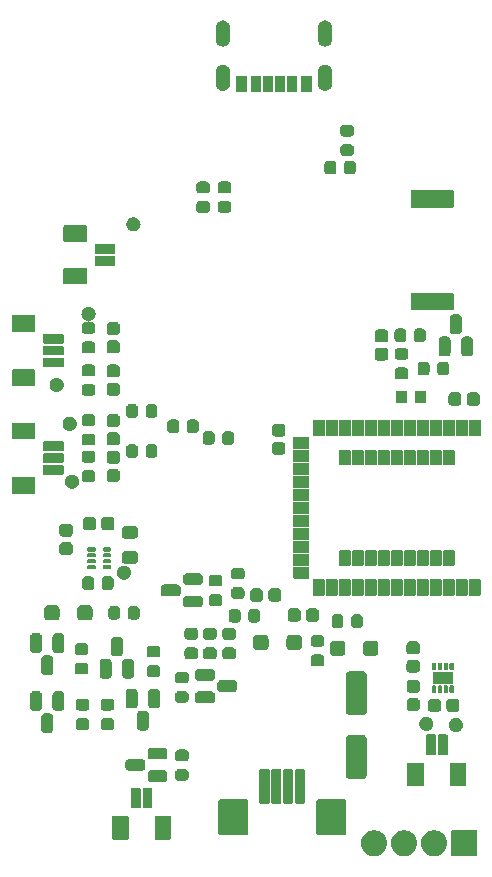
<source format=gts>
G04 #@! TF.GenerationSoftware,KiCad,Pcbnew,8.0.1*
G04 #@! TF.CreationDate,2024-04-04T12:49:37+03:00*
G04 #@! TF.ProjectId,TWV,5457562e-6b69-4636-9164-5f7063625858,V-0.96*
G04 #@! TF.SameCoordinates,Original*
G04 #@! TF.FileFunction,Soldermask,Top*
G04 #@! TF.FilePolarity,Negative*
%FSLAX46Y46*%
G04 Gerber Fmt 4.6, Leading zero omitted, Abs format (unit mm)*
G04 Created by KiCad (PCBNEW 8.0.1) date 2024-04-04 12:49:37*
%MOMM*%
%LPD*%
G01*
G04 APERTURE LIST*
G04 APERTURE END LIST*
G36*
X86057780Y-91599476D02*
G01*
X86090741Y-91621500D01*
X86112765Y-91654461D01*
X86120499Y-91693342D01*
X86120499Y-93693342D01*
X86112765Y-93732223D01*
X86090741Y-93765184D01*
X86057780Y-93787208D01*
X86018899Y-93794942D01*
X84018899Y-93794942D01*
X83980018Y-93787208D01*
X83947057Y-93765184D01*
X83925033Y-93732223D01*
X83917299Y-93693342D01*
X83917299Y-91693342D01*
X83925033Y-91654461D01*
X83947057Y-91621500D01*
X83980018Y-91599476D01*
X84018899Y-91591742D01*
X86018899Y-91591742D01*
X86057780Y-91599476D01*
G37*
G36*
X77700366Y-91633795D02*
G01*
X77889924Y-91707230D01*
X78062761Y-91814246D01*
X78212991Y-91951199D01*
X78335498Y-92113424D01*
X78426110Y-92295398D01*
X78481742Y-92490924D01*
X78500499Y-92693342D01*
X78481742Y-92895760D01*
X78426110Y-93091286D01*
X78335498Y-93273260D01*
X78212991Y-93435485D01*
X78062761Y-93572438D01*
X77889924Y-93679454D01*
X77700366Y-93752889D01*
X77500542Y-93790243D01*
X77297256Y-93790243D01*
X77097432Y-93752889D01*
X76907874Y-93679454D01*
X76735037Y-93572438D01*
X76584807Y-93435485D01*
X76462300Y-93273260D01*
X76371688Y-93091286D01*
X76316056Y-92895760D01*
X76297299Y-92693342D01*
X76316056Y-92490924D01*
X76371688Y-92295398D01*
X76462300Y-92113424D01*
X76584807Y-91951199D01*
X76735037Y-91814246D01*
X76907874Y-91707230D01*
X77097432Y-91633795D01*
X77297256Y-91596441D01*
X77500542Y-91596441D01*
X77700366Y-91633795D01*
G37*
G36*
X80240366Y-91633795D02*
G01*
X80429924Y-91707230D01*
X80602761Y-91814246D01*
X80752991Y-91951199D01*
X80875498Y-92113424D01*
X80966110Y-92295398D01*
X81021742Y-92490924D01*
X81040499Y-92693342D01*
X81021742Y-92895760D01*
X80966110Y-93091286D01*
X80875498Y-93273260D01*
X80752991Y-93435485D01*
X80602761Y-93572438D01*
X80429924Y-93679454D01*
X80240366Y-93752889D01*
X80040542Y-93790243D01*
X79837256Y-93790243D01*
X79637432Y-93752889D01*
X79447874Y-93679454D01*
X79275037Y-93572438D01*
X79124807Y-93435485D01*
X79002300Y-93273260D01*
X78911688Y-93091286D01*
X78856056Y-92895760D01*
X78837299Y-92693342D01*
X78856056Y-92490924D01*
X78911688Y-92295398D01*
X79002300Y-92113424D01*
X79124807Y-91951199D01*
X79275037Y-91814246D01*
X79447874Y-91707230D01*
X79637432Y-91633795D01*
X79837256Y-91596441D01*
X80040542Y-91596441D01*
X80240366Y-91633795D01*
G37*
G36*
X82780366Y-91633795D02*
G01*
X82969924Y-91707230D01*
X83142761Y-91814246D01*
X83292991Y-91951199D01*
X83415498Y-92113424D01*
X83506110Y-92295398D01*
X83561742Y-92490924D01*
X83580499Y-92693342D01*
X83561742Y-92895760D01*
X83506110Y-93091286D01*
X83415498Y-93273260D01*
X83292991Y-93435485D01*
X83142761Y-93572438D01*
X82969924Y-93679454D01*
X82780366Y-93752889D01*
X82580542Y-93790243D01*
X82377256Y-93790243D01*
X82177432Y-93752889D01*
X81987874Y-93679454D01*
X81815037Y-93572438D01*
X81664807Y-93435485D01*
X81542300Y-93273260D01*
X81451688Y-93091286D01*
X81396056Y-92895760D01*
X81377299Y-92693342D01*
X81396056Y-92490924D01*
X81451688Y-92295398D01*
X81542300Y-92113424D01*
X81664807Y-91951199D01*
X81815037Y-91814246D01*
X81987874Y-91707230D01*
X82177432Y-91633795D01*
X82377256Y-91596441D01*
X82580542Y-91596441D01*
X82780366Y-91633795D01*
G37*
G36*
X56547780Y-90399476D02*
G01*
X56580741Y-90421500D01*
X56602765Y-90454461D01*
X56610499Y-90493342D01*
X56610499Y-92293342D01*
X56602765Y-92332223D01*
X56580741Y-92365184D01*
X56547780Y-92387208D01*
X56508899Y-92394942D01*
X55308899Y-92394942D01*
X55270018Y-92387208D01*
X55237057Y-92365184D01*
X55215033Y-92332223D01*
X55207299Y-92293342D01*
X55207299Y-90493342D01*
X55215033Y-90454461D01*
X55237057Y-90421500D01*
X55270018Y-90399476D01*
X55308899Y-90391742D01*
X56508899Y-90391742D01*
X56547780Y-90399476D01*
G37*
G36*
X60147780Y-90399476D02*
G01*
X60180741Y-90421500D01*
X60202765Y-90454461D01*
X60210499Y-90493342D01*
X60210499Y-92293342D01*
X60202765Y-92332223D01*
X60180741Y-92365184D01*
X60147780Y-92387208D01*
X60108899Y-92394942D01*
X58908899Y-92394942D01*
X58870018Y-92387208D01*
X58837057Y-92365184D01*
X58815033Y-92332223D01*
X58807299Y-92293342D01*
X58807299Y-90493342D01*
X58815033Y-90454461D01*
X58837057Y-90421500D01*
X58870018Y-90399476D01*
X58908899Y-90391742D01*
X60108899Y-90391742D01*
X60147780Y-90399476D01*
G37*
G36*
X66648880Y-89003076D02*
G01*
X66681841Y-89025100D01*
X66703865Y-89058061D01*
X66711599Y-89096942D01*
X66711599Y-91896942D01*
X66703865Y-91935823D01*
X66681841Y-91968784D01*
X66648880Y-91990808D01*
X66609999Y-91998542D01*
X64309999Y-91998542D01*
X64271118Y-91990808D01*
X64238157Y-91968784D01*
X64216133Y-91935823D01*
X64208399Y-91896942D01*
X64208399Y-89096942D01*
X64216133Y-89058061D01*
X64238157Y-89025100D01*
X64271118Y-89003076D01*
X64309999Y-88995342D01*
X66609999Y-88995342D01*
X66648880Y-89003076D01*
G37*
G36*
X74948880Y-89003076D02*
G01*
X74981841Y-89025100D01*
X75003865Y-89058061D01*
X75011599Y-89096942D01*
X75011599Y-91896942D01*
X75003865Y-91935823D01*
X74981841Y-91968784D01*
X74948880Y-91990808D01*
X74909999Y-91998542D01*
X72609999Y-91998542D01*
X72571118Y-91990808D01*
X72538157Y-91968784D01*
X72516133Y-91935823D01*
X72508399Y-91896942D01*
X72508399Y-89096942D01*
X72516133Y-89058061D01*
X72538157Y-89025100D01*
X72571118Y-89003076D01*
X72609999Y-88995342D01*
X74909999Y-88995342D01*
X74948880Y-89003076D01*
G37*
G36*
X57547780Y-87999476D02*
G01*
X57580741Y-88021500D01*
X57602765Y-88054461D01*
X57610499Y-88093342D01*
X57610499Y-89643342D01*
X57602765Y-89682223D01*
X57580741Y-89715184D01*
X57547780Y-89737208D01*
X57508899Y-89744942D01*
X56908899Y-89744942D01*
X56870018Y-89737208D01*
X56837057Y-89715184D01*
X56815033Y-89682223D01*
X56807299Y-89643342D01*
X56807299Y-88093342D01*
X56815033Y-88054461D01*
X56837057Y-88021500D01*
X56870018Y-87999476D01*
X56908899Y-87991742D01*
X57508899Y-87991742D01*
X57547780Y-87999476D01*
G37*
G36*
X58547780Y-87999476D02*
G01*
X58580741Y-88021500D01*
X58602765Y-88054461D01*
X58610499Y-88093342D01*
X58610499Y-89643342D01*
X58602765Y-89682223D01*
X58580741Y-89715184D01*
X58547780Y-89737208D01*
X58508899Y-89744942D01*
X57908899Y-89744942D01*
X57870018Y-89737208D01*
X57837057Y-89715184D01*
X57815033Y-89682223D01*
X57807299Y-89643342D01*
X57807299Y-88093342D01*
X57815033Y-88054461D01*
X57837057Y-88021500D01*
X57870018Y-87999476D01*
X57908899Y-87991742D01*
X58508899Y-87991742D01*
X58547780Y-87999476D01*
G37*
G36*
X68473880Y-86453076D02*
G01*
X68506841Y-86475100D01*
X68528865Y-86508061D01*
X68536599Y-86546942D01*
X68536599Y-89246942D01*
X68528865Y-89285823D01*
X68506841Y-89318784D01*
X68473880Y-89340808D01*
X68434999Y-89348542D01*
X67784999Y-89348542D01*
X67746118Y-89340808D01*
X67713157Y-89318784D01*
X67691133Y-89285823D01*
X67683399Y-89246942D01*
X67683399Y-86546942D01*
X67691133Y-86508061D01*
X67713157Y-86475100D01*
X67746118Y-86453076D01*
X67784999Y-86445342D01*
X68434999Y-86445342D01*
X68473880Y-86453076D01*
G37*
G36*
X69473880Y-86453076D02*
G01*
X69506841Y-86475100D01*
X69528865Y-86508061D01*
X69536599Y-86546942D01*
X69536599Y-89246942D01*
X69528865Y-89285823D01*
X69506841Y-89318784D01*
X69473880Y-89340808D01*
X69434999Y-89348542D01*
X68784999Y-89348542D01*
X68746118Y-89340808D01*
X68713157Y-89318784D01*
X68691133Y-89285823D01*
X68683399Y-89246942D01*
X68683399Y-86546942D01*
X68691133Y-86508061D01*
X68713157Y-86475100D01*
X68746118Y-86453076D01*
X68784999Y-86445342D01*
X69434999Y-86445342D01*
X69473880Y-86453076D01*
G37*
G36*
X70473880Y-86453076D02*
G01*
X70506841Y-86475100D01*
X70528865Y-86508061D01*
X70536599Y-86546942D01*
X70536599Y-89246942D01*
X70528865Y-89285823D01*
X70506841Y-89318784D01*
X70473880Y-89340808D01*
X70434999Y-89348542D01*
X69784999Y-89348542D01*
X69746118Y-89340808D01*
X69713157Y-89318784D01*
X69691133Y-89285823D01*
X69683399Y-89246942D01*
X69683399Y-86546942D01*
X69691133Y-86508061D01*
X69713157Y-86475100D01*
X69746118Y-86453076D01*
X69784999Y-86445342D01*
X70434999Y-86445342D01*
X70473880Y-86453076D01*
G37*
G36*
X71473880Y-86453076D02*
G01*
X71506841Y-86475100D01*
X71528865Y-86508061D01*
X71536599Y-86546942D01*
X71536599Y-89246942D01*
X71528865Y-89285823D01*
X71506841Y-89318784D01*
X71473880Y-89340808D01*
X71434999Y-89348542D01*
X70784999Y-89348542D01*
X70746118Y-89340808D01*
X70713157Y-89318784D01*
X70691133Y-89285823D01*
X70683399Y-89246942D01*
X70683399Y-86546942D01*
X70691133Y-86508061D01*
X70713157Y-86475100D01*
X70746118Y-86453076D01*
X70784999Y-86445342D01*
X71434999Y-86445342D01*
X71473880Y-86453076D01*
G37*
G36*
X81547780Y-85899476D02*
G01*
X81580741Y-85921500D01*
X81602765Y-85954461D01*
X81610499Y-85993342D01*
X81610499Y-87793342D01*
X81602765Y-87832223D01*
X81580741Y-87865184D01*
X81547780Y-87887208D01*
X81508899Y-87894942D01*
X80308899Y-87894942D01*
X80270018Y-87887208D01*
X80237057Y-87865184D01*
X80215033Y-87832223D01*
X80207299Y-87793342D01*
X80207299Y-85993342D01*
X80215033Y-85954461D01*
X80237057Y-85921500D01*
X80270018Y-85899476D01*
X80308899Y-85891742D01*
X81508899Y-85891742D01*
X81547780Y-85899476D01*
G37*
G36*
X85147780Y-85899476D02*
G01*
X85180741Y-85921500D01*
X85202765Y-85954461D01*
X85210499Y-85993342D01*
X85210499Y-87793342D01*
X85202765Y-87832223D01*
X85180741Y-87865184D01*
X85147780Y-87887208D01*
X85108899Y-87894942D01*
X83908899Y-87894942D01*
X83870018Y-87887208D01*
X83837057Y-87865184D01*
X83815033Y-87832223D01*
X83807299Y-87793342D01*
X83807299Y-85993342D01*
X83815033Y-85954461D01*
X83837057Y-85921500D01*
X83870018Y-85899476D01*
X83908899Y-85891742D01*
X85108899Y-85891742D01*
X85147780Y-85899476D01*
G37*
G36*
X59651484Y-86522711D02*
G01*
X59656202Y-86524794D01*
X59659351Y-86525209D01*
X59698760Y-86543585D01*
X59752340Y-86567243D01*
X59830298Y-86645201D01*
X59853965Y-86698802D01*
X59872331Y-86738189D01*
X59872745Y-86741335D01*
X59874830Y-86746057D01*
X59882799Y-86814742D01*
X59882799Y-87214742D01*
X59874830Y-87283427D01*
X59872745Y-87288148D01*
X59872331Y-87291294D01*
X59853973Y-87330662D01*
X59830298Y-87384283D01*
X59752340Y-87462241D01*
X59698719Y-87485916D01*
X59659351Y-87504274D01*
X59656205Y-87504688D01*
X59651484Y-87506773D01*
X59582799Y-87514742D01*
X58507799Y-87514742D01*
X58439114Y-87506773D01*
X58434392Y-87504688D01*
X58431246Y-87504274D01*
X58391859Y-87485908D01*
X58338258Y-87462241D01*
X58260300Y-87384283D01*
X58236642Y-87330703D01*
X58218266Y-87291294D01*
X58217851Y-87288145D01*
X58215768Y-87283427D01*
X58207799Y-87214742D01*
X58207799Y-86814742D01*
X58215768Y-86746057D01*
X58217851Y-86741338D01*
X58218266Y-86738189D01*
X58236650Y-86698761D01*
X58260300Y-86645201D01*
X58338258Y-86567243D01*
X58391818Y-86543593D01*
X58431246Y-86525209D01*
X58434395Y-86524794D01*
X58439114Y-86522711D01*
X58507799Y-86514742D01*
X59582799Y-86514742D01*
X59651484Y-86522711D01*
G37*
G36*
X61452584Y-86426311D02*
G01*
X61457302Y-86428394D01*
X61460451Y-86428809D01*
X61499860Y-86447185D01*
X61553440Y-86470843D01*
X61631398Y-86548801D01*
X61655065Y-86602402D01*
X61673431Y-86641789D01*
X61673845Y-86644935D01*
X61675930Y-86649657D01*
X61683899Y-86718342D01*
X61683899Y-87118342D01*
X61675930Y-87187027D01*
X61673845Y-87191748D01*
X61673431Y-87194894D01*
X61655073Y-87234262D01*
X61631398Y-87287883D01*
X61553440Y-87365841D01*
X61499819Y-87389516D01*
X61460451Y-87407874D01*
X61457305Y-87408288D01*
X61452584Y-87410373D01*
X61383899Y-87418342D01*
X60833899Y-87418342D01*
X60765214Y-87410373D01*
X60760492Y-87408288D01*
X60757346Y-87407874D01*
X60717959Y-87389508D01*
X60664358Y-87365841D01*
X60586400Y-87287883D01*
X60562742Y-87234303D01*
X60544366Y-87194894D01*
X60543951Y-87191745D01*
X60541868Y-87187027D01*
X60533899Y-87118342D01*
X60533899Y-86718342D01*
X60541868Y-86649657D01*
X60543951Y-86644938D01*
X60544366Y-86641789D01*
X60562750Y-86602361D01*
X60586400Y-86548801D01*
X60664358Y-86470843D01*
X60717918Y-86447193D01*
X60757346Y-86428809D01*
X60760495Y-86428394D01*
X60765214Y-86426311D01*
X60833899Y-86418342D01*
X61383899Y-86418342D01*
X61452584Y-86426311D01*
G37*
G36*
X76530216Y-83557892D02*
G01*
X76535747Y-83560596D01*
X76538329Y-83561005D01*
X76579646Y-83582057D01*
X76633725Y-83608495D01*
X76715195Y-83689965D01*
X76741651Y-83744081D01*
X76762684Y-83785361D01*
X76763092Y-83787939D01*
X76765798Y-83793474D01*
X76780348Y-83893342D01*
X76780348Y-86893342D01*
X76765798Y-86993210D01*
X76763092Y-86998744D01*
X76762684Y-87001323D01*
X76741656Y-87042592D01*
X76715195Y-87096719D01*
X76633725Y-87178189D01*
X76579584Y-87204657D01*
X76538328Y-87225678D01*
X76535750Y-87226086D01*
X76530216Y-87228792D01*
X76430348Y-87243342D01*
X75330348Y-87243342D01*
X75230480Y-87228792D01*
X75224946Y-87226086D01*
X75222366Y-87225678D01*
X75181072Y-87204638D01*
X75126971Y-87178189D01*
X75045501Y-87096719D01*
X75019056Y-87042626D01*
X74998011Y-87001322D01*
X74997602Y-86998741D01*
X74994898Y-86993210D01*
X74980348Y-86893342D01*
X74980348Y-83893342D01*
X74994898Y-83793474D01*
X74997601Y-83787943D01*
X74998011Y-83785360D01*
X75019075Y-83744018D01*
X75045501Y-83689965D01*
X75126971Y-83608495D01*
X75181038Y-83582062D01*
X75222367Y-83561005D01*
X75224948Y-83560596D01*
X75230480Y-83557892D01*
X75330348Y-83543342D01*
X76430348Y-83543342D01*
X76530216Y-83557892D01*
G37*
G36*
X57776484Y-85572711D02*
G01*
X57781202Y-85574794D01*
X57784351Y-85575209D01*
X57823760Y-85593585D01*
X57877340Y-85617243D01*
X57955298Y-85695201D01*
X57978965Y-85748802D01*
X57997331Y-85788189D01*
X57997745Y-85791335D01*
X57999830Y-85796057D01*
X58007799Y-85864742D01*
X58007799Y-86264742D01*
X57999830Y-86333427D01*
X57997745Y-86338148D01*
X57997331Y-86341294D01*
X57978973Y-86380662D01*
X57955298Y-86434283D01*
X57877340Y-86512241D01*
X57823719Y-86535916D01*
X57784351Y-86554274D01*
X57781205Y-86554688D01*
X57776484Y-86556773D01*
X57707799Y-86564742D01*
X56632799Y-86564742D01*
X56564114Y-86556773D01*
X56559392Y-86554688D01*
X56556246Y-86554274D01*
X56516859Y-86535908D01*
X56463258Y-86512241D01*
X56385300Y-86434283D01*
X56361642Y-86380703D01*
X56343266Y-86341294D01*
X56342851Y-86338145D01*
X56340768Y-86333427D01*
X56332799Y-86264742D01*
X56332799Y-85864742D01*
X56340768Y-85796057D01*
X56342851Y-85791338D01*
X56343266Y-85788189D01*
X56361650Y-85748761D01*
X56385300Y-85695201D01*
X56463258Y-85617243D01*
X56516818Y-85593593D01*
X56556246Y-85575209D01*
X56559395Y-85574794D01*
X56564114Y-85572711D01*
X56632799Y-85564742D01*
X57707799Y-85564742D01*
X57776484Y-85572711D01*
G37*
G36*
X61452584Y-84776311D02*
G01*
X61457302Y-84778394D01*
X61460451Y-84778809D01*
X61499860Y-84797185D01*
X61553440Y-84820843D01*
X61631398Y-84898801D01*
X61655065Y-84952402D01*
X61673431Y-84991789D01*
X61673845Y-84994935D01*
X61675930Y-84999657D01*
X61683899Y-85068342D01*
X61683899Y-85468342D01*
X61675930Y-85537027D01*
X61673845Y-85541748D01*
X61673431Y-85544894D01*
X61655073Y-85584262D01*
X61631398Y-85637883D01*
X61553440Y-85715841D01*
X61499819Y-85739516D01*
X61460451Y-85757874D01*
X61457305Y-85758288D01*
X61452584Y-85760373D01*
X61383899Y-85768342D01*
X60833899Y-85768342D01*
X60765214Y-85760373D01*
X60760492Y-85758288D01*
X60757346Y-85757874D01*
X60717959Y-85739508D01*
X60664358Y-85715841D01*
X60586400Y-85637883D01*
X60562742Y-85584303D01*
X60544366Y-85544894D01*
X60543951Y-85541745D01*
X60541868Y-85537027D01*
X60533899Y-85468342D01*
X60533899Y-85068342D01*
X60541868Y-84999657D01*
X60543951Y-84994938D01*
X60544366Y-84991789D01*
X60562750Y-84952361D01*
X60586400Y-84898801D01*
X60664358Y-84820843D01*
X60717918Y-84797193D01*
X60757346Y-84778809D01*
X60760495Y-84778394D01*
X60765214Y-84776311D01*
X60833899Y-84768342D01*
X61383899Y-84768342D01*
X61452584Y-84776311D01*
G37*
G36*
X59651484Y-84622711D02*
G01*
X59656202Y-84624794D01*
X59659351Y-84625209D01*
X59698760Y-84643585D01*
X59752340Y-84667243D01*
X59830298Y-84745201D01*
X59853965Y-84798802D01*
X59872331Y-84838189D01*
X59872745Y-84841335D01*
X59874830Y-84846057D01*
X59882799Y-84914742D01*
X59882799Y-85314742D01*
X59874830Y-85383427D01*
X59872745Y-85388148D01*
X59872331Y-85391294D01*
X59853973Y-85430662D01*
X59830298Y-85484283D01*
X59752340Y-85562241D01*
X59698719Y-85585916D01*
X59659351Y-85604274D01*
X59656205Y-85604688D01*
X59651484Y-85606773D01*
X59582799Y-85614742D01*
X58507799Y-85614742D01*
X58439114Y-85606773D01*
X58434392Y-85604688D01*
X58431246Y-85604274D01*
X58391859Y-85585908D01*
X58338258Y-85562241D01*
X58260300Y-85484283D01*
X58236642Y-85430703D01*
X58218266Y-85391294D01*
X58217851Y-85388145D01*
X58215768Y-85383427D01*
X58207799Y-85314742D01*
X58207799Y-84914742D01*
X58215768Y-84846057D01*
X58217851Y-84841338D01*
X58218266Y-84838189D01*
X58236650Y-84798761D01*
X58260300Y-84745201D01*
X58338258Y-84667243D01*
X58391818Y-84643593D01*
X58431246Y-84625209D01*
X58434395Y-84624794D01*
X58439114Y-84622711D01*
X58507799Y-84614742D01*
X59582799Y-84614742D01*
X59651484Y-84622711D01*
G37*
G36*
X82547780Y-83499476D02*
G01*
X82580741Y-83521500D01*
X82602765Y-83554461D01*
X82610499Y-83593342D01*
X82610499Y-85143342D01*
X82602765Y-85182223D01*
X82580741Y-85215184D01*
X82547780Y-85237208D01*
X82508899Y-85244942D01*
X81908899Y-85244942D01*
X81870018Y-85237208D01*
X81837057Y-85215184D01*
X81815033Y-85182223D01*
X81807299Y-85143342D01*
X81807299Y-83593342D01*
X81815033Y-83554461D01*
X81837057Y-83521500D01*
X81870018Y-83499476D01*
X81908899Y-83491742D01*
X82508899Y-83491742D01*
X82547780Y-83499476D01*
G37*
G36*
X83547780Y-83499476D02*
G01*
X83580741Y-83521500D01*
X83602765Y-83554461D01*
X83610499Y-83593342D01*
X83610499Y-85143342D01*
X83602765Y-85182223D01*
X83580741Y-85215184D01*
X83547780Y-85237208D01*
X83508899Y-85244942D01*
X82908899Y-85244942D01*
X82870018Y-85237208D01*
X82837057Y-85215184D01*
X82815033Y-85182223D01*
X82807299Y-85143342D01*
X82807299Y-83593342D01*
X82815033Y-83554461D01*
X82837057Y-83521500D01*
X82870018Y-83499476D01*
X82908899Y-83491742D01*
X83508899Y-83491742D01*
X83547780Y-83499476D01*
G37*
G36*
X49977584Y-81701311D02*
G01*
X49982302Y-81703394D01*
X49985451Y-81703809D01*
X50024860Y-81722185D01*
X50078440Y-81745843D01*
X50156398Y-81823801D01*
X50180065Y-81877402D01*
X50198431Y-81916789D01*
X50198845Y-81919935D01*
X50200930Y-81924657D01*
X50208899Y-81993342D01*
X50208899Y-83068342D01*
X50200930Y-83137027D01*
X50198845Y-83141748D01*
X50198431Y-83144894D01*
X50180073Y-83184262D01*
X50156398Y-83237883D01*
X50078440Y-83315841D01*
X50024819Y-83339516D01*
X49985451Y-83357874D01*
X49982305Y-83358288D01*
X49977584Y-83360373D01*
X49908899Y-83368342D01*
X49508899Y-83368342D01*
X49440214Y-83360373D01*
X49435492Y-83358288D01*
X49432346Y-83357874D01*
X49392959Y-83339508D01*
X49339358Y-83315841D01*
X49261400Y-83237883D01*
X49237742Y-83184303D01*
X49219366Y-83144894D01*
X49218951Y-83141745D01*
X49216868Y-83137027D01*
X49208899Y-83068342D01*
X49208899Y-81993342D01*
X49216868Y-81924657D01*
X49218951Y-81919938D01*
X49219366Y-81916789D01*
X49237750Y-81877361D01*
X49261400Y-81823801D01*
X49339358Y-81745843D01*
X49392918Y-81722193D01*
X49432346Y-81703809D01*
X49435495Y-81703394D01*
X49440214Y-81701311D01*
X49508899Y-81693342D01*
X49908899Y-81693342D01*
X49977584Y-81701311D01*
G37*
G36*
X84311516Y-82092086D02*
G01*
X84401922Y-82099202D01*
X84432050Y-82107955D01*
X84464605Y-82112241D01*
X84506420Y-82129561D01*
X84547678Y-82141548D01*
X84576479Y-82158580D01*
X84609699Y-82172341D01*
X84643153Y-82198011D01*
X84677405Y-82218268D01*
X84703305Y-82244168D01*
X84734294Y-82267947D01*
X84758072Y-82298935D01*
X84783972Y-82324835D01*
X84804227Y-82359085D01*
X84829900Y-82392542D01*
X84843661Y-82425764D01*
X84860692Y-82454562D01*
X84872676Y-82495814D01*
X84890000Y-82537636D01*
X84894286Y-82570194D01*
X84903038Y-82600318D01*
X84910149Y-82690690D01*
X84910499Y-82693342D01*
X84910151Y-82695978D01*
X84903038Y-82786365D01*
X84894286Y-82816487D01*
X84890000Y-82849048D01*
X84872676Y-82890871D01*
X84860692Y-82932121D01*
X84843662Y-82960916D01*
X84829900Y-82994142D01*
X84804224Y-83027602D01*
X84783972Y-83061848D01*
X84758075Y-83087744D01*
X84734294Y-83118737D01*
X84703301Y-83142518D01*
X84677405Y-83168415D01*
X84643159Y-83188667D01*
X84609699Y-83214343D01*
X84576473Y-83228105D01*
X84547678Y-83245135D01*
X84506428Y-83257119D01*
X84464605Y-83274443D01*
X84432044Y-83278729D01*
X84401922Y-83287481D01*
X84311551Y-83294592D01*
X84308899Y-83294942D01*
X84306263Y-83294595D01*
X84215875Y-83287481D01*
X84185751Y-83278729D01*
X84153193Y-83274443D01*
X84111371Y-83257119D01*
X84070119Y-83245135D01*
X84041321Y-83228104D01*
X84008099Y-83214343D01*
X83974642Y-83188670D01*
X83940392Y-83168415D01*
X83914492Y-83142515D01*
X83883504Y-83118737D01*
X83859725Y-83087748D01*
X83833825Y-83061848D01*
X83813568Y-83027596D01*
X83787898Y-82994142D01*
X83774137Y-82960922D01*
X83757105Y-82932121D01*
X83745118Y-82890863D01*
X83727798Y-82849048D01*
X83723512Y-82816493D01*
X83714759Y-82786365D01*
X83707645Y-82695975D01*
X83707299Y-82693342D01*
X83707643Y-82690725D01*
X83714759Y-82600318D01*
X83723512Y-82570188D01*
X83727798Y-82537636D01*
X83745117Y-82495822D01*
X83757105Y-82454562D01*
X83774139Y-82425758D01*
X83787898Y-82392542D01*
X83813566Y-82359090D01*
X83833825Y-82324835D01*
X83859728Y-82298931D01*
X83883504Y-82267947D01*
X83914488Y-82244171D01*
X83940392Y-82218268D01*
X83974647Y-82198009D01*
X84008099Y-82172341D01*
X84041315Y-82158582D01*
X84070119Y-82141548D01*
X84111379Y-82129560D01*
X84153193Y-82112241D01*
X84185745Y-82107955D01*
X84215875Y-82099202D01*
X84306266Y-82092088D01*
X84308899Y-82091742D01*
X84311516Y-82092086D01*
G37*
G36*
X81811516Y-81992086D02*
G01*
X81901922Y-81999202D01*
X81932050Y-82007955D01*
X81964605Y-82012241D01*
X82006420Y-82029561D01*
X82047678Y-82041548D01*
X82076479Y-82058580D01*
X82109699Y-82072341D01*
X82143153Y-82098011D01*
X82177405Y-82118268D01*
X82203305Y-82144168D01*
X82234294Y-82167947D01*
X82258072Y-82198935D01*
X82283972Y-82224835D01*
X82304227Y-82259085D01*
X82329900Y-82292542D01*
X82343661Y-82325764D01*
X82360692Y-82354562D01*
X82372676Y-82395814D01*
X82390000Y-82437636D01*
X82394286Y-82470194D01*
X82403038Y-82500318D01*
X82410149Y-82590690D01*
X82410499Y-82593342D01*
X82410151Y-82595978D01*
X82403038Y-82686365D01*
X82394286Y-82716487D01*
X82390000Y-82749048D01*
X82372676Y-82790871D01*
X82360692Y-82832121D01*
X82343662Y-82860916D01*
X82329900Y-82894142D01*
X82304224Y-82927602D01*
X82283972Y-82961848D01*
X82258075Y-82987744D01*
X82234294Y-83018737D01*
X82203301Y-83042518D01*
X82177405Y-83068415D01*
X82143159Y-83088667D01*
X82109699Y-83114343D01*
X82076473Y-83128105D01*
X82047678Y-83145135D01*
X82006428Y-83157119D01*
X81964605Y-83174443D01*
X81932044Y-83178729D01*
X81901922Y-83187481D01*
X81811551Y-83194592D01*
X81808899Y-83194942D01*
X81806263Y-83194595D01*
X81715875Y-83187481D01*
X81685751Y-83178729D01*
X81653193Y-83174443D01*
X81611371Y-83157119D01*
X81570119Y-83145135D01*
X81541321Y-83128104D01*
X81508099Y-83114343D01*
X81474642Y-83088670D01*
X81440392Y-83068415D01*
X81414492Y-83042515D01*
X81383504Y-83018737D01*
X81359725Y-82987748D01*
X81333825Y-82961848D01*
X81313568Y-82927596D01*
X81287898Y-82894142D01*
X81274137Y-82860922D01*
X81257105Y-82832121D01*
X81245118Y-82790863D01*
X81227798Y-82749048D01*
X81223512Y-82716493D01*
X81214759Y-82686365D01*
X81207645Y-82595975D01*
X81207299Y-82593342D01*
X81207643Y-82590725D01*
X81214759Y-82500318D01*
X81223512Y-82470188D01*
X81227798Y-82437636D01*
X81245117Y-82395822D01*
X81257105Y-82354562D01*
X81274139Y-82325758D01*
X81287898Y-82292542D01*
X81313566Y-82259090D01*
X81333825Y-82224835D01*
X81359728Y-82198931D01*
X81383504Y-82167947D01*
X81414488Y-82144171D01*
X81440392Y-82118268D01*
X81474647Y-82098009D01*
X81508099Y-82072341D01*
X81541315Y-82058582D01*
X81570119Y-82041548D01*
X81611379Y-82029560D01*
X81653193Y-82012241D01*
X81685745Y-82007955D01*
X81715875Y-81999202D01*
X81806266Y-81992088D01*
X81808899Y-81991742D01*
X81811516Y-81992086D01*
G37*
G36*
X58077584Y-81501311D02*
G01*
X58082302Y-81503394D01*
X58085451Y-81503809D01*
X58124860Y-81522185D01*
X58178440Y-81545843D01*
X58256398Y-81623801D01*
X58280065Y-81677402D01*
X58298431Y-81716789D01*
X58298845Y-81719935D01*
X58300930Y-81724657D01*
X58308899Y-81793342D01*
X58308899Y-82868342D01*
X58300930Y-82937027D01*
X58298845Y-82941748D01*
X58298431Y-82944894D01*
X58280073Y-82984262D01*
X58256398Y-83037883D01*
X58178440Y-83115841D01*
X58124819Y-83139516D01*
X58085451Y-83157874D01*
X58082305Y-83158288D01*
X58077584Y-83160373D01*
X58008899Y-83168342D01*
X57608899Y-83168342D01*
X57540214Y-83160373D01*
X57535492Y-83158288D01*
X57532346Y-83157874D01*
X57492959Y-83139508D01*
X57439358Y-83115841D01*
X57361400Y-83037883D01*
X57337742Y-82984303D01*
X57319366Y-82944894D01*
X57318951Y-82941745D01*
X57316868Y-82937027D01*
X57308899Y-82868342D01*
X57308899Y-81793342D01*
X57316868Y-81724657D01*
X57318951Y-81719938D01*
X57319366Y-81716789D01*
X57337750Y-81677361D01*
X57361400Y-81623801D01*
X57439358Y-81545843D01*
X57492918Y-81522193D01*
X57532346Y-81503809D01*
X57535495Y-81503394D01*
X57540214Y-81501311D01*
X57608899Y-81493342D01*
X58008899Y-81493342D01*
X58077584Y-81501311D01*
G37*
G36*
X53052584Y-82126311D02*
G01*
X53057302Y-82128394D01*
X53060451Y-82128809D01*
X53099860Y-82147185D01*
X53153440Y-82170843D01*
X53231398Y-82248801D01*
X53255065Y-82302402D01*
X53273431Y-82341789D01*
X53273845Y-82344935D01*
X53275930Y-82349657D01*
X53283899Y-82418342D01*
X53283899Y-82818342D01*
X53275930Y-82887027D01*
X53273845Y-82891748D01*
X53273431Y-82894894D01*
X53255073Y-82934262D01*
X53231398Y-82987883D01*
X53153440Y-83065841D01*
X53099819Y-83089516D01*
X53060451Y-83107874D01*
X53057305Y-83108288D01*
X53052584Y-83110373D01*
X52983899Y-83118342D01*
X52433899Y-83118342D01*
X52365214Y-83110373D01*
X52360492Y-83108288D01*
X52357346Y-83107874D01*
X52317959Y-83089508D01*
X52264358Y-83065841D01*
X52186400Y-82987883D01*
X52162742Y-82934303D01*
X52144366Y-82894894D01*
X52143951Y-82891745D01*
X52141868Y-82887027D01*
X52133899Y-82818342D01*
X52133899Y-82418342D01*
X52141868Y-82349657D01*
X52143951Y-82344938D01*
X52144366Y-82341789D01*
X52162750Y-82302361D01*
X52186400Y-82248801D01*
X52264358Y-82170843D01*
X52317918Y-82147193D01*
X52357346Y-82128809D01*
X52360495Y-82128394D01*
X52365214Y-82126311D01*
X52433899Y-82118342D01*
X52983899Y-82118342D01*
X53052584Y-82126311D01*
G37*
G36*
X55152584Y-82126311D02*
G01*
X55157302Y-82128394D01*
X55160451Y-82128809D01*
X55199860Y-82147185D01*
X55253440Y-82170843D01*
X55331398Y-82248801D01*
X55355065Y-82302402D01*
X55373431Y-82341789D01*
X55373845Y-82344935D01*
X55375930Y-82349657D01*
X55383899Y-82418342D01*
X55383899Y-82818342D01*
X55375930Y-82887027D01*
X55373845Y-82891748D01*
X55373431Y-82894894D01*
X55355073Y-82934262D01*
X55331398Y-82987883D01*
X55253440Y-83065841D01*
X55199819Y-83089516D01*
X55160451Y-83107874D01*
X55157305Y-83108288D01*
X55152584Y-83110373D01*
X55083899Y-83118342D01*
X54533899Y-83118342D01*
X54465214Y-83110373D01*
X54460492Y-83108288D01*
X54457346Y-83107874D01*
X54417959Y-83089508D01*
X54364358Y-83065841D01*
X54286400Y-82987883D01*
X54262742Y-82934303D01*
X54244366Y-82894894D01*
X54243951Y-82891745D01*
X54241868Y-82887027D01*
X54233899Y-82818342D01*
X54233899Y-82418342D01*
X54241868Y-82349657D01*
X54243951Y-82344938D01*
X54244366Y-82341789D01*
X54262750Y-82302361D01*
X54286400Y-82248801D01*
X54364358Y-82170843D01*
X54417918Y-82147193D01*
X54457346Y-82128809D01*
X54460495Y-82128394D01*
X54465214Y-82126311D01*
X54533899Y-82118342D01*
X55083899Y-82118342D01*
X55152584Y-82126311D01*
G37*
G36*
X76530216Y-78157892D02*
G01*
X76535747Y-78160596D01*
X76538329Y-78161005D01*
X76579646Y-78182057D01*
X76633725Y-78208495D01*
X76715195Y-78289965D01*
X76741651Y-78344081D01*
X76762684Y-78385361D01*
X76763092Y-78387939D01*
X76765798Y-78393474D01*
X76780348Y-78493342D01*
X76780348Y-81493342D01*
X76765798Y-81593210D01*
X76763092Y-81598744D01*
X76762684Y-81601323D01*
X76741656Y-81642592D01*
X76715195Y-81696719D01*
X76633725Y-81778189D01*
X76579584Y-81804657D01*
X76538328Y-81825678D01*
X76535750Y-81826086D01*
X76530216Y-81828792D01*
X76430348Y-81843342D01*
X75330348Y-81843342D01*
X75230480Y-81828792D01*
X75224946Y-81826086D01*
X75222366Y-81825678D01*
X75181072Y-81804638D01*
X75126971Y-81778189D01*
X75045501Y-81696719D01*
X75019056Y-81642626D01*
X74998011Y-81601322D01*
X74997602Y-81598741D01*
X74994898Y-81593210D01*
X74980348Y-81493342D01*
X74980348Y-78493342D01*
X74994898Y-78393474D01*
X74997601Y-78387943D01*
X74998011Y-78385360D01*
X75019075Y-78344018D01*
X75045501Y-78289965D01*
X75126971Y-78208495D01*
X75181038Y-78182062D01*
X75222367Y-78161005D01*
X75224948Y-78160596D01*
X75230480Y-78157892D01*
X75330348Y-78143342D01*
X76430348Y-78143342D01*
X76530216Y-78157892D01*
G37*
G36*
X82814647Y-80468367D02*
G01*
X82819814Y-80470776D01*
X82822659Y-80471191D01*
X82863095Y-80490959D01*
X82916943Y-80516069D01*
X82996755Y-80595881D01*
X83021881Y-80649763D01*
X83041632Y-80690165D01*
X83042046Y-80693006D01*
X83044457Y-80698177D01*
X83055531Y-80782293D01*
X83055531Y-81282293D01*
X83044457Y-81366409D01*
X83042046Y-81371579D01*
X83041632Y-81374421D01*
X83021885Y-81414812D01*
X82996755Y-81468705D01*
X82916943Y-81548517D01*
X82863038Y-81573653D01*
X82822658Y-81593394D01*
X82819817Y-81593807D01*
X82814647Y-81596219D01*
X82730531Y-81607293D01*
X82280531Y-81607293D01*
X82196415Y-81596219D01*
X82191245Y-81593808D01*
X82188402Y-81593394D01*
X82147989Y-81573637D01*
X82094119Y-81548517D01*
X82014307Y-81468705D01*
X81989191Y-81414844D01*
X81969429Y-81374420D01*
X81969014Y-81371576D01*
X81966605Y-81366409D01*
X81955531Y-81282293D01*
X81955531Y-80782293D01*
X81966605Y-80698177D01*
X81969014Y-80693010D01*
X81969429Y-80690164D01*
X81989207Y-80649707D01*
X82014307Y-80595881D01*
X82094119Y-80516069D01*
X82147957Y-80490963D01*
X82188403Y-80471191D01*
X82191247Y-80470776D01*
X82196415Y-80468367D01*
X82280531Y-80457293D01*
X82730531Y-80457293D01*
X82814647Y-80468367D01*
G37*
G36*
X84364647Y-80468367D02*
G01*
X84369814Y-80470776D01*
X84372659Y-80471191D01*
X84413095Y-80490959D01*
X84466943Y-80516069D01*
X84546755Y-80595881D01*
X84571881Y-80649763D01*
X84591632Y-80690165D01*
X84592046Y-80693006D01*
X84594457Y-80698177D01*
X84605531Y-80782293D01*
X84605531Y-81282293D01*
X84594457Y-81366409D01*
X84592046Y-81371579D01*
X84591632Y-81374421D01*
X84571885Y-81414812D01*
X84546755Y-81468705D01*
X84466943Y-81548517D01*
X84413038Y-81573653D01*
X84372658Y-81593394D01*
X84369817Y-81593807D01*
X84364647Y-81596219D01*
X84280531Y-81607293D01*
X83830531Y-81607293D01*
X83746415Y-81596219D01*
X83741245Y-81593808D01*
X83738402Y-81593394D01*
X83697989Y-81573637D01*
X83644119Y-81548517D01*
X83564307Y-81468705D01*
X83539191Y-81414844D01*
X83519429Y-81374420D01*
X83519014Y-81371576D01*
X83516605Y-81366409D01*
X83505531Y-81282293D01*
X83505531Y-80782293D01*
X83516605Y-80698177D01*
X83519014Y-80693010D01*
X83519429Y-80690164D01*
X83539207Y-80649707D01*
X83564307Y-80595881D01*
X83644119Y-80516069D01*
X83697957Y-80490963D01*
X83738403Y-80471191D01*
X83741247Y-80470776D01*
X83746415Y-80468367D01*
X83830531Y-80457293D01*
X84280531Y-80457293D01*
X84364647Y-80468367D01*
G37*
G36*
X81041915Y-80425816D02*
G01*
X81047082Y-80428225D01*
X81049927Y-80428640D01*
X81090363Y-80448408D01*
X81144211Y-80473518D01*
X81224023Y-80553330D01*
X81249149Y-80607212D01*
X81268900Y-80647614D01*
X81269314Y-80650455D01*
X81271725Y-80655626D01*
X81282799Y-80739742D01*
X81282799Y-81189742D01*
X81271725Y-81273858D01*
X81269314Y-81279028D01*
X81268900Y-81281870D01*
X81249153Y-81322261D01*
X81224023Y-81376154D01*
X81144211Y-81455966D01*
X81090306Y-81481102D01*
X81049926Y-81500843D01*
X81047085Y-81501256D01*
X81041915Y-81503668D01*
X80957799Y-81514742D01*
X80457799Y-81514742D01*
X80373683Y-81503668D01*
X80368513Y-81501257D01*
X80365670Y-81500843D01*
X80325257Y-81481086D01*
X80271387Y-81455966D01*
X80191575Y-81376154D01*
X80166459Y-81322293D01*
X80146697Y-81281869D01*
X80146282Y-81279025D01*
X80143873Y-81273858D01*
X80132799Y-81189742D01*
X80132799Y-80739742D01*
X80143873Y-80655626D01*
X80146282Y-80650459D01*
X80146697Y-80647613D01*
X80166475Y-80607156D01*
X80191575Y-80553330D01*
X80271387Y-80473518D01*
X80325225Y-80448412D01*
X80365671Y-80428640D01*
X80368515Y-80428225D01*
X80373683Y-80425816D01*
X80457799Y-80414742D01*
X80957799Y-80414742D01*
X81041915Y-80425816D01*
G37*
G36*
X49027584Y-79826311D02*
G01*
X49032302Y-79828394D01*
X49035451Y-79828809D01*
X49074860Y-79847185D01*
X49128440Y-79870843D01*
X49206398Y-79948801D01*
X49230065Y-80002402D01*
X49248431Y-80041789D01*
X49248845Y-80044935D01*
X49250930Y-80049657D01*
X49258899Y-80118342D01*
X49258899Y-81193342D01*
X49250930Y-81262027D01*
X49248845Y-81266748D01*
X49248431Y-81269894D01*
X49230073Y-81309262D01*
X49206398Y-81362883D01*
X49128440Y-81440841D01*
X49074819Y-81464516D01*
X49035451Y-81482874D01*
X49032305Y-81483288D01*
X49027584Y-81485373D01*
X48958899Y-81493342D01*
X48558899Y-81493342D01*
X48490214Y-81485373D01*
X48485492Y-81483288D01*
X48482346Y-81482874D01*
X48442959Y-81464508D01*
X48389358Y-81440841D01*
X48311400Y-81362883D01*
X48287742Y-81309303D01*
X48269366Y-81269894D01*
X48268951Y-81266745D01*
X48266868Y-81262027D01*
X48258899Y-81193342D01*
X48258899Y-80118342D01*
X48266868Y-80049657D01*
X48268951Y-80044938D01*
X48269366Y-80041789D01*
X48287750Y-80002361D01*
X48311400Y-79948801D01*
X48389358Y-79870843D01*
X48442918Y-79847193D01*
X48482346Y-79828809D01*
X48485495Y-79828394D01*
X48490214Y-79826311D01*
X48558899Y-79818342D01*
X48958899Y-79818342D01*
X49027584Y-79826311D01*
G37*
G36*
X50927584Y-79826311D02*
G01*
X50932302Y-79828394D01*
X50935451Y-79828809D01*
X50974860Y-79847185D01*
X51028440Y-79870843D01*
X51106398Y-79948801D01*
X51130065Y-80002402D01*
X51148431Y-80041789D01*
X51148845Y-80044935D01*
X51150930Y-80049657D01*
X51158899Y-80118342D01*
X51158899Y-81193342D01*
X51150930Y-81262027D01*
X51148845Y-81266748D01*
X51148431Y-81269894D01*
X51130073Y-81309262D01*
X51106398Y-81362883D01*
X51028440Y-81440841D01*
X50974819Y-81464516D01*
X50935451Y-81482874D01*
X50932305Y-81483288D01*
X50927584Y-81485373D01*
X50858899Y-81493342D01*
X50458899Y-81493342D01*
X50390214Y-81485373D01*
X50385492Y-81483288D01*
X50382346Y-81482874D01*
X50342959Y-81464508D01*
X50289358Y-81440841D01*
X50211400Y-81362883D01*
X50187742Y-81309303D01*
X50169366Y-81269894D01*
X50168951Y-81266745D01*
X50166868Y-81262027D01*
X50158899Y-81193342D01*
X50158899Y-80118342D01*
X50166868Y-80049657D01*
X50168951Y-80044938D01*
X50169366Y-80041789D01*
X50187750Y-80002361D01*
X50211400Y-79948801D01*
X50289358Y-79870843D01*
X50342918Y-79847193D01*
X50382346Y-79828809D01*
X50385495Y-79828394D01*
X50390214Y-79826311D01*
X50458899Y-79818342D01*
X50858899Y-79818342D01*
X50927584Y-79826311D01*
G37*
G36*
X53052584Y-80476311D02*
G01*
X53057302Y-80478394D01*
X53060451Y-80478809D01*
X53099860Y-80497185D01*
X53153440Y-80520843D01*
X53231398Y-80598801D01*
X53255065Y-80652402D01*
X53273431Y-80691789D01*
X53273845Y-80694935D01*
X53275930Y-80699657D01*
X53283899Y-80768342D01*
X53283899Y-81168342D01*
X53275930Y-81237027D01*
X53273845Y-81241748D01*
X53273431Y-81244894D01*
X53255073Y-81284262D01*
X53231398Y-81337883D01*
X53153440Y-81415841D01*
X53099819Y-81439516D01*
X53060451Y-81457874D01*
X53057305Y-81458288D01*
X53052584Y-81460373D01*
X52983899Y-81468342D01*
X52433899Y-81468342D01*
X52365214Y-81460373D01*
X52360492Y-81458288D01*
X52357346Y-81457874D01*
X52317959Y-81439508D01*
X52264358Y-81415841D01*
X52186400Y-81337883D01*
X52162742Y-81284303D01*
X52144366Y-81244894D01*
X52143951Y-81241745D01*
X52141868Y-81237027D01*
X52133899Y-81168342D01*
X52133899Y-80768342D01*
X52141868Y-80699657D01*
X52143951Y-80694938D01*
X52144366Y-80691789D01*
X52162750Y-80652361D01*
X52186400Y-80598801D01*
X52264358Y-80520843D01*
X52317918Y-80497193D01*
X52357346Y-80478809D01*
X52360495Y-80478394D01*
X52365214Y-80476311D01*
X52433899Y-80468342D01*
X52983899Y-80468342D01*
X53052584Y-80476311D01*
G37*
G36*
X55152584Y-80476311D02*
G01*
X55157302Y-80478394D01*
X55160451Y-80478809D01*
X55199860Y-80497185D01*
X55253440Y-80520843D01*
X55331398Y-80598801D01*
X55355065Y-80652402D01*
X55373431Y-80691789D01*
X55373845Y-80694935D01*
X55375930Y-80699657D01*
X55383899Y-80768342D01*
X55383899Y-81168342D01*
X55375930Y-81237027D01*
X55373845Y-81241748D01*
X55373431Y-81244894D01*
X55355073Y-81284262D01*
X55331398Y-81337883D01*
X55253440Y-81415841D01*
X55199819Y-81439516D01*
X55160451Y-81457874D01*
X55157305Y-81458288D01*
X55152584Y-81460373D01*
X55083899Y-81468342D01*
X54533899Y-81468342D01*
X54465214Y-81460373D01*
X54460492Y-81458288D01*
X54457346Y-81457874D01*
X54417959Y-81439508D01*
X54364358Y-81415841D01*
X54286400Y-81337883D01*
X54262742Y-81284303D01*
X54244366Y-81244894D01*
X54243951Y-81241745D01*
X54241868Y-81237027D01*
X54233899Y-81168342D01*
X54233899Y-80768342D01*
X54241868Y-80699657D01*
X54243951Y-80694938D01*
X54244366Y-80691789D01*
X54262750Y-80652361D01*
X54286400Y-80598801D01*
X54364358Y-80520843D01*
X54417918Y-80497193D01*
X54457346Y-80478809D01*
X54460495Y-80478394D01*
X54465214Y-80476311D01*
X54533899Y-80468342D01*
X55083899Y-80468342D01*
X55152584Y-80476311D01*
G37*
G36*
X57127584Y-79626311D02*
G01*
X57132302Y-79628394D01*
X57135451Y-79628809D01*
X57174860Y-79647185D01*
X57228440Y-79670843D01*
X57306398Y-79748801D01*
X57330065Y-79802402D01*
X57348431Y-79841789D01*
X57348845Y-79844935D01*
X57350930Y-79849657D01*
X57358899Y-79918342D01*
X57358899Y-80993342D01*
X57350930Y-81062027D01*
X57348845Y-81066748D01*
X57348431Y-81069894D01*
X57330073Y-81109262D01*
X57306398Y-81162883D01*
X57228440Y-81240841D01*
X57174819Y-81264516D01*
X57135451Y-81282874D01*
X57132305Y-81283288D01*
X57127584Y-81285373D01*
X57058899Y-81293342D01*
X56658899Y-81293342D01*
X56590214Y-81285373D01*
X56585492Y-81283288D01*
X56582346Y-81282874D01*
X56542959Y-81264508D01*
X56489358Y-81240841D01*
X56411400Y-81162883D01*
X56387742Y-81109303D01*
X56369366Y-81069894D01*
X56368951Y-81066745D01*
X56366868Y-81062027D01*
X56358899Y-80993342D01*
X56358899Y-79918342D01*
X56366868Y-79849657D01*
X56368951Y-79844938D01*
X56369366Y-79841789D01*
X56387750Y-79802361D01*
X56411400Y-79748801D01*
X56489358Y-79670843D01*
X56542918Y-79647193D01*
X56582346Y-79628809D01*
X56585495Y-79628394D01*
X56590214Y-79626311D01*
X56658899Y-79618342D01*
X57058899Y-79618342D01*
X57127584Y-79626311D01*
G37*
G36*
X59027584Y-79626311D02*
G01*
X59032302Y-79628394D01*
X59035451Y-79628809D01*
X59074860Y-79647185D01*
X59128440Y-79670843D01*
X59206398Y-79748801D01*
X59230065Y-79802402D01*
X59248431Y-79841789D01*
X59248845Y-79844935D01*
X59250930Y-79849657D01*
X59258899Y-79918342D01*
X59258899Y-80993342D01*
X59250930Y-81062027D01*
X59248845Y-81066748D01*
X59248431Y-81069894D01*
X59230073Y-81109262D01*
X59206398Y-81162883D01*
X59128440Y-81240841D01*
X59074819Y-81264516D01*
X59035451Y-81282874D01*
X59032305Y-81283288D01*
X59027584Y-81285373D01*
X58958899Y-81293342D01*
X58558899Y-81293342D01*
X58490214Y-81285373D01*
X58485492Y-81283288D01*
X58482346Y-81282874D01*
X58442959Y-81264508D01*
X58389358Y-81240841D01*
X58311400Y-81162883D01*
X58287742Y-81109303D01*
X58269366Y-81069894D01*
X58268951Y-81066745D01*
X58266868Y-81062027D01*
X58258899Y-80993342D01*
X58258899Y-79918342D01*
X58266868Y-79849657D01*
X58268951Y-79844938D01*
X58269366Y-79841789D01*
X58287750Y-79802361D01*
X58311400Y-79748801D01*
X58389358Y-79670843D01*
X58442918Y-79647193D01*
X58482346Y-79628809D01*
X58485495Y-79628394D01*
X58490214Y-79626311D01*
X58558899Y-79618342D01*
X58958899Y-79618342D01*
X59027584Y-79626311D01*
G37*
G36*
X63677584Y-79851311D02*
G01*
X63682302Y-79853394D01*
X63685451Y-79853809D01*
X63724860Y-79872185D01*
X63778440Y-79895843D01*
X63856398Y-79973801D01*
X63880065Y-80027402D01*
X63898431Y-80066789D01*
X63898845Y-80069935D01*
X63900930Y-80074657D01*
X63908899Y-80143342D01*
X63908899Y-80543342D01*
X63900930Y-80612027D01*
X63898845Y-80616748D01*
X63898431Y-80619894D01*
X63880073Y-80659262D01*
X63856398Y-80712883D01*
X63778440Y-80790841D01*
X63724819Y-80814516D01*
X63685451Y-80832874D01*
X63682305Y-80833288D01*
X63677584Y-80835373D01*
X63608899Y-80843342D01*
X62533899Y-80843342D01*
X62465214Y-80835373D01*
X62460492Y-80833288D01*
X62457346Y-80832874D01*
X62417959Y-80814508D01*
X62364358Y-80790841D01*
X62286400Y-80712883D01*
X62262742Y-80659303D01*
X62244366Y-80619894D01*
X62243951Y-80616745D01*
X62241868Y-80612027D01*
X62233899Y-80543342D01*
X62233899Y-80143342D01*
X62241868Y-80074657D01*
X62243951Y-80069938D01*
X62244366Y-80066789D01*
X62262750Y-80027361D01*
X62286400Y-79973801D01*
X62364358Y-79895843D01*
X62417918Y-79872193D01*
X62457346Y-79853809D01*
X62460495Y-79853394D01*
X62465214Y-79851311D01*
X62533899Y-79843342D01*
X63608899Y-79843342D01*
X63677584Y-79851311D01*
G37*
G36*
X61452584Y-79826311D02*
G01*
X61457302Y-79828394D01*
X61460451Y-79828809D01*
X61499860Y-79847185D01*
X61553440Y-79870843D01*
X61631398Y-79948801D01*
X61655065Y-80002402D01*
X61673431Y-80041789D01*
X61673845Y-80044935D01*
X61675930Y-80049657D01*
X61683899Y-80118342D01*
X61683899Y-80518342D01*
X61675930Y-80587027D01*
X61673845Y-80591748D01*
X61673431Y-80594894D01*
X61655073Y-80634262D01*
X61631398Y-80687883D01*
X61553440Y-80765841D01*
X61499819Y-80789516D01*
X61460451Y-80807874D01*
X61457305Y-80808288D01*
X61452584Y-80810373D01*
X61383899Y-80818342D01*
X60833899Y-80818342D01*
X60765214Y-80810373D01*
X60760492Y-80808288D01*
X60757346Y-80807874D01*
X60717959Y-80789508D01*
X60664358Y-80765841D01*
X60586400Y-80687883D01*
X60562742Y-80634303D01*
X60544366Y-80594894D01*
X60543951Y-80591745D01*
X60541868Y-80587027D01*
X60533899Y-80518342D01*
X60533899Y-80118342D01*
X60541868Y-80049657D01*
X60543951Y-80044938D01*
X60544366Y-80041789D01*
X60562750Y-80002361D01*
X60586400Y-79948801D01*
X60664358Y-79870843D01*
X60717918Y-79847193D01*
X60757346Y-79828809D01*
X60760495Y-79828394D01*
X60765214Y-79826311D01*
X60833899Y-79818342D01*
X61383899Y-79818342D01*
X61452584Y-79826311D01*
G37*
G36*
X81041915Y-78875816D02*
G01*
X81047082Y-78878225D01*
X81049927Y-78878640D01*
X81090363Y-78898408D01*
X81144211Y-78923518D01*
X81224023Y-79003330D01*
X81249149Y-79057212D01*
X81268900Y-79097614D01*
X81269314Y-79100455D01*
X81271725Y-79105626D01*
X81282799Y-79189742D01*
X81282799Y-79639742D01*
X81271725Y-79723858D01*
X81269314Y-79729028D01*
X81268900Y-79731870D01*
X81249153Y-79772261D01*
X81224023Y-79826154D01*
X81144211Y-79905966D01*
X81090306Y-79931102D01*
X81049926Y-79950843D01*
X81047085Y-79951256D01*
X81041915Y-79953668D01*
X80957799Y-79964742D01*
X80457799Y-79964742D01*
X80373683Y-79953668D01*
X80368513Y-79951257D01*
X80365670Y-79950843D01*
X80325257Y-79931086D01*
X80271387Y-79905966D01*
X80191575Y-79826154D01*
X80166459Y-79772293D01*
X80146697Y-79731869D01*
X80146282Y-79729025D01*
X80143873Y-79723858D01*
X80132799Y-79639742D01*
X80132799Y-79189742D01*
X80143873Y-79105626D01*
X80146282Y-79100459D01*
X80146697Y-79097613D01*
X80166475Y-79057156D01*
X80191575Y-79003330D01*
X80271387Y-78923518D01*
X80325225Y-78898412D01*
X80365671Y-78878640D01*
X80368515Y-78878225D01*
X80373683Y-78875816D01*
X80457799Y-78864742D01*
X80957799Y-78864742D01*
X81041915Y-78875816D01*
G37*
G36*
X82572105Y-79333428D02*
G01*
X82615091Y-79362150D01*
X82643813Y-79405136D01*
X82653899Y-79455842D01*
X82653899Y-79830842D01*
X82643813Y-79881548D01*
X82615091Y-79924534D01*
X82572105Y-79953256D01*
X82521399Y-79963342D01*
X82396399Y-79963342D01*
X82345693Y-79953256D01*
X82302707Y-79924534D01*
X82273985Y-79881548D01*
X82263899Y-79830842D01*
X82263899Y-79455842D01*
X82273985Y-79405136D01*
X82302707Y-79362150D01*
X82345693Y-79333428D01*
X82396399Y-79323342D01*
X82521399Y-79323342D01*
X82572105Y-79333428D01*
G37*
G36*
X83072105Y-79333428D02*
G01*
X83115091Y-79362150D01*
X83143813Y-79405136D01*
X83153899Y-79455842D01*
X83153899Y-79830842D01*
X83143813Y-79881548D01*
X83115091Y-79924534D01*
X83072105Y-79953256D01*
X83021399Y-79963342D01*
X82896399Y-79963342D01*
X82845693Y-79953256D01*
X82802707Y-79924534D01*
X82773985Y-79881548D01*
X82763899Y-79830842D01*
X82763899Y-79455842D01*
X82773985Y-79405136D01*
X82802707Y-79362150D01*
X82845693Y-79333428D01*
X82896399Y-79323342D01*
X83021399Y-79323342D01*
X83072105Y-79333428D01*
G37*
G36*
X83572105Y-79333428D02*
G01*
X83615091Y-79362150D01*
X83643813Y-79405136D01*
X83653899Y-79455842D01*
X83653899Y-79830842D01*
X83643813Y-79881548D01*
X83615091Y-79924534D01*
X83572105Y-79953256D01*
X83521399Y-79963342D01*
X83396399Y-79963342D01*
X83345693Y-79953256D01*
X83302707Y-79924534D01*
X83273985Y-79881548D01*
X83263899Y-79830842D01*
X83263899Y-79455842D01*
X83273985Y-79405136D01*
X83302707Y-79362150D01*
X83345693Y-79333428D01*
X83396399Y-79323342D01*
X83521399Y-79323342D01*
X83572105Y-79333428D01*
G37*
G36*
X84072105Y-79333428D02*
G01*
X84115091Y-79362150D01*
X84143813Y-79405136D01*
X84153899Y-79455842D01*
X84153899Y-79830842D01*
X84143813Y-79881548D01*
X84115091Y-79924534D01*
X84072105Y-79953256D01*
X84021399Y-79963342D01*
X83896399Y-79963342D01*
X83845693Y-79953256D01*
X83802707Y-79924534D01*
X83773985Y-79881548D01*
X83763899Y-79830842D01*
X83763899Y-79455842D01*
X83773985Y-79405136D01*
X83802707Y-79362150D01*
X83845693Y-79333428D01*
X83896399Y-79323342D01*
X84021399Y-79323342D01*
X84072105Y-79333428D01*
G37*
G36*
X65552584Y-78901311D02*
G01*
X65557302Y-78903394D01*
X65560451Y-78903809D01*
X65599860Y-78922185D01*
X65653440Y-78945843D01*
X65731398Y-79023801D01*
X65755065Y-79077402D01*
X65773431Y-79116789D01*
X65773845Y-79119935D01*
X65775930Y-79124657D01*
X65783899Y-79193342D01*
X65783899Y-79593342D01*
X65775930Y-79662027D01*
X65773845Y-79666748D01*
X65773431Y-79669894D01*
X65755073Y-79709262D01*
X65731398Y-79762883D01*
X65653440Y-79840841D01*
X65599819Y-79864516D01*
X65560451Y-79882874D01*
X65557305Y-79883288D01*
X65552584Y-79885373D01*
X65483899Y-79893342D01*
X64408899Y-79893342D01*
X64340214Y-79885373D01*
X64335492Y-79883288D01*
X64332346Y-79882874D01*
X64292959Y-79864508D01*
X64239358Y-79840841D01*
X64161400Y-79762883D01*
X64137742Y-79709303D01*
X64119366Y-79669894D01*
X64118951Y-79666745D01*
X64116868Y-79662027D01*
X64108899Y-79593342D01*
X64108899Y-79193342D01*
X64116868Y-79124657D01*
X64118951Y-79119938D01*
X64119366Y-79116789D01*
X64137750Y-79077361D01*
X64161400Y-79023801D01*
X64239358Y-78945843D01*
X64292918Y-78922193D01*
X64332346Y-78903809D01*
X64335495Y-78903394D01*
X64340214Y-78901311D01*
X64408899Y-78893342D01*
X65483899Y-78893342D01*
X65552584Y-78901311D01*
G37*
G36*
X84035687Y-78178670D02*
G01*
X84058396Y-78193845D01*
X84073571Y-78216554D01*
X84078899Y-78243342D01*
X84078899Y-79143342D01*
X84073571Y-79170130D01*
X84058396Y-79192839D01*
X84035687Y-79208014D01*
X84008899Y-79213342D01*
X82408899Y-79213342D01*
X82382111Y-79208014D01*
X82359402Y-79192839D01*
X82344227Y-79170130D01*
X82338899Y-79143342D01*
X82338899Y-78243342D01*
X82344227Y-78216554D01*
X82359402Y-78193845D01*
X82382111Y-78178670D01*
X82408899Y-78173342D01*
X84008899Y-78173342D01*
X84035687Y-78178670D01*
G37*
G36*
X61452584Y-78176311D02*
G01*
X61457302Y-78178394D01*
X61460451Y-78178809D01*
X61499860Y-78197185D01*
X61553440Y-78220843D01*
X61631398Y-78298801D01*
X61655065Y-78352402D01*
X61673431Y-78391789D01*
X61673845Y-78394935D01*
X61675930Y-78399657D01*
X61683899Y-78468342D01*
X61683899Y-78868342D01*
X61675930Y-78937027D01*
X61673845Y-78941748D01*
X61673431Y-78944894D01*
X61655073Y-78984262D01*
X61631398Y-79037883D01*
X61553440Y-79115841D01*
X61499819Y-79139516D01*
X61460451Y-79157874D01*
X61457305Y-79158288D01*
X61452584Y-79160373D01*
X61383899Y-79168342D01*
X60833899Y-79168342D01*
X60765214Y-79160373D01*
X60760492Y-79158288D01*
X60757346Y-79157874D01*
X60717959Y-79139508D01*
X60664358Y-79115841D01*
X60586400Y-79037883D01*
X60562742Y-78984303D01*
X60544366Y-78944894D01*
X60543951Y-78941745D01*
X60541868Y-78937027D01*
X60533899Y-78868342D01*
X60533899Y-78468342D01*
X60541868Y-78399657D01*
X60543951Y-78394938D01*
X60544366Y-78391789D01*
X60562750Y-78352361D01*
X60586400Y-78298801D01*
X60664358Y-78220843D01*
X60717918Y-78197193D01*
X60757346Y-78178809D01*
X60760495Y-78178394D01*
X60765214Y-78176311D01*
X60833899Y-78168342D01*
X61383899Y-78168342D01*
X61452584Y-78176311D01*
G37*
G36*
X63677584Y-77951311D02*
G01*
X63682302Y-77953394D01*
X63685451Y-77953809D01*
X63724860Y-77972185D01*
X63778440Y-77995843D01*
X63856398Y-78073801D01*
X63880065Y-78127402D01*
X63898431Y-78166789D01*
X63898845Y-78169935D01*
X63900930Y-78174657D01*
X63908899Y-78243342D01*
X63908899Y-78643342D01*
X63900930Y-78712027D01*
X63898845Y-78716748D01*
X63898431Y-78719894D01*
X63880073Y-78759262D01*
X63856398Y-78812883D01*
X63778440Y-78890841D01*
X63724819Y-78914516D01*
X63685451Y-78932874D01*
X63682305Y-78933288D01*
X63677584Y-78935373D01*
X63608899Y-78943342D01*
X62533899Y-78943342D01*
X62465214Y-78935373D01*
X62460492Y-78933288D01*
X62457346Y-78932874D01*
X62417959Y-78914508D01*
X62364358Y-78890841D01*
X62286400Y-78812883D01*
X62262742Y-78759303D01*
X62244366Y-78719894D01*
X62243951Y-78716745D01*
X62241868Y-78712027D01*
X62233899Y-78643342D01*
X62233899Y-78243342D01*
X62241868Y-78174657D01*
X62243951Y-78169938D01*
X62244366Y-78166789D01*
X62262750Y-78127361D01*
X62286400Y-78073801D01*
X62364358Y-77995843D01*
X62417918Y-77972193D01*
X62457346Y-77953809D01*
X62460495Y-77953394D01*
X62465214Y-77951311D01*
X62533899Y-77943342D01*
X63608899Y-77943342D01*
X63677584Y-77951311D01*
G37*
G36*
X54927584Y-77101311D02*
G01*
X54932302Y-77103394D01*
X54935451Y-77103809D01*
X54974860Y-77122185D01*
X55028440Y-77145843D01*
X55106398Y-77223801D01*
X55130065Y-77277402D01*
X55148431Y-77316789D01*
X55148845Y-77319935D01*
X55150930Y-77324657D01*
X55158899Y-77393342D01*
X55158899Y-78468342D01*
X55150930Y-78537027D01*
X55148845Y-78541748D01*
X55148431Y-78544894D01*
X55130073Y-78584262D01*
X55106398Y-78637883D01*
X55028440Y-78715841D01*
X54974819Y-78739516D01*
X54935451Y-78757874D01*
X54932305Y-78758288D01*
X54927584Y-78760373D01*
X54858899Y-78768342D01*
X54458899Y-78768342D01*
X54390214Y-78760373D01*
X54385492Y-78758288D01*
X54382346Y-78757874D01*
X54342959Y-78739508D01*
X54289358Y-78715841D01*
X54211400Y-78637883D01*
X54187742Y-78584303D01*
X54169366Y-78544894D01*
X54168951Y-78541745D01*
X54166868Y-78537027D01*
X54158899Y-78468342D01*
X54158899Y-77393342D01*
X54166868Y-77324657D01*
X54168951Y-77319938D01*
X54169366Y-77316789D01*
X54187750Y-77277361D01*
X54211400Y-77223801D01*
X54289358Y-77145843D01*
X54342918Y-77122193D01*
X54382346Y-77103809D01*
X54385495Y-77103394D01*
X54390214Y-77101311D01*
X54458899Y-77093342D01*
X54858899Y-77093342D01*
X54927584Y-77101311D01*
G37*
G36*
X56827584Y-77101311D02*
G01*
X56832302Y-77103394D01*
X56835451Y-77103809D01*
X56874860Y-77122185D01*
X56928440Y-77145843D01*
X57006398Y-77223801D01*
X57030065Y-77277402D01*
X57048431Y-77316789D01*
X57048845Y-77319935D01*
X57050930Y-77324657D01*
X57058899Y-77393342D01*
X57058899Y-78468342D01*
X57050930Y-78537027D01*
X57048845Y-78541748D01*
X57048431Y-78544894D01*
X57030073Y-78584262D01*
X57006398Y-78637883D01*
X56928440Y-78715841D01*
X56874819Y-78739516D01*
X56835451Y-78757874D01*
X56832305Y-78758288D01*
X56827584Y-78760373D01*
X56758899Y-78768342D01*
X56358899Y-78768342D01*
X56290214Y-78760373D01*
X56285492Y-78758288D01*
X56282346Y-78757874D01*
X56242959Y-78739508D01*
X56189358Y-78715841D01*
X56111400Y-78637883D01*
X56087742Y-78584303D01*
X56069366Y-78544894D01*
X56068951Y-78541745D01*
X56066868Y-78537027D01*
X56058899Y-78468342D01*
X56058899Y-77393342D01*
X56066868Y-77324657D01*
X56068951Y-77319938D01*
X56069366Y-77316789D01*
X56087750Y-77277361D01*
X56111400Y-77223801D01*
X56189358Y-77145843D01*
X56242918Y-77122193D01*
X56282346Y-77103809D01*
X56285495Y-77103394D01*
X56290214Y-77101311D01*
X56358899Y-77093342D01*
X56758899Y-77093342D01*
X56827584Y-77101311D01*
G37*
G36*
X59052584Y-77626311D02*
G01*
X59057302Y-77628394D01*
X59060451Y-77628809D01*
X59099860Y-77647185D01*
X59153440Y-77670843D01*
X59231398Y-77748801D01*
X59255065Y-77802402D01*
X59273431Y-77841789D01*
X59273845Y-77844935D01*
X59275930Y-77849657D01*
X59283899Y-77918342D01*
X59283899Y-78318342D01*
X59275930Y-78387027D01*
X59273845Y-78391748D01*
X59273431Y-78394894D01*
X59255073Y-78434262D01*
X59231398Y-78487883D01*
X59153440Y-78565841D01*
X59099819Y-78589516D01*
X59060451Y-78607874D01*
X59057305Y-78608288D01*
X59052584Y-78610373D01*
X58983899Y-78618342D01*
X58433899Y-78618342D01*
X58365214Y-78610373D01*
X58360492Y-78608288D01*
X58357346Y-78607874D01*
X58317959Y-78589508D01*
X58264358Y-78565841D01*
X58186400Y-78487883D01*
X58162742Y-78434303D01*
X58144366Y-78394894D01*
X58143951Y-78391745D01*
X58141868Y-78387027D01*
X58133899Y-78318342D01*
X58133899Y-77918342D01*
X58141868Y-77849657D01*
X58143951Y-77844938D01*
X58144366Y-77841789D01*
X58162750Y-77802361D01*
X58186400Y-77748801D01*
X58264358Y-77670843D01*
X58317918Y-77647193D01*
X58357346Y-77628809D01*
X58360495Y-77628394D01*
X58365214Y-77626311D01*
X58433899Y-77618342D01*
X58983899Y-77618342D01*
X59052584Y-77626311D01*
G37*
G36*
X49977584Y-76801311D02*
G01*
X49982302Y-76803394D01*
X49985451Y-76803809D01*
X50024860Y-76822185D01*
X50078440Y-76845843D01*
X50156398Y-76923801D01*
X50180065Y-76977402D01*
X50198431Y-77016789D01*
X50198845Y-77019935D01*
X50200930Y-77024657D01*
X50208899Y-77093342D01*
X50208899Y-78168342D01*
X50200930Y-78237027D01*
X50198845Y-78241748D01*
X50198431Y-78244894D01*
X50180073Y-78284262D01*
X50156398Y-78337883D01*
X50078440Y-78415841D01*
X50024819Y-78439516D01*
X49985451Y-78457874D01*
X49982305Y-78458288D01*
X49977584Y-78460373D01*
X49908899Y-78468342D01*
X49508899Y-78468342D01*
X49440214Y-78460373D01*
X49435492Y-78458288D01*
X49432346Y-78457874D01*
X49392959Y-78439508D01*
X49339358Y-78415841D01*
X49261400Y-78337883D01*
X49237742Y-78284303D01*
X49219366Y-78244894D01*
X49218951Y-78241745D01*
X49216868Y-78237027D01*
X49208899Y-78168342D01*
X49208899Y-77093342D01*
X49216868Y-77024657D01*
X49218951Y-77019938D01*
X49219366Y-77016789D01*
X49237750Y-76977361D01*
X49261400Y-76923801D01*
X49339358Y-76845843D01*
X49392918Y-76822193D01*
X49432346Y-76803809D01*
X49435495Y-76803394D01*
X49440214Y-76801311D01*
X49508899Y-76793342D01*
X49908899Y-76793342D01*
X49977584Y-76801311D01*
G37*
G36*
X52952584Y-77426311D02*
G01*
X52957302Y-77428394D01*
X52960451Y-77428809D01*
X52999860Y-77447185D01*
X53053440Y-77470843D01*
X53131398Y-77548801D01*
X53155065Y-77602402D01*
X53173431Y-77641789D01*
X53173845Y-77644935D01*
X53175930Y-77649657D01*
X53183899Y-77718342D01*
X53183899Y-78118342D01*
X53175930Y-78187027D01*
X53173845Y-78191748D01*
X53173431Y-78194894D01*
X53155073Y-78234262D01*
X53131398Y-78287883D01*
X53053440Y-78365841D01*
X52999819Y-78389516D01*
X52960451Y-78407874D01*
X52957305Y-78408288D01*
X52952584Y-78410373D01*
X52883899Y-78418342D01*
X52333899Y-78418342D01*
X52265214Y-78410373D01*
X52260492Y-78408288D01*
X52257346Y-78407874D01*
X52217959Y-78389508D01*
X52164358Y-78365841D01*
X52086400Y-78287883D01*
X52062742Y-78234303D01*
X52044366Y-78194894D01*
X52043951Y-78191745D01*
X52041868Y-78187027D01*
X52033899Y-78118342D01*
X52033899Y-77718342D01*
X52041868Y-77649657D01*
X52043951Y-77644938D01*
X52044366Y-77641789D01*
X52062750Y-77602361D01*
X52086400Y-77548801D01*
X52164358Y-77470843D01*
X52217918Y-77447193D01*
X52257346Y-77428809D01*
X52260495Y-77428394D01*
X52265214Y-77426311D01*
X52333899Y-77418342D01*
X52883899Y-77418342D01*
X52952584Y-77426311D01*
G37*
G36*
X81037294Y-77174241D02*
G01*
X81042461Y-77176650D01*
X81045306Y-77177065D01*
X81085742Y-77196833D01*
X81139590Y-77221943D01*
X81219402Y-77301755D01*
X81244528Y-77355637D01*
X81264279Y-77396039D01*
X81264693Y-77398880D01*
X81267104Y-77404051D01*
X81278178Y-77488167D01*
X81278178Y-77938167D01*
X81267104Y-78022283D01*
X81264693Y-78027453D01*
X81264279Y-78030295D01*
X81244532Y-78070686D01*
X81219402Y-78124579D01*
X81139590Y-78204391D01*
X81085685Y-78229527D01*
X81045305Y-78249268D01*
X81042464Y-78249681D01*
X81037294Y-78252093D01*
X80953178Y-78263167D01*
X80453178Y-78263167D01*
X80369062Y-78252093D01*
X80363892Y-78249682D01*
X80361049Y-78249268D01*
X80320636Y-78229511D01*
X80266766Y-78204391D01*
X80186954Y-78124579D01*
X80161838Y-78070718D01*
X80142076Y-78030294D01*
X80141661Y-78027450D01*
X80139252Y-78022283D01*
X80128178Y-77938167D01*
X80128178Y-77488167D01*
X80139252Y-77404051D01*
X80141661Y-77398884D01*
X80142076Y-77396038D01*
X80161854Y-77355581D01*
X80186954Y-77301755D01*
X80266766Y-77221943D01*
X80320604Y-77196837D01*
X80361050Y-77177065D01*
X80363894Y-77176650D01*
X80369062Y-77174241D01*
X80453178Y-77163167D01*
X80953178Y-77163167D01*
X81037294Y-77174241D01*
G37*
G36*
X82572105Y-77433428D02*
G01*
X82615091Y-77462150D01*
X82643813Y-77505136D01*
X82653899Y-77555842D01*
X82653899Y-77930842D01*
X82643813Y-77981548D01*
X82615091Y-78024534D01*
X82572105Y-78053256D01*
X82521399Y-78063342D01*
X82396399Y-78063342D01*
X82345693Y-78053256D01*
X82302707Y-78024534D01*
X82273985Y-77981548D01*
X82263899Y-77930842D01*
X82263899Y-77555842D01*
X82273985Y-77505136D01*
X82302707Y-77462150D01*
X82345693Y-77433428D01*
X82396399Y-77423342D01*
X82521399Y-77423342D01*
X82572105Y-77433428D01*
G37*
G36*
X83072105Y-77433428D02*
G01*
X83115091Y-77462150D01*
X83143813Y-77505136D01*
X83153899Y-77555842D01*
X83153899Y-77930842D01*
X83143813Y-77981548D01*
X83115091Y-78024534D01*
X83072105Y-78053256D01*
X83021399Y-78063342D01*
X82896399Y-78063342D01*
X82845693Y-78053256D01*
X82802707Y-78024534D01*
X82773985Y-77981548D01*
X82763899Y-77930842D01*
X82763899Y-77555842D01*
X82773985Y-77505136D01*
X82802707Y-77462150D01*
X82845693Y-77433428D01*
X82896399Y-77423342D01*
X83021399Y-77423342D01*
X83072105Y-77433428D01*
G37*
G36*
X83572105Y-77433428D02*
G01*
X83615091Y-77462150D01*
X83643813Y-77505136D01*
X83653899Y-77555842D01*
X83653899Y-77930842D01*
X83643813Y-77981548D01*
X83615091Y-78024534D01*
X83572105Y-78053256D01*
X83521399Y-78063342D01*
X83396399Y-78063342D01*
X83345693Y-78053256D01*
X83302707Y-78024534D01*
X83273985Y-77981548D01*
X83263899Y-77930842D01*
X83263899Y-77555842D01*
X83273985Y-77505136D01*
X83302707Y-77462150D01*
X83345693Y-77433428D01*
X83396399Y-77423342D01*
X83521399Y-77423342D01*
X83572105Y-77433428D01*
G37*
G36*
X84072105Y-77433428D02*
G01*
X84115091Y-77462150D01*
X84143813Y-77505136D01*
X84153899Y-77555842D01*
X84153899Y-77930842D01*
X84143813Y-77981548D01*
X84115091Y-78024534D01*
X84072105Y-78053256D01*
X84021399Y-78063342D01*
X83896399Y-78063342D01*
X83845693Y-78053256D01*
X83802707Y-78024534D01*
X83773985Y-77981548D01*
X83763899Y-77930842D01*
X83763899Y-77555842D01*
X83773985Y-77505136D01*
X83802707Y-77462150D01*
X83845693Y-77433428D01*
X83896399Y-77423342D01*
X84021399Y-77423342D01*
X84072105Y-77433428D01*
G37*
G36*
X72953684Y-76729911D02*
G01*
X72958402Y-76731994D01*
X72961551Y-76732409D01*
X73000960Y-76750785D01*
X73054540Y-76774443D01*
X73132498Y-76852401D01*
X73156165Y-76906002D01*
X73174531Y-76945389D01*
X73174945Y-76948535D01*
X73177030Y-76953257D01*
X73184999Y-77021942D01*
X73184999Y-77421942D01*
X73177030Y-77490627D01*
X73174945Y-77495348D01*
X73174531Y-77498494D01*
X73156173Y-77537862D01*
X73132498Y-77591483D01*
X73054540Y-77669441D01*
X73000919Y-77693116D01*
X72961551Y-77711474D01*
X72958405Y-77711888D01*
X72953684Y-77713973D01*
X72884999Y-77721942D01*
X72334999Y-77721942D01*
X72266314Y-77713973D01*
X72261592Y-77711888D01*
X72258446Y-77711474D01*
X72219059Y-77693108D01*
X72165458Y-77669441D01*
X72087500Y-77591483D01*
X72063842Y-77537903D01*
X72045466Y-77498494D01*
X72045051Y-77495345D01*
X72042968Y-77490627D01*
X72034999Y-77421942D01*
X72034999Y-77021942D01*
X72042968Y-76953257D01*
X72045051Y-76948538D01*
X72045466Y-76945389D01*
X72063850Y-76905961D01*
X72087500Y-76852401D01*
X72165458Y-76774443D01*
X72219018Y-76750793D01*
X72258446Y-76732409D01*
X72261595Y-76731994D01*
X72266314Y-76729911D01*
X72334999Y-76721942D01*
X72884999Y-76721942D01*
X72953684Y-76729911D01*
G37*
G36*
X62252584Y-76126311D02*
G01*
X62257302Y-76128394D01*
X62260451Y-76128809D01*
X62299860Y-76147185D01*
X62353440Y-76170843D01*
X62431398Y-76248801D01*
X62455065Y-76302402D01*
X62473431Y-76341789D01*
X62473845Y-76344935D01*
X62475930Y-76349657D01*
X62483899Y-76418342D01*
X62483899Y-76818342D01*
X62475930Y-76887027D01*
X62473845Y-76891748D01*
X62473431Y-76894894D01*
X62455073Y-76934262D01*
X62431398Y-76987883D01*
X62353440Y-77065841D01*
X62299819Y-77089516D01*
X62260451Y-77107874D01*
X62257305Y-77108288D01*
X62252584Y-77110373D01*
X62183899Y-77118342D01*
X61633899Y-77118342D01*
X61565214Y-77110373D01*
X61560492Y-77108288D01*
X61557346Y-77107874D01*
X61517959Y-77089508D01*
X61464358Y-77065841D01*
X61386400Y-76987883D01*
X61362742Y-76934303D01*
X61344366Y-76894894D01*
X61343951Y-76891745D01*
X61341868Y-76887027D01*
X61333899Y-76818342D01*
X61333899Y-76418342D01*
X61341868Y-76349657D01*
X61343951Y-76344938D01*
X61344366Y-76341789D01*
X61362750Y-76302361D01*
X61386400Y-76248801D01*
X61464358Y-76170843D01*
X61517918Y-76147193D01*
X61557346Y-76128809D01*
X61560495Y-76128394D01*
X61565214Y-76126311D01*
X61633899Y-76118342D01*
X62183899Y-76118342D01*
X62252584Y-76126311D01*
G37*
G36*
X63827584Y-76126311D02*
G01*
X63832302Y-76128394D01*
X63835451Y-76128809D01*
X63874860Y-76147185D01*
X63928440Y-76170843D01*
X64006398Y-76248801D01*
X64030065Y-76302402D01*
X64048431Y-76341789D01*
X64048845Y-76344935D01*
X64050930Y-76349657D01*
X64058899Y-76418342D01*
X64058899Y-76818342D01*
X64050930Y-76887027D01*
X64048845Y-76891748D01*
X64048431Y-76894894D01*
X64030073Y-76934262D01*
X64006398Y-76987883D01*
X63928440Y-77065841D01*
X63874819Y-77089516D01*
X63835451Y-77107874D01*
X63832305Y-77108288D01*
X63827584Y-77110373D01*
X63758899Y-77118342D01*
X63208899Y-77118342D01*
X63140214Y-77110373D01*
X63135492Y-77108288D01*
X63132346Y-77107874D01*
X63092959Y-77089508D01*
X63039358Y-77065841D01*
X62961400Y-76987883D01*
X62937742Y-76934303D01*
X62919366Y-76894894D01*
X62918951Y-76891745D01*
X62916868Y-76887027D01*
X62908899Y-76818342D01*
X62908899Y-76418342D01*
X62916868Y-76349657D01*
X62918951Y-76344938D01*
X62919366Y-76341789D01*
X62937750Y-76302361D01*
X62961400Y-76248801D01*
X63039358Y-76170843D01*
X63092918Y-76147193D01*
X63132346Y-76128809D01*
X63135495Y-76128394D01*
X63140214Y-76126311D01*
X63208899Y-76118342D01*
X63758899Y-76118342D01*
X63827584Y-76126311D01*
G37*
G36*
X65452584Y-76126311D02*
G01*
X65457302Y-76128394D01*
X65460451Y-76128809D01*
X65499860Y-76147185D01*
X65553440Y-76170843D01*
X65631398Y-76248801D01*
X65655065Y-76302402D01*
X65673431Y-76341789D01*
X65673845Y-76344935D01*
X65675930Y-76349657D01*
X65683899Y-76418342D01*
X65683899Y-76818342D01*
X65675930Y-76887027D01*
X65673845Y-76891748D01*
X65673431Y-76894894D01*
X65655073Y-76934262D01*
X65631398Y-76987883D01*
X65553440Y-77065841D01*
X65499819Y-77089516D01*
X65460451Y-77107874D01*
X65457305Y-77108288D01*
X65452584Y-77110373D01*
X65383899Y-77118342D01*
X64833899Y-77118342D01*
X64765214Y-77110373D01*
X64760492Y-77108288D01*
X64757346Y-77107874D01*
X64717959Y-77089508D01*
X64664358Y-77065841D01*
X64586400Y-76987883D01*
X64562742Y-76934303D01*
X64544366Y-76894894D01*
X64543951Y-76891745D01*
X64541868Y-76887027D01*
X64533899Y-76818342D01*
X64533899Y-76418342D01*
X64541868Y-76349657D01*
X64543951Y-76344938D01*
X64544366Y-76341789D01*
X64562750Y-76302361D01*
X64586400Y-76248801D01*
X64664358Y-76170843D01*
X64717918Y-76147193D01*
X64757346Y-76128809D01*
X64760495Y-76128394D01*
X64765214Y-76126311D01*
X64833899Y-76118342D01*
X65383899Y-76118342D01*
X65452584Y-76126311D01*
G37*
G36*
X59052584Y-75976311D02*
G01*
X59057302Y-75978394D01*
X59060451Y-75978809D01*
X59099860Y-75997185D01*
X59153440Y-76020843D01*
X59231398Y-76098801D01*
X59255065Y-76152402D01*
X59273431Y-76191789D01*
X59273845Y-76194935D01*
X59275930Y-76199657D01*
X59283899Y-76268342D01*
X59283899Y-76668342D01*
X59275930Y-76737027D01*
X59273845Y-76741748D01*
X59273431Y-76744894D01*
X59255073Y-76784262D01*
X59231398Y-76837883D01*
X59153440Y-76915841D01*
X59099819Y-76939516D01*
X59060451Y-76957874D01*
X59057305Y-76958288D01*
X59052584Y-76960373D01*
X58983899Y-76968342D01*
X58433899Y-76968342D01*
X58365214Y-76960373D01*
X58360492Y-76958288D01*
X58357346Y-76957874D01*
X58317959Y-76939508D01*
X58264358Y-76915841D01*
X58186400Y-76837883D01*
X58162742Y-76784303D01*
X58144366Y-76744894D01*
X58143951Y-76741745D01*
X58141868Y-76737027D01*
X58133899Y-76668342D01*
X58133899Y-76268342D01*
X58141868Y-76199657D01*
X58143951Y-76194938D01*
X58144366Y-76191789D01*
X58162750Y-76152361D01*
X58186400Y-76098801D01*
X58264358Y-76020843D01*
X58317918Y-75997193D01*
X58357346Y-75978809D01*
X58360495Y-75978394D01*
X58365214Y-75976311D01*
X58433899Y-75968342D01*
X58983899Y-75968342D01*
X59052584Y-75976311D01*
G37*
G36*
X55877584Y-75226311D02*
G01*
X55882302Y-75228394D01*
X55885451Y-75228809D01*
X55924860Y-75247185D01*
X55978440Y-75270843D01*
X56056398Y-75348801D01*
X56080065Y-75402402D01*
X56098431Y-75441789D01*
X56098845Y-75444935D01*
X56100930Y-75449657D01*
X56108899Y-75518342D01*
X56108899Y-76593342D01*
X56100930Y-76662027D01*
X56098845Y-76666748D01*
X56098431Y-76669894D01*
X56080073Y-76709262D01*
X56056398Y-76762883D01*
X55978440Y-76840841D01*
X55924819Y-76864516D01*
X55885451Y-76882874D01*
X55882305Y-76883288D01*
X55877584Y-76885373D01*
X55808899Y-76893342D01*
X55408899Y-76893342D01*
X55340214Y-76885373D01*
X55335492Y-76883288D01*
X55332346Y-76882874D01*
X55292959Y-76864508D01*
X55239358Y-76840841D01*
X55161400Y-76762883D01*
X55137742Y-76709303D01*
X55119366Y-76669894D01*
X55118951Y-76666745D01*
X55116868Y-76662027D01*
X55108899Y-76593342D01*
X55108899Y-75518342D01*
X55116868Y-75449657D01*
X55118951Y-75444938D01*
X55119366Y-75441789D01*
X55137750Y-75402361D01*
X55161400Y-75348801D01*
X55239358Y-75270843D01*
X55292918Y-75247193D01*
X55332346Y-75228809D01*
X55335495Y-75228394D01*
X55340214Y-75226311D01*
X55408899Y-75218342D01*
X55808899Y-75218342D01*
X55877584Y-75226311D01*
G37*
G36*
X74708767Y-75557892D02*
G01*
X74714298Y-75560596D01*
X74716880Y-75561005D01*
X74758197Y-75582057D01*
X74812276Y-75608495D01*
X74893746Y-75689965D01*
X74920202Y-75744081D01*
X74941235Y-75785361D01*
X74941643Y-75787939D01*
X74944349Y-75793474D01*
X74958899Y-75893342D01*
X74958899Y-76493342D01*
X74944349Y-76593210D01*
X74941643Y-76598744D01*
X74941235Y-76601323D01*
X74920207Y-76642592D01*
X74893746Y-76696719D01*
X74812276Y-76778189D01*
X74758135Y-76804657D01*
X74716879Y-76825678D01*
X74714301Y-76826086D01*
X74708767Y-76828792D01*
X74608899Y-76843342D01*
X74008899Y-76843342D01*
X73909031Y-76828792D01*
X73903497Y-76826086D01*
X73900917Y-76825678D01*
X73859623Y-76804638D01*
X73805522Y-76778189D01*
X73724052Y-76696719D01*
X73697607Y-76642626D01*
X73676562Y-76601322D01*
X73676153Y-76598741D01*
X73673449Y-76593210D01*
X73658899Y-76493342D01*
X73658899Y-75893342D01*
X73673449Y-75793474D01*
X73676152Y-75787943D01*
X73676562Y-75785360D01*
X73697626Y-75744018D01*
X73724052Y-75689965D01*
X73805522Y-75608495D01*
X73859589Y-75582062D01*
X73900918Y-75561005D01*
X73903499Y-75560596D01*
X73909031Y-75557892D01*
X74008899Y-75543342D01*
X74608899Y-75543342D01*
X74708767Y-75557892D01*
G37*
G36*
X77508767Y-75557892D02*
G01*
X77514298Y-75560596D01*
X77516880Y-75561005D01*
X77558197Y-75582057D01*
X77612276Y-75608495D01*
X77693746Y-75689965D01*
X77720202Y-75744081D01*
X77741235Y-75785361D01*
X77741643Y-75787939D01*
X77744349Y-75793474D01*
X77758899Y-75893342D01*
X77758899Y-76493342D01*
X77744349Y-76593210D01*
X77741643Y-76598744D01*
X77741235Y-76601323D01*
X77720207Y-76642592D01*
X77693746Y-76696719D01*
X77612276Y-76778189D01*
X77558135Y-76804657D01*
X77516879Y-76825678D01*
X77514301Y-76826086D01*
X77508767Y-76828792D01*
X77408899Y-76843342D01*
X76808899Y-76843342D01*
X76709031Y-76828792D01*
X76703497Y-76826086D01*
X76700917Y-76825678D01*
X76659623Y-76804638D01*
X76605522Y-76778189D01*
X76524052Y-76696719D01*
X76497607Y-76642626D01*
X76476562Y-76601322D01*
X76476153Y-76598741D01*
X76473449Y-76593210D01*
X76458899Y-76493342D01*
X76458899Y-75893342D01*
X76473449Y-75793474D01*
X76476152Y-75787943D01*
X76476562Y-75785360D01*
X76497626Y-75744018D01*
X76524052Y-75689965D01*
X76605522Y-75608495D01*
X76659589Y-75582062D01*
X76700918Y-75561005D01*
X76703499Y-75560596D01*
X76709031Y-75557892D01*
X76808899Y-75543342D01*
X77408899Y-75543342D01*
X77508767Y-75557892D01*
G37*
G36*
X52952584Y-75776311D02*
G01*
X52957302Y-75778394D01*
X52960451Y-75778809D01*
X52999860Y-75797185D01*
X53053440Y-75820843D01*
X53131398Y-75898801D01*
X53155065Y-75952402D01*
X53173431Y-75991789D01*
X53173845Y-75994935D01*
X53175930Y-75999657D01*
X53183899Y-76068342D01*
X53183899Y-76468342D01*
X53175930Y-76537027D01*
X53173845Y-76541748D01*
X53173431Y-76544894D01*
X53155073Y-76584262D01*
X53131398Y-76637883D01*
X53053440Y-76715841D01*
X52999819Y-76739516D01*
X52960451Y-76757874D01*
X52957305Y-76758288D01*
X52952584Y-76760373D01*
X52883899Y-76768342D01*
X52333899Y-76768342D01*
X52265214Y-76760373D01*
X52260492Y-76758288D01*
X52257346Y-76757874D01*
X52217959Y-76739508D01*
X52164358Y-76715841D01*
X52086400Y-76637883D01*
X52062742Y-76584303D01*
X52044366Y-76544894D01*
X52043951Y-76541745D01*
X52041868Y-76537027D01*
X52033899Y-76468342D01*
X52033899Y-76068342D01*
X52041868Y-75999657D01*
X52043951Y-75994938D01*
X52044366Y-75991789D01*
X52062750Y-75952361D01*
X52086400Y-75898801D01*
X52164358Y-75820843D01*
X52217918Y-75797193D01*
X52257346Y-75778809D01*
X52260495Y-75778394D01*
X52265214Y-75776311D01*
X52333899Y-75768342D01*
X52883899Y-75768342D01*
X52952584Y-75776311D01*
G37*
G36*
X81037294Y-75624241D02*
G01*
X81042461Y-75626650D01*
X81045306Y-75627065D01*
X81085742Y-75646833D01*
X81139590Y-75671943D01*
X81219402Y-75751755D01*
X81244528Y-75805637D01*
X81264279Y-75846039D01*
X81264693Y-75848880D01*
X81267104Y-75854051D01*
X81278178Y-75938167D01*
X81278178Y-76388167D01*
X81267104Y-76472283D01*
X81264693Y-76477453D01*
X81264279Y-76480295D01*
X81244532Y-76520686D01*
X81219402Y-76574579D01*
X81139590Y-76654391D01*
X81085685Y-76679527D01*
X81045305Y-76699268D01*
X81042464Y-76699681D01*
X81037294Y-76702093D01*
X80953178Y-76713167D01*
X80453178Y-76713167D01*
X80369062Y-76702093D01*
X80363892Y-76699682D01*
X80361049Y-76699268D01*
X80320636Y-76679511D01*
X80266766Y-76654391D01*
X80186954Y-76574579D01*
X80161838Y-76520718D01*
X80142076Y-76480294D01*
X80141661Y-76477450D01*
X80139252Y-76472283D01*
X80128178Y-76388167D01*
X80128178Y-75938167D01*
X80139252Y-75854051D01*
X80141661Y-75848884D01*
X80142076Y-75846038D01*
X80161854Y-75805581D01*
X80186954Y-75751755D01*
X80266766Y-75671943D01*
X80320604Y-75646837D01*
X80361050Y-75627065D01*
X80363894Y-75626650D01*
X80369062Y-75624241D01*
X80453178Y-75613167D01*
X80953178Y-75613167D01*
X81037294Y-75624241D01*
G37*
G36*
X49027584Y-74926311D02*
G01*
X49032302Y-74928394D01*
X49035451Y-74928809D01*
X49074860Y-74947185D01*
X49128440Y-74970843D01*
X49206398Y-75048801D01*
X49230065Y-75102402D01*
X49248431Y-75141789D01*
X49248845Y-75144935D01*
X49250930Y-75149657D01*
X49258899Y-75218342D01*
X49258899Y-76293342D01*
X49250930Y-76362027D01*
X49248845Y-76366748D01*
X49248431Y-76369894D01*
X49230073Y-76409262D01*
X49206398Y-76462883D01*
X49128440Y-76540841D01*
X49074819Y-76564516D01*
X49035451Y-76582874D01*
X49032305Y-76583288D01*
X49027584Y-76585373D01*
X48958899Y-76593342D01*
X48558899Y-76593342D01*
X48490214Y-76585373D01*
X48485492Y-76583288D01*
X48482346Y-76582874D01*
X48442959Y-76564508D01*
X48389358Y-76540841D01*
X48311400Y-76462883D01*
X48287742Y-76409303D01*
X48269366Y-76369894D01*
X48268951Y-76366745D01*
X48266868Y-76362027D01*
X48258899Y-76293342D01*
X48258899Y-75218342D01*
X48266868Y-75149657D01*
X48268951Y-75144938D01*
X48269366Y-75141789D01*
X48287750Y-75102361D01*
X48311400Y-75048801D01*
X48389358Y-74970843D01*
X48442918Y-74947193D01*
X48482346Y-74928809D01*
X48485495Y-74928394D01*
X48490214Y-74926311D01*
X48558899Y-74918342D01*
X48958899Y-74918342D01*
X49027584Y-74926311D01*
G37*
G36*
X50927584Y-74926311D02*
G01*
X50932302Y-74928394D01*
X50935451Y-74928809D01*
X50974860Y-74947185D01*
X51028440Y-74970843D01*
X51106398Y-75048801D01*
X51130065Y-75102402D01*
X51148431Y-75141789D01*
X51148845Y-75144935D01*
X51150930Y-75149657D01*
X51158899Y-75218342D01*
X51158899Y-76293342D01*
X51150930Y-76362027D01*
X51148845Y-76366748D01*
X51148431Y-76369894D01*
X51130073Y-76409262D01*
X51106398Y-76462883D01*
X51028440Y-76540841D01*
X50974819Y-76564516D01*
X50935451Y-76582874D01*
X50932305Y-76583288D01*
X50927584Y-76585373D01*
X50858899Y-76593342D01*
X50458899Y-76593342D01*
X50390214Y-76585373D01*
X50385492Y-76583288D01*
X50382346Y-76582874D01*
X50342959Y-76564508D01*
X50289358Y-76540841D01*
X50211400Y-76462883D01*
X50187742Y-76409303D01*
X50169366Y-76369894D01*
X50168951Y-76366745D01*
X50166868Y-76362027D01*
X50158899Y-76293342D01*
X50158899Y-75218342D01*
X50166868Y-75149657D01*
X50168951Y-75144938D01*
X50169366Y-75141789D01*
X50187750Y-75102361D01*
X50211400Y-75048801D01*
X50289358Y-74970843D01*
X50342918Y-74947193D01*
X50382346Y-74928809D01*
X50385495Y-74928394D01*
X50390214Y-74926311D01*
X50458899Y-74918342D01*
X50858899Y-74918342D01*
X50927584Y-74926311D01*
G37*
G36*
X68208767Y-75057892D02*
G01*
X68214298Y-75060596D01*
X68216880Y-75061005D01*
X68258197Y-75082057D01*
X68312276Y-75108495D01*
X68393746Y-75189965D01*
X68420202Y-75244081D01*
X68441235Y-75285361D01*
X68441643Y-75287939D01*
X68444349Y-75293474D01*
X68458899Y-75393342D01*
X68458899Y-75993342D01*
X68444349Y-76093210D01*
X68441643Y-76098744D01*
X68441235Y-76101323D01*
X68420207Y-76142592D01*
X68393746Y-76196719D01*
X68312276Y-76278189D01*
X68258135Y-76304657D01*
X68216879Y-76325678D01*
X68214301Y-76326086D01*
X68208767Y-76328792D01*
X68108899Y-76343342D01*
X67508899Y-76343342D01*
X67409031Y-76328792D01*
X67403497Y-76326086D01*
X67400917Y-76325678D01*
X67359623Y-76304638D01*
X67305522Y-76278189D01*
X67224052Y-76196719D01*
X67197607Y-76142626D01*
X67176562Y-76101322D01*
X67176153Y-76098741D01*
X67173449Y-76093210D01*
X67158899Y-75993342D01*
X67158899Y-75393342D01*
X67173449Y-75293474D01*
X67176152Y-75287943D01*
X67176562Y-75285360D01*
X67197626Y-75244018D01*
X67224052Y-75189965D01*
X67305522Y-75108495D01*
X67359589Y-75082062D01*
X67400918Y-75061005D01*
X67403499Y-75060596D01*
X67409031Y-75057892D01*
X67508899Y-75043342D01*
X68108899Y-75043342D01*
X68208767Y-75057892D01*
G37*
G36*
X71008767Y-75057892D02*
G01*
X71014298Y-75060596D01*
X71016880Y-75061005D01*
X71058197Y-75082057D01*
X71112276Y-75108495D01*
X71193746Y-75189965D01*
X71220202Y-75244081D01*
X71241235Y-75285361D01*
X71241643Y-75287939D01*
X71244349Y-75293474D01*
X71258899Y-75393342D01*
X71258899Y-75993342D01*
X71244349Y-76093210D01*
X71241643Y-76098744D01*
X71241235Y-76101323D01*
X71220207Y-76142592D01*
X71193746Y-76196719D01*
X71112276Y-76278189D01*
X71058135Y-76304657D01*
X71016879Y-76325678D01*
X71014301Y-76326086D01*
X71008767Y-76328792D01*
X70908899Y-76343342D01*
X70308899Y-76343342D01*
X70209031Y-76328792D01*
X70203497Y-76326086D01*
X70200917Y-76325678D01*
X70159623Y-76304638D01*
X70105522Y-76278189D01*
X70024052Y-76196719D01*
X69997607Y-76142626D01*
X69976562Y-76101322D01*
X69976153Y-76098741D01*
X69973449Y-76093210D01*
X69958899Y-75993342D01*
X69958899Y-75393342D01*
X69973449Y-75293474D01*
X69976152Y-75287943D01*
X69976562Y-75285360D01*
X69997626Y-75244018D01*
X70024052Y-75189965D01*
X70105522Y-75108495D01*
X70159589Y-75082062D01*
X70200918Y-75061005D01*
X70203499Y-75060596D01*
X70209031Y-75057892D01*
X70308899Y-75043342D01*
X70908899Y-75043342D01*
X71008767Y-75057892D01*
G37*
G36*
X72953684Y-75079911D02*
G01*
X72958402Y-75081994D01*
X72961551Y-75082409D01*
X73000960Y-75100785D01*
X73054540Y-75124443D01*
X73132498Y-75202401D01*
X73156165Y-75256002D01*
X73174531Y-75295389D01*
X73174945Y-75298535D01*
X73177030Y-75303257D01*
X73184999Y-75371942D01*
X73184999Y-75771942D01*
X73177030Y-75840627D01*
X73174945Y-75845348D01*
X73174531Y-75848494D01*
X73156173Y-75887862D01*
X73132498Y-75941483D01*
X73054540Y-76019441D01*
X73000919Y-76043116D01*
X72961551Y-76061474D01*
X72958405Y-76061888D01*
X72953684Y-76063973D01*
X72884999Y-76071942D01*
X72334999Y-76071942D01*
X72266314Y-76063973D01*
X72261592Y-76061888D01*
X72258446Y-76061474D01*
X72219059Y-76043108D01*
X72165458Y-76019441D01*
X72087500Y-75941483D01*
X72063842Y-75887903D01*
X72045466Y-75848494D01*
X72045051Y-75845345D01*
X72042968Y-75840627D01*
X72034999Y-75771942D01*
X72034999Y-75371942D01*
X72042968Y-75303257D01*
X72045051Y-75298538D01*
X72045466Y-75295389D01*
X72063850Y-75255961D01*
X72087500Y-75202401D01*
X72165458Y-75124443D01*
X72219018Y-75100793D01*
X72258446Y-75082409D01*
X72261595Y-75081994D01*
X72266314Y-75079911D01*
X72334999Y-75071942D01*
X72884999Y-75071942D01*
X72953684Y-75079911D01*
G37*
G36*
X62252584Y-74476311D02*
G01*
X62257302Y-74478394D01*
X62260451Y-74478809D01*
X62299860Y-74497185D01*
X62353440Y-74520843D01*
X62431398Y-74598801D01*
X62455065Y-74652402D01*
X62473431Y-74691789D01*
X62473845Y-74694935D01*
X62475930Y-74699657D01*
X62483899Y-74768342D01*
X62483899Y-75168342D01*
X62475930Y-75237027D01*
X62473845Y-75241748D01*
X62473431Y-75244894D01*
X62455073Y-75284262D01*
X62431398Y-75337883D01*
X62353440Y-75415841D01*
X62299819Y-75439516D01*
X62260451Y-75457874D01*
X62257305Y-75458288D01*
X62252584Y-75460373D01*
X62183899Y-75468342D01*
X61633899Y-75468342D01*
X61565214Y-75460373D01*
X61560492Y-75458288D01*
X61557346Y-75457874D01*
X61517959Y-75439508D01*
X61464358Y-75415841D01*
X61386400Y-75337883D01*
X61362742Y-75284303D01*
X61344366Y-75244894D01*
X61343951Y-75241745D01*
X61341868Y-75237027D01*
X61333899Y-75168342D01*
X61333899Y-74768342D01*
X61341868Y-74699657D01*
X61343951Y-74694938D01*
X61344366Y-74691789D01*
X61362750Y-74652361D01*
X61386400Y-74598801D01*
X61464358Y-74520843D01*
X61517918Y-74497193D01*
X61557346Y-74478809D01*
X61560495Y-74478394D01*
X61565214Y-74476311D01*
X61633899Y-74468342D01*
X62183899Y-74468342D01*
X62252584Y-74476311D01*
G37*
G36*
X63827584Y-74476311D02*
G01*
X63832302Y-74478394D01*
X63835451Y-74478809D01*
X63874860Y-74497185D01*
X63928440Y-74520843D01*
X64006398Y-74598801D01*
X64030065Y-74652402D01*
X64048431Y-74691789D01*
X64048845Y-74694935D01*
X64050930Y-74699657D01*
X64058899Y-74768342D01*
X64058899Y-75168342D01*
X64050930Y-75237027D01*
X64048845Y-75241748D01*
X64048431Y-75244894D01*
X64030073Y-75284262D01*
X64006398Y-75337883D01*
X63928440Y-75415841D01*
X63874819Y-75439516D01*
X63835451Y-75457874D01*
X63832305Y-75458288D01*
X63827584Y-75460373D01*
X63758899Y-75468342D01*
X63208899Y-75468342D01*
X63140214Y-75460373D01*
X63135492Y-75458288D01*
X63132346Y-75457874D01*
X63092959Y-75439508D01*
X63039358Y-75415841D01*
X62961400Y-75337883D01*
X62937742Y-75284303D01*
X62919366Y-75244894D01*
X62918951Y-75241745D01*
X62916868Y-75237027D01*
X62908899Y-75168342D01*
X62908899Y-74768342D01*
X62916868Y-74699657D01*
X62918951Y-74694938D01*
X62919366Y-74691789D01*
X62937750Y-74652361D01*
X62961400Y-74598801D01*
X63039358Y-74520843D01*
X63092918Y-74497193D01*
X63132346Y-74478809D01*
X63135495Y-74478394D01*
X63140214Y-74476311D01*
X63208899Y-74468342D01*
X63758899Y-74468342D01*
X63827584Y-74476311D01*
G37*
G36*
X65452584Y-74476311D02*
G01*
X65457302Y-74478394D01*
X65460451Y-74478809D01*
X65499860Y-74497185D01*
X65553440Y-74520843D01*
X65631398Y-74598801D01*
X65655065Y-74652402D01*
X65673431Y-74691789D01*
X65673845Y-74694935D01*
X65675930Y-74699657D01*
X65683899Y-74768342D01*
X65683899Y-75168342D01*
X65675930Y-75237027D01*
X65673845Y-75241748D01*
X65673431Y-75244894D01*
X65655073Y-75284262D01*
X65631398Y-75337883D01*
X65553440Y-75415841D01*
X65499819Y-75439516D01*
X65460451Y-75457874D01*
X65457305Y-75458288D01*
X65452584Y-75460373D01*
X65383899Y-75468342D01*
X64833899Y-75468342D01*
X64765214Y-75460373D01*
X64760492Y-75458288D01*
X64757346Y-75457874D01*
X64717959Y-75439508D01*
X64664358Y-75415841D01*
X64586400Y-75337883D01*
X64562742Y-75284303D01*
X64544366Y-75244894D01*
X64543951Y-75241745D01*
X64541868Y-75237027D01*
X64533899Y-75168342D01*
X64533899Y-74768342D01*
X64541868Y-74699657D01*
X64543951Y-74694938D01*
X64544366Y-74691789D01*
X64562750Y-74652361D01*
X64586400Y-74598801D01*
X64664358Y-74520843D01*
X64717918Y-74497193D01*
X64757346Y-74478809D01*
X64760495Y-74478394D01*
X64765214Y-74476311D01*
X64833899Y-74468342D01*
X65383899Y-74468342D01*
X65452584Y-74476311D01*
G37*
G36*
X74557867Y-73335950D02*
G01*
X74562585Y-73338033D01*
X74565734Y-73338448D01*
X74605143Y-73356824D01*
X74658723Y-73380482D01*
X74736681Y-73458440D01*
X74760348Y-73512041D01*
X74778714Y-73551428D01*
X74779128Y-73554574D01*
X74781213Y-73559296D01*
X74789182Y-73627981D01*
X74789182Y-74177981D01*
X74781213Y-74246666D01*
X74779128Y-74251387D01*
X74778714Y-74254533D01*
X74760356Y-74293901D01*
X74736681Y-74347522D01*
X74658723Y-74425480D01*
X74605102Y-74449155D01*
X74565734Y-74467513D01*
X74562588Y-74467927D01*
X74557867Y-74470012D01*
X74489182Y-74477981D01*
X74089182Y-74477981D01*
X74020497Y-74470012D01*
X74015775Y-74467927D01*
X74012629Y-74467513D01*
X73973242Y-74449147D01*
X73919641Y-74425480D01*
X73841683Y-74347522D01*
X73818025Y-74293942D01*
X73799649Y-74254533D01*
X73799234Y-74251384D01*
X73797151Y-74246666D01*
X73789182Y-74177981D01*
X73789182Y-73627981D01*
X73797151Y-73559296D01*
X73799234Y-73554577D01*
X73799649Y-73551428D01*
X73818033Y-73512000D01*
X73841683Y-73458440D01*
X73919641Y-73380482D01*
X73973201Y-73356832D01*
X74012629Y-73338448D01*
X74015778Y-73338033D01*
X74020497Y-73335950D01*
X74089182Y-73327981D01*
X74489182Y-73327981D01*
X74557867Y-73335950D01*
G37*
G36*
X76207867Y-73335950D02*
G01*
X76212585Y-73338033D01*
X76215734Y-73338448D01*
X76255143Y-73356824D01*
X76308723Y-73380482D01*
X76386681Y-73458440D01*
X76410348Y-73512041D01*
X76428714Y-73551428D01*
X76429128Y-73554574D01*
X76431213Y-73559296D01*
X76439182Y-73627981D01*
X76439182Y-74177981D01*
X76431213Y-74246666D01*
X76429128Y-74251387D01*
X76428714Y-74254533D01*
X76410356Y-74293901D01*
X76386681Y-74347522D01*
X76308723Y-74425480D01*
X76255102Y-74449155D01*
X76215734Y-74467513D01*
X76212588Y-74467927D01*
X76207867Y-74470012D01*
X76139182Y-74477981D01*
X75739182Y-74477981D01*
X75670497Y-74470012D01*
X75665775Y-74467927D01*
X75662629Y-74467513D01*
X75623242Y-74449147D01*
X75569641Y-74425480D01*
X75491683Y-74347522D01*
X75468025Y-74293942D01*
X75449649Y-74254533D01*
X75449234Y-74251384D01*
X75447151Y-74246666D01*
X75439182Y-74177981D01*
X75439182Y-73627981D01*
X75447151Y-73559296D01*
X75449234Y-73554577D01*
X75449649Y-73551428D01*
X75468033Y-73512000D01*
X75491683Y-73458440D01*
X75569641Y-73380482D01*
X75623201Y-73356832D01*
X75662629Y-73338448D01*
X75665778Y-73338033D01*
X75670497Y-73335950D01*
X75739182Y-73327981D01*
X76139182Y-73327981D01*
X76207867Y-73335950D01*
G37*
G36*
X65853684Y-72876311D02*
G01*
X65858402Y-72878394D01*
X65861551Y-72878809D01*
X65900960Y-72897185D01*
X65954540Y-72920843D01*
X66032498Y-72998801D01*
X66056165Y-73052402D01*
X66074531Y-73091789D01*
X66074945Y-73094935D01*
X66077030Y-73099657D01*
X66084999Y-73168342D01*
X66084999Y-73718342D01*
X66077030Y-73787027D01*
X66074945Y-73791748D01*
X66074531Y-73794894D01*
X66056173Y-73834262D01*
X66032498Y-73887883D01*
X65954540Y-73965841D01*
X65900919Y-73989516D01*
X65861551Y-74007874D01*
X65858405Y-74008288D01*
X65853684Y-74010373D01*
X65784999Y-74018342D01*
X65384999Y-74018342D01*
X65316314Y-74010373D01*
X65311592Y-74008288D01*
X65308446Y-74007874D01*
X65269059Y-73989508D01*
X65215458Y-73965841D01*
X65137500Y-73887883D01*
X65113842Y-73834303D01*
X65095466Y-73794894D01*
X65095051Y-73791745D01*
X65092968Y-73787027D01*
X65084999Y-73718342D01*
X65084999Y-73168342D01*
X65092968Y-73099657D01*
X65095051Y-73094938D01*
X65095466Y-73091789D01*
X65113850Y-73052361D01*
X65137500Y-72998801D01*
X65215458Y-72920843D01*
X65269018Y-72897193D01*
X65308446Y-72878809D01*
X65311595Y-72878394D01*
X65316314Y-72876311D01*
X65384999Y-72868342D01*
X65784999Y-72868342D01*
X65853684Y-72876311D01*
G37*
G36*
X67503684Y-72876311D02*
G01*
X67508402Y-72878394D01*
X67511551Y-72878809D01*
X67550960Y-72897185D01*
X67604540Y-72920843D01*
X67682498Y-72998801D01*
X67706165Y-73052402D01*
X67724531Y-73091789D01*
X67724945Y-73094935D01*
X67727030Y-73099657D01*
X67734999Y-73168342D01*
X67734999Y-73718342D01*
X67727030Y-73787027D01*
X67724945Y-73791748D01*
X67724531Y-73794894D01*
X67706173Y-73834262D01*
X67682498Y-73887883D01*
X67604540Y-73965841D01*
X67550919Y-73989516D01*
X67511551Y-74007874D01*
X67508405Y-74008288D01*
X67503684Y-74010373D01*
X67434999Y-74018342D01*
X67034999Y-74018342D01*
X66966314Y-74010373D01*
X66961592Y-74008288D01*
X66958446Y-74007874D01*
X66919059Y-73989508D01*
X66865458Y-73965841D01*
X66787500Y-73887883D01*
X66763842Y-73834303D01*
X66745466Y-73794894D01*
X66745051Y-73791745D01*
X66742968Y-73787027D01*
X66734999Y-73718342D01*
X66734999Y-73168342D01*
X66742968Y-73099657D01*
X66745051Y-73094938D01*
X66745466Y-73091789D01*
X66763850Y-73052361D01*
X66787500Y-72998801D01*
X66865458Y-72920843D01*
X66919018Y-72897193D01*
X66958446Y-72878809D01*
X66961595Y-72878394D01*
X66966314Y-72876311D01*
X67034999Y-72868342D01*
X67434999Y-72868342D01*
X67503684Y-72876311D01*
G37*
G36*
X70930515Y-72816916D02*
G01*
X70935682Y-72819325D01*
X70938527Y-72819740D01*
X70978963Y-72839508D01*
X71032811Y-72864618D01*
X71112623Y-72944430D01*
X71137749Y-72998312D01*
X71157500Y-73038714D01*
X71157914Y-73041555D01*
X71160325Y-73046726D01*
X71171399Y-73130842D01*
X71171399Y-73630842D01*
X71160325Y-73714958D01*
X71157914Y-73720128D01*
X71157500Y-73722970D01*
X71137753Y-73763361D01*
X71112623Y-73817254D01*
X71032811Y-73897066D01*
X70978906Y-73922202D01*
X70938526Y-73941943D01*
X70935685Y-73942356D01*
X70930515Y-73944768D01*
X70846399Y-73955842D01*
X70396399Y-73955842D01*
X70312283Y-73944768D01*
X70307113Y-73942357D01*
X70304270Y-73941943D01*
X70263857Y-73922186D01*
X70209987Y-73897066D01*
X70130175Y-73817254D01*
X70105059Y-73763393D01*
X70085297Y-73722969D01*
X70084882Y-73720125D01*
X70082473Y-73714958D01*
X70071399Y-73630842D01*
X70071399Y-73130842D01*
X70082473Y-73046726D01*
X70084882Y-73041559D01*
X70085297Y-73038713D01*
X70105075Y-72998256D01*
X70130175Y-72944430D01*
X70209987Y-72864618D01*
X70263825Y-72839512D01*
X70304271Y-72819740D01*
X70307115Y-72819325D01*
X70312283Y-72816916D01*
X70396399Y-72805842D01*
X70846399Y-72805842D01*
X70930515Y-72816916D01*
G37*
G36*
X72480515Y-72816916D02*
G01*
X72485682Y-72819325D01*
X72488527Y-72819740D01*
X72528963Y-72839508D01*
X72582811Y-72864618D01*
X72662623Y-72944430D01*
X72687749Y-72998312D01*
X72707500Y-73038714D01*
X72707914Y-73041555D01*
X72710325Y-73046726D01*
X72721399Y-73130842D01*
X72721399Y-73630842D01*
X72710325Y-73714958D01*
X72707914Y-73720128D01*
X72707500Y-73722970D01*
X72687753Y-73763361D01*
X72662623Y-73817254D01*
X72582811Y-73897066D01*
X72528906Y-73922202D01*
X72488526Y-73941943D01*
X72485685Y-73942356D01*
X72480515Y-73944768D01*
X72396399Y-73955842D01*
X71946399Y-73955842D01*
X71862283Y-73944768D01*
X71857113Y-73942357D01*
X71854270Y-73941943D01*
X71813857Y-73922186D01*
X71759987Y-73897066D01*
X71680175Y-73817254D01*
X71655059Y-73763393D01*
X71635297Y-73722969D01*
X71634882Y-73720125D01*
X71632473Y-73714958D01*
X71621399Y-73630842D01*
X71621399Y-73130842D01*
X71632473Y-73046726D01*
X71634882Y-73041559D01*
X71635297Y-73038713D01*
X71655075Y-72998256D01*
X71680175Y-72944430D01*
X71759987Y-72864618D01*
X71813825Y-72839512D01*
X71854271Y-72819740D01*
X71857115Y-72819325D01*
X71862283Y-72816916D01*
X71946399Y-72805842D01*
X72396399Y-72805842D01*
X72480515Y-72816916D01*
G37*
G36*
X50508767Y-72557892D02*
G01*
X50514298Y-72560596D01*
X50516880Y-72561005D01*
X50558197Y-72582057D01*
X50612276Y-72608495D01*
X50693746Y-72689965D01*
X50720202Y-72744081D01*
X50741235Y-72785361D01*
X50741643Y-72787939D01*
X50744349Y-72793474D01*
X50758899Y-72893342D01*
X50758899Y-73493342D01*
X50744349Y-73593210D01*
X50741643Y-73598744D01*
X50741235Y-73601323D01*
X50720207Y-73642592D01*
X50693746Y-73696719D01*
X50612276Y-73778189D01*
X50558135Y-73804657D01*
X50516879Y-73825678D01*
X50514301Y-73826086D01*
X50508767Y-73828792D01*
X50408899Y-73843342D01*
X49808899Y-73843342D01*
X49709031Y-73828792D01*
X49703497Y-73826086D01*
X49700917Y-73825678D01*
X49659623Y-73804638D01*
X49605522Y-73778189D01*
X49524052Y-73696719D01*
X49497607Y-73642626D01*
X49476562Y-73601322D01*
X49476153Y-73598741D01*
X49473449Y-73593210D01*
X49458899Y-73493342D01*
X49458899Y-72893342D01*
X49473449Y-72793474D01*
X49476152Y-72787943D01*
X49476562Y-72785360D01*
X49497626Y-72744018D01*
X49524052Y-72689965D01*
X49605522Y-72608495D01*
X49659589Y-72582062D01*
X49700918Y-72561005D01*
X49703499Y-72560596D01*
X49709031Y-72557892D01*
X49808899Y-72543342D01*
X50408899Y-72543342D01*
X50508767Y-72557892D01*
G37*
G36*
X53308767Y-72557892D02*
G01*
X53314298Y-72560596D01*
X53316880Y-72561005D01*
X53358197Y-72582057D01*
X53412276Y-72608495D01*
X53493746Y-72689965D01*
X53520202Y-72744081D01*
X53541235Y-72785361D01*
X53541643Y-72787939D01*
X53544349Y-72793474D01*
X53558899Y-72893342D01*
X53558899Y-73493342D01*
X53544349Y-73593210D01*
X53541643Y-73598744D01*
X53541235Y-73601323D01*
X53520207Y-73642592D01*
X53493746Y-73696719D01*
X53412276Y-73778189D01*
X53358135Y-73804657D01*
X53316879Y-73825678D01*
X53314301Y-73826086D01*
X53308767Y-73828792D01*
X53208899Y-73843342D01*
X52608899Y-73843342D01*
X52509031Y-73828792D01*
X52503497Y-73826086D01*
X52500917Y-73825678D01*
X52459623Y-73804638D01*
X52405522Y-73778189D01*
X52324052Y-73696719D01*
X52297607Y-73642626D01*
X52276562Y-73601322D01*
X52276153Y-73598741D01*
X52273449Y-73593210D01*
X52258899Y-73493342D01*
X52258899Y-72893342D01*
X52273449Y-72793474D01*
X52276152Y-72787943D01*
X52276562Y-72785360D01*
X52297626Y-72744018D01*
X52324052Y-72689965D01*
X52405522Y-72608495D01*
X52459589Y-72582062D01*
X52500918Y-72561005D01*
X52503499Y-72560596D01*
X52509031Y-72557892D01*
X52608899Y-72543342D01*
X53208899Y-72543342D01*
X53308767Y-72557892D01*
G37*
G36*
X55652584Y-72626311D02*
G01*
X55657302Y-72628394D01*
X55660451Y-72628809D01*
X55699860Y-72647185D01*
X55753440Y-72670843D01*
X55831398Y-72748801D01*
X55855065Y-72802402D01*
X55873431Y-72841789D01*
X55873845Y-72844935D01*
X55875930Y-72849657D01*
X55883899Y-72918342D01*
X55883899Y-73468342D01*
X55875930Y-73537027D01*
X55873845Y-73541748D01*
X55873431Y-73544894D01*
X55855073Y-73584262D01*
X55831398Y-73637883D01*
X55753440Y-73715841D01*
X55699819Y-73739516D01*
X55660451Y-73757874D01*
X55657305Y-73758288D01*
X55652584Y-73760373D01*
X55583899Y-73768342D01*
X55183899Y-73768342D01*
X55115214Y-73760373D01*
X55110492Y-73758288D01*
X55107346Y-73757874D01*
X55067959Y-73739508D01*
X55014358Y-73715841D01*
X54936400Y-73637883D01*
X54912742Y-73584303D01*
X54894366Y-73544894D01*
X54893951Y-73541745D01*
X54891868Y-73537027D01*
X54883899Y-73468342D01*
X54883899Y-72918342D01*
X54891868Y-72849657D01*
X54893951Y-72844938D01*
X54894366Y-72841789D01*
X54912750Y-72802361D01*
X54936400Y-72748801D01*
X55014358Y-72670843D01*
X55067918Y-72647193D01*
X55107346Y-72628809D01*
X55110495Y-72628394D01*
X55115214Y-72626311D01*
X55183899Y-72618342D01*
X55583899Y-72618342D01*
X55652584Y-72626311D01*
G37*
G36*
X57302584Y-72626311D02*
G01*
X57307302Y-72628394D01*
X57310451Y-72628809D01*
X57349860Y-72647185D01*
X57403440Y-72670843D01*
X57481398Y-72748801D01*
X57505065Y-72802402D01*
X57523431Y-72841789D01*
X57523845Y-72844935D01*
X57525930Y-72849657D01*
X57533899Y-72918342D01*
X57533899Y-73468342D01*
X57525930Y-73537027D01*
X57523845Y-73541748D01*
X57523431Y-73544894D01*
X57505073Y-73584262D01*
X57481398Y-73637883D01*
X57403440Y-73715841D01*
X57349819Y-73739516D01*
X57310451Y-73757874D01*
X57307305Y-73758288D01*
X57302584Y-73760373D01*
X57233899Y-73768342D01*
X56833899Y-73768342D01*
X56765214Y-73760373D01*
X56760492Y-73758288D01*
X56757346Y-73757874D01*
X56717959Y-73739508D01*
X56664358Y-73715841D01*
X56586400Y-73637883D01*
X56562742Y-73584303D01*
X56544366Y-73544894D01*
X56543951Y-73541745D01*
X56541868Y-73537027D01*
X56533899Y-73468342D01*
X56533899Y-72918342D01*
X56541868Y-72849657D01*
X56543951Y-72844938D01*
X56544366Y-72841789D01*
X56562750Y-72802361D01*
X56586400Y-72748801D01*
X56664358Y-72670843D01*
X56717918Y-72647193D01*
X56757346Y-72628809D01*
X56760495Y-72628394D01*
X56765214Y-72626311D01*
X56833899Y-72618342D01*
X57233899Y-72618342D01*
X57302584Y-72626311D01*
G37*
G36*
X62652584Y-71751311D02*
G01*
X62657302Y-71753394D01*
X62660451Y-71753809D01*
X62699860Y-71772185D01*
X62753440Y-71795843D01*
X62831398Y-71873801D01*
X62855065Y-71927402D01*
X62873431Y-71966789D01*
X62873845Y-71969935D01*
X62875930Y-71974657D01*
X62883899Y-72043342D01*
X62883899Y-72443342D01*
X62875930Y-72512027D01*
X62873845Y-72516748D01*
X62873431Y-72519894D01*
X62855073Y-72559262D01*
X62831398Y-72612883D01*
X62753440Y-72690841D01*
X62699819Y-72714516D01*
X62660451Y-72732874D01*
X62657305Y-72733288D01*
X62652584Y-72735373D01*
X62583899Y-72743342D01*
X61508899Y-72743342D01*
X61440214Y-72735373D01*
X61435492Y-72733288D01*
X61432346Y-72732874D01*
X61392959Y-72714508D01*
X61339358Y-72690841D01*
X61261400Y-72612883D01*
X61237742Y-72559303D01*
X61219366Y-72519894D01*
X61218951Y-72516745D01*
X61216868Y-72512027D01*
X61208899Y-72443342D01*
X61208899Y-72043342D01*
X61216868Y-71974657D01*
X61218951Y-71969938D01*
X61219366Y-71966789D01*
X61237750Y-71927361D01*
X61261400Y-71873801D01*
X61339358Y-71795843D01*
X61392918Y-71772193D01*
X61432346Y-71753809D01*
X61435495Y-71753394D01*
X61440214Y-71751311D01*
X61508899Y-71743342D01*
X62583899Y-71743342D01*
X62652584Y-71751311D01*
G37*
G36*
X64315084Y-71626311D02*
G01*
X64319802Y-71628394D01*
X64322951Y-71628809D01*
X64362360Y-71647185D01*
X64415940Y-71670843D01*
X64493898Y-71748801D01*
X64517565Y-71802402D01*
X64535931Y-71841789D01*
X64536345Y-71844935D01*
X64538430Y-71849657D01*
X64546399Y-71918342D01*
X64546399Y-72318342D01*
X64538430Y-72387027D01*
X64536345Y-72391748D01*
X64535931Y-72394894D01*
X64517573Y-72434262D01*
X64493898Y-72487883D01*
X64415940Y-72565841D01*
X64362319Y-72589516D01*
X64322951Y-72607874D01*
X64319805Y-72608288D01*
X64315084Y-72610373D01*
X64246399Y-72618342D01*
X63696399Y-72618342D01*
X63627714Y-72610373D01*
X63622992Y-72608288D01*
X63619846Y-72607874D01*
X63580459Y-72589508D01*
X63526858Y-72565841D01*
X63448900Y-72487883D01*
X63425242Y-72434303D01*
X63406866Y-72394894D01*
X63406451Y-72391745D01*
X63404368Y-72387027D01*
X63396399Y-72318342D01*
X63396399Y-71918342D01*
X63404368Y-71849657D01*
X63406451Y-71844938D01*
X63406866Y-71841789D01*
X63425250Y-71802361D01*
X63448900Y-71748801D01*
X63526858Y-71670843D01*
X63580418Y-71647193D01*
X63619846Y-71628809D01*
X63622995Y-71628394D01*
X63627714Y-71626311D01*
X63696399Y-71618342D01*
X64246399Y-71618342D01*
X64315084Y-71626311D01*
G37*
G36*
X67743015Y-71129416D02*
G01*
X67748182Y-71131825D01*
X67751027Y-71132240D01*
X67791463Y-71152008D01*
X67845311Y-71177118D01*
X67925123Y-71256930D01*
X67950249Y-71310812D01*
X67970000Y-71351214D01*
X67970414Y-71354055D01*
X67972825Y-71359226D01*
X67983899Y-71443342D01*
X67983899Y-71943342D01*
X67972825Y-72027458D01*
X67970414Y-72032628D01*
X67970000Y-72035470D01*
X67950253Y-72075861D01*
X67925123Y-72129754D01*
X67845311Y-72209566D01*
X67791406Y-72234702D01*
X67751026Y-72254443D01*
X67748185Y-72254856D01*
X67743015Y-72257268D01*
X67658899Y-72268342D01*
X67208899Y-72268342D01*
X67124783Y-72257268D01*
X67119613Y-72254857D01*
X67116770Y-72254443D01*
X67076357Y-72234686D01*
X67022487Y-72209566D01*
X66942675Y-72129754D01*
X66917559Y-72075893D01*
X66897797Y-72035469D01*
X66897382Y-72032625D01*
X66894973Y-72027458D01*
X66883899Y-71943342D01*
X66883899Y-71443342D01*
X66894973Y-71359226D01*
X66897382Y-71354059D01*
X66897797Y-71351213D01*
X66917575Y-71310756D01*
X66942675Y-71256930D01*
X67022487Y-71177118D01*
X67076325Y-71152012D01*
X67116771Y-71132240D01*
X67119615Y-71131825D01*
X67124783Y-71129416D01*
X67208899Y-71118342D01*
X67658899Y-71118342D01*
X67743015Y-71129416D01*
G37*
G36*
X69293015Y-71129416D02*
G01*
X69298182Y-71131825D01*
X69301027Y-71132240D01*
X69341463Y-71152008D01*
X69395311Y-71177118D01*
X69475123Y-71256930D01*
X69500249Y-71310812D01*
X69520000Y-71351214D01*
X69520414Y-71354055D01*
X69522825Y-71359226D01*
X69533899Y-71443342D01*
X69533899Y-71943342D01*
X69522825Y-72027458D01*
X69520414Y-72032628D01*
X69520000Y-72035470D01*
X69500253Y-72075861D01*
X69475123Y-72129754D01*
X69395311Y-72209566D01*
X69341406Y-72234702D01*
X69301026Y-72254443D01*
X69298185Y-72254856D01*
X69293015Y-72257268D01*
X69208899Y-72268342D01*
X68758899Y-72268342D01*
X68674783Y-72257268D01*
X68669613Y-72254857D01*
X68666770Y-72254443D01*
X68626357Y-72234686D01*
X68572487Y-72209566D01*
X68492675Y-72129754D01*
X68467559Y-72075893D01*
X68447797Y-72035469D01*
X68447382Y-72032625D01*
X68444973Y-72027458D01*
X68433899Y-71943342D01*
X68433899Y-71443342D01*
X68444973Y-71359226D01*
X68447382Y-71354059D01*
X68447797Y-71351213D01*
X68467575Y-71310756D01*
X68492675Y-71256930D01*
X68572487Y-71177118D01*
X68626325Y-71152012D01*
X68666771Y-71132240D01*
X68669615Y-71131825D01*
X68674783Y-71129416D01*
X68758899Y-71118342D01*
X69208899Y-71118342D01*
X69293015Y-71129416D01*
G37*
G36*
X66190084Y-71026311D02*
G01*
X66194802Y-71028394D01*
X66197951Y-71028809D01*
X66237360Y-71047185D01*
X66290940Y-71070843D01*
X66368898Y-71148801D01*
X66392565Y-71202402D01*
X66410931Y-71241789D01*
X66411345Y-71244935D01*
X66413430Y-71249657D01*
X66421399Y-71318342D01*
X66421399Y-71718342D01*
X66413430Y-71787027D01*
X66411345Y-71791748D01*
X66410931Y-71794894D01*
X66392573Y-71834262D01*
X66368898Y-71887883D01*
X66290940Y-71965841D01*
X66237319Y-71989516D01*
X66197951Y-72007874D01*
X66194805Y-72008288D01*
X66190084Y-72010373D01*
X66121399Y-72018342D01*
X65571399Y-72018342D01*
X65502714Y-72010373D01*
X65497992Y-72008288D01*
X65494846Y-72007874D01*
X65455459Y-71989508D01*
X65401858Y-71965841D01*
X65323900Y-71887883D01*
X65300242Y-71834303D01*
X65281866Y-71794894D01*
X65281451Y-71791745D01*
X65279368Y-71787027D01*
X65271399Y-71718342D01*
X65271399Y-71318342D01*
X65279368Y-71249657D01*
X65281451Y-71244938D01*
X65281866Y-71241789D01*
X65300250Y-71202361D01*
X65323900Y-71148801D01*
X65401858Y-71070843D01*
X65455418Y-71047193D01*
X65494846Y-71028809D01*
X65497995Y-71028394D01*
X65502714Y-71026311D01*
X65571399Y-71018342D01*
X66121399Y-71018342D01*
X66190084Y-71026311D01*
G37*
G36*
X60777584Y-70801311D02*
G01*
X60782302Y-70803394D01*
X60785451Y-70803809D01*
X60824860Y-70822185D01*
X60878440Y-70845843D01*
X60956398Y-70923801D01*
X60980065Y-70977402D01*
X60998431Y-71016789D01*
X60998845Y-71019935D01*
X61000930Y-71024657D01*
X61008899Y-71093342D01*
X61008899Y-71493342D01*
X61000930Y-71562027D01*
X60998845Y-71566748D01*
X60998431Y-71569894D01*
X60980073Y-71609262D01*
X60956398Y-71662883D01*
X60878440Y-71740841D01*
X60824819Y-71764516D01*
X60785451Y-71782874D01*
X60782305Y-71783288D01*
X60777584Y-71785373D01*
X60708899Y-71793342D01*
X59633899Y-71793342D01*
X59565214Y-71785373D01*
X59560492Y-71783288D01*
X59557346Y-71782874D01*
X59517959Y-71764508D01*
X59464358Y-71740841D01*
X59386400Y-71662883D01*
X59362742Y-71609303D01*
X59344366Y-71569894D01*
X59343951Y-71566745D01*
X59341868Y-71562027D01*
X59333899Y-71493342D01*
X59333899Y-71093342D01*
X59341868Y-71024657D01*
X59343951Y-71019938D01*
X59344366Y-71016789D01*
X59362750Y-70977361D01*
X59386400Y-70923801D01*
X59464358Y-70845843D01*
X59517918Y-70822193D01*
X59557346Y-70803809D01*
X59560495Y-70803394D01*
X59565214Y-70801311D01*
X59633899Y-70793342D01*
X60708899Y-70793342D01*
X60777584Y-70801311D01*
G37*
G36*
X73148880Y-70353076D02*
G01*
X73181841Y-70375100D01*
X73203865Y-70408061D01*
X73211599Y-70446942D01*
X73211599Y-71646942D01*
X73203865Y-71685823D01*
X73181841Y-71718784D01*
X73148880Y-71740808D01*
X73109999Y-71748542D01*
X72309999Y-71748542D01*
X72271118Y-71740808D01*
X72238157Y-71718784D01*
X72216133Y-71685823D01*
X72208399Y-71646942D01*
X72208399Y-70446942D01*
X72216133Y-70408061D01*
X72238157Y-70375100D01*
X72271118Y-70353076D01*
X72309999Y-70345342D01*
X73109999Y-70345342D01*
X73148880Y-70353076D01*
G37*
G36*
X74248880Y-70353076D02*
G01*
X74281841Y-70375100D01*
X74303865Y-70408061D01*
X74311599Y-70446942D01*
X74311599Y-71646942D01*
X74303865Y-71685823D01*
X74281841Y-71718784D01*
X74248880Y-71740808D01*
X74209999Y-71748542D01*
X73409999Y-71748542D01*
X73371118Y-71740808D01*
X73338157Y-71718784D01*
X73316133Y-71685823D01*
X73308399Y-71646942D01*
X73308399Y-70446942D01*
X73316133Y-70408061D01*
X73338157Y-70375100D01*
X73371118Y-70353076D01*
X73409999Y-70345342D01*
X74209999Y-70345342D01*
X74248880Y-70353076D01*
G37*
G36*
X75348880Y-70353076D02*
G01*
X75381841Y-70375100D01*
X75403865Y-70408061D01*
X75411599Y-70446942D01*
X75411599Y-71646942D01*
X75403865Y-71685823D01*
X75381841Y-71718784D01*
X75348880Y-71740808D01*
X75309999Y-71748542D01*
X74509999Y-71748542D01*
X74471118Y-71740808D01*
X74438157Y-71718784D01*
X74416133Y-71685823D01*
X74408399Y-71646942D01*
X74408399Y-70446942D01*
X74416133Y-70408061D01*
X74438157Y-70375100D01*
X74471118Y-70353076D01*
X74509999Y-70345342D01*
X75309999Y-70345342D01*
X75348880Y-70353076D01*
G37*
G36*
X76448880Y-70353076D02*
G01*
X76481841Y-70375100D01*
X76503865Y-70408061D01*
X76511599Y-70446942D01*
X76511599Y-71646942D01*
X76503865Y-71685823D01*
X76481841Y-71718784D01*
X76448880Y-71740808D01*
X76409999Y-71748542D01*
X75609999Y-71748542D01*
X75571118Y-71740808D01*
X75538157Y-71718784D01*
X75516133Y-71685823D01*
X75508399Y-71646942D01*
X75508399Y-70446942D01*
X75516133Y-70408061D01*
X75538157Y-70375100D01*
X75571118Y-70353076D01*
X75609999Y-70345342D01*
X76409999Y-70345342D01*
X76448880Y-70353076D01*
G37*
G36*
X77548880Y-70353076D02*
G01*
X77581841Y-70375100D01*
X77603865Y-70408061D01*
X77611599Y-70446942D01*
X77611599Y-71646942D01*
X77603865Y-71685823D01*
X77581841Y-71718784D01*
X77548880Y-71740808D01*
X77509999Y-71748542D01*
X76709999Y-71748542D01*
X76671118Y-71740808D01*
X76638157Y-71718784D01*
X76616133Y-71685823D01*
X76608399Y-71646942D01*
X76608399Y-70446942D01*
X76616133Y-70408061D01*
X76638157Y-70375100D01*
X76671118Y-70353076D01*
X76709999Y-70345342D01*
X77509999Y-70345342D01*
X77548880Y-70353076D01*
G37*
G36*
X78648880Y-70353076D02*
G01*
X78681841Y-70375100D01*
X78703865Y-70408061D01*
X78711599Y-70446942D01*
X78711599Y-71646942D01*
X78703865Y-71685823D01*
X78681841Y-71718784D01*
X78648880Y-71740808D01*
X78609999Y-71748542D01*
X77809999Y-71748542D01*
X77771118Y-71740808D01*
X77738157Y-71718784D01*
X77716133Y-71685823D01*
X77708399Y-71646942D01*
X77708399Y-70446942D01*
X77716133Y-70408061D01*
X77738157Y-70375100D01*
X77771118Y-70353076D01*
X77809999Y-70345342D01*
X78609999Y-70345342D01*
X78648880Y-70353076D01*
G37*
G36*
X79748880Y-70353076D02*
G01*
X79781841Y-70375100D01*
X79803865Y-70408061D01*
X79811599Y-70446942D01*
X79811599Y-71646942D01*
X79803865Y-71685823D01*
X79781841Y-71718784D01*
X79748880Y-71740808D01*
X79709999Y-71748542D01*
X78909999Y-71748542D01*
X78871118Y-71740808D01*
X78838157Y-71718784D01*
X78816133Y-71685823D01*
X78808399Y-71646942D01*
X78808399Y-70446942D01*
X78816133Y-70408061D01*
X78838157Y-70375100D01*
X78871118Y-70353076D01*
X78909999Y-70345342D01*
X79709999Y-70345342D01*
X79748880Y-70353076D01*
G37*
G36*
X80848880Y-70353076D02*
G01*
X80881841Y-70375100D01*
X80903865Y-70408061D01*
X80911599Y-70446942D01*
X80911599Y-71646942D01*
X80903865Y-71685823D01*
X80881841Y-71718784D01*
X80848880Y-71740808D01*
X80809999Y-71748542D01*
X80009999Y-71748542D01*
X79971118Y-71740808D01*
X79938157Y-71718784D01*
X79916133Y-71685823D01*
X79908399Y-71646942D01*
X79908399Y-70446942D01*
X79916133Y-70408061D01*
X79938157Y-70375100D01*
X79971118Y-70353076D01*
X80009999Y-70345342D01*
X80809999Y-70345342D01*
X80848880Y-70353076D01*
G37*
G36*
X81948880Y-70353076D02*
G01*
X81981841Y-70375100D01*
X82003865Y-70408061D01*
X82011599Y-70446942D01*
X82011599Y-71646942D01*
X82003865Y-71685823D01*
X81981841Y-71718784D01*
X81948880Y-71740808D01*
X81909999Y-71748542D01*
X81109999Y-71748542D01*
X81071118Y-71740808D01*
X81038157Y-71718784D01*
X81016133Y-71685823D01*
X81008399Y-71646942D01*
X81008399Y-70446942D01*
X81016133Y-70408061D01*
X81038157Y-70375100D01*
X81071118Y-70353076D01*
X81109999Y-70345342D01*
X81909999Y-70345342D01*
X81948880Y-70353076D01*
G37*
G36*
X83048880Y-70353076D02*
G01*
X83081841Y-70375100D01*
X83103865Y-70408061D01*
X83111599Y-70446942D01*
X83111599Y-71646942D01*
X83103865Y-71685823D01*
X83081841Y-71718784D01*
X83048880Y-71740808D01*
X83009999Y-71748542D01*
X82209999Y-71748542D01*
X82171118Y-71740808D01*
X82138157Y-71718784D01*
X82116133Y-71685823D01*
X82108399Y-71646942D01*
X82108399Y-70446942D01*
X82116133Y-70408061D01*
X82138157Y-70375100D01*
X82171118Y-70353076D01*
X82209999Y-70345342D01*
X83009999Y-70345342D01*
X83048880Y-70353076D01*
G37*
G36*
X84148880Y-70353076D02*
G01*
X84181841Y-70375100D01*
X84203865Y-70408061D01*
X84211599Y-70446942D01*
X84211599Y-71646942D01*
X84203865Y-71685823D01*
X84181841Y-71718784D01*
X84148880Y-71740808D01*
X84109999Y-71748542D01*
X83309999Y-71748542D01*
X83271118Y-71740808D01*
X83238157Y-71718784D01*
X83216133Y-71685823D01*
X83208399Y-71646942D01*
X83208399Y-70446942D01*
X83216133Y-70408061D01*
X83238157Y-70375100D01*
X83271118Y-70353076D01*
X83309999Y-70345342D01*
X84109999Y-70345342D01*
X84148880Y-70353076D01*
G37*
G36*
X85248880Y-70353076D02*
G01*
X85281841Y-70375100D01*
X85303865Y-70408061D01*
X85311599Y-70446942D01*
X85311599Y-71646942D01*
X85303865Y-71685823D01*
X85281841Y-71718784D01*
X85248880Y-71740808D01*
X85209999Y-71748542D01*
X84409999Y-71748542D01*
X84371118Y-71740808D01*
X84338157Y-71718784D01*
X84316133Y-71685823D01*
X84308399Y-71646942D01*
X84308399Y-70446942D01*
X84316133Y-70408061D01*
X84338157Y-70375100D01*
X84371118Y-70353076D01*
X84409999Y-70345342D01*
X85209999Y-70345342D01*
X85248880Y-70353076D01*
G37*
G36*
X86348880Y-70353076D02*
G01*
X86381841Y-70375100D01*
X86403865Y-70408061D01*
X86411599Y-70446942D01*
X86411599Y-71646942D01*
X86403865Y-71685823D01*
X86381841Y-71718784D01*
X86348880Y-71740808D01*
X86309999Y-71748542D01*
X85509999Y-71748542D01*
X85471118Y-71740808D01*
X85438157Y-71718784D01*
X85416133Y-71685823D01*
X85408399Y-71646942D01*
X85408399Y-70446942D01*
X85416133Y-70408061D01*
X85438157Y-70375100D01*
X85471118Y-70353076D01*
X85509999Y-70345342D01*
X86309999Y-70345342D01*
X86348880Y-70353076D01*
G37*
G36*
X53452584Y-70113811D02*
G01*
X53457302Y-70115894D01*
X53460451Y-70116309D01*
X53499860Y-70134685D01*
X53553440Y-70158343D01*
X53631398Y-70236301D01*
X53655065Y-70289902D01*
X53673431Y-70329289D01*
X53673845Y-70332435D01*
X53675930Y-70337157D01*
X53683899Y-70405842D01*
X53683899Y-70955842D01*
X53675930Y-71024527D01*
X53673845Y-71029248D01*
X53673431Y-71032394D01*
X53655073Y-71071762D01*
X53631398Y-71125383D01*
X53553440Y-71203341D01*
X53499819Y-71227016D01*
X53460451Y-71245374D01*
X53457305Y-71245788D01*
X53452584Y-71247873D01*
X53383899Y-71255842D01*
X52983899Y-71255842D01*
X52915214Y-71247873D01*
X52910492Y-71245788D01*
X52907346Y-71245374D01*
X52867959Y-71227008D01*
X52814358Y-71203341D01*
X52736400Y-71125383D01*
X52712742Y-71071803D01*
X52694366Y-71032394D01*
X52693951Y-71029245D01*
X52691868Y-71024527D01*
X52683899Y-70955842D01*
X52683899Y-70405842D01*
X52691868Y-70337157D01*
X52693951Y-70332438D01*
X52694366Y-70329289D01*
X52712750Y-70289861D01*
X52736400Y-70236301D01*
X52814358Y-70158343D01*
X52867918Y-70134693D01*
X52907346Y-70116309D01*
X52910495Y-70115894D01*
X52915214Y-70113811D01*
X52983899Y-70105842D01*
X53383899Y-70105842D01*
X53452584Y-70113811D01*
G37*
G36*
X55102584Y-70113811D02*
G01*
X55107302Y-70115894D01*
X55110451Y-70116309D01*
X55149860Y-70134685D01*
X55203440Y-70158343D01*
X55281398Y-70236301D01*
X55305065Y-70289902D01*
X55323431Y-70329289D01*
X55323845Y-70332435D01*
X55325930Y-70337157D01*
X55333899Y-70405842D01*
X55333899Y-70955842D01*
X55325930Y-71024527D01*
X55323845Y-71029248D01*
X55323431Y-71032394D01*
X55305073Y-71071762D01*
X55281398Y-71125383D01*
X55203440Y-71203341D01*
X55149819Y-71227016D01*
X55110451Y-71245374D01*
X55107305Y-71245788D01*
X55102584Y-71247873D01*
X55033899Y-71255842D01*
X54633899Y-71255842D01*
X54565214Y-71247873D01*
X54560492Y-71245788D01*
X54557346Y-71245374D01*
X54517959Y-71227008D01*
X54464358Y-71203341D01*
X54386400Y-71125383D01*
X54362742Y-71071803D01*
X54344366Y-71032394D01*
X54343951Y-71029245D01*
X54341868Y-71024527D01*
X54333899Y-70955842D01*
X54333899Y-70405842D01*
X54341868Y-70337157D01*
X54343951Y-70332438D01*
X54344366Y-70329289D01*
X54362750Y-70289861D01*
X54386400Y-70236301D01*
X54464358Y-70158343D01*
X54517918Y-70134693D01*
X54557346Y-70116309D01*
X54560495Y-70115894D01*
X54565214Y-70113811D01*
X54633899Y-70105842D01*
X55033899Y-70105842D01*
X55102584Y-70113811D01*
G37*
G36*
X64315084Y-69976311D02*
G01*
X64319802Y-69978394D01*
X64322951Y-69978809D01*
X64362360Y-69997185D01*
X64415940Y-70020843D01*
X64493898Y-70098801D01*
X64517565Y-70152402D01*
X64535931Y-70191789D01*
X64536345Y-70194935D01*
X64538430Y-70199657D01*
X64546399Y-70268342D01*
X64546399Y-70668342D01*
X64538430Y-70737027D01*
X64536345Y-70741748D01*
X64535931Y-70744894D01*
X64517573Y-70784262D01*
X64493898Y-70837883D01*
X64415940Y-70915841D01*
X64362319Y-70939516D01*
X64322951Y-70957874D01*
X64319805Y-70958288D01*
X64315084Y-70960373D01*
X64246399Y-70968342D01*
X63696399Y-70968342D01*
X63627714Y-70960373D01*
X63622992Y-70958288D01*
X63619846Y-70957874D01*
X63580459Y-70939508D01*
X63526858Y-70915841D01*
X63448900Y-70837883D01*
X63425242Y-70784303D01*
X63406866Y-70744894D01*
X63406451Y-70741745D01*
X63404368Y-70737027D01*
X63396399Y-70668342D01*
X63396399Y-70268342D01*
X63404368Y-70199657D01*
X63406451Y-70194938D01*
X63406866Y-70191789D01*
X63425250Y-70152361D01*
X63448900Y-70098801D01*
X63526858Y-70020843D01*
X63580418Y-69997193D01*
X63619846Y-69978809D01*
X63622995Y-69978394D01*
X63627714Y-69976311D01*
X63696399Y-69968342D01*
X64246399Y-69968342D01*
X64315084Y-69976311D01*
G37*
G36*
X62652584Y-69851311D02*
G01*
X62657302Y-69853394D01*
X62660451Y-69853809D01*
X62699860Y-69872185D01*
X62753440Y-69895843D01*
X62831398Y-69973801D01*
X62855065Y-70027402D01*
X62873431Y-70066789D01*
X62873845Y-70069935D01*
X62875930Y-70074657D01*
X62883899Y-70143342D01*
X62883899Y-70543342D01*
X62875930Y-70612027D01*
X62873845Y-70616748D01*
X62873431Y-70619894D01*
X62855073Y-70659262D01*
X62831398Y-70712883D01*
X62753440Y-70790841D01*
X62699819Y-70814516D01*
X62660451Y-70832874D01*
X62657305Y-70833288D01*
X62652584Y-70835373D01*
X62583899Y-70843342D01*
X61508899Y-70843342D01*
X61440214Y-70835373D01*
X61435492Y-70833288D01*
X61432346Y-70832874D01*
X61392959Y-70814508D01*
X61339358Y-70790841D01*
X61261400Y-70712883D01*
X61237742Y-70659303D01*
X61219366Y-70619894D01*
X61218951Y-70616745D01*
X61216868Y-70612027D01*
X61208899Y-70543342D01*
X61208899Y-70143342D01*
X61216868Y-70074657D01*
X61218951Y-70069938D01*
X61219366Y-70066789D01*
X61237750Y-70027361D01*
X61261400Y-69973801D01*
X61339358Y-69895843D01*
X61392918Y-69872193D01*
X61432346Y-69853809D01*
X61435495Y-69853394D01*
X61440214Y-69851311D01*
X61508899Y-69843342D01*
X62583899Y-69843342D01*
X62652584Y-69851311D01*
G37*
G36*
X56212616Y-69195686D02*
G01*
X56303022Y-69202802D01*
X56333150Y-69211555D01*
X56365705Y-69215841D01*
X56407520Y-69233161D01*
X56448778Y-69245148D01*
X56477579Y-69262180D01*
X56510799Y-69275941D01*
X56544253Y-69301611D01*
X56578505Y-69321868D01*
X56604405Y-69347768D01*
X56635394Y-69371547D01*
X56659172Y-69402535D01*
X56685072Y-69428435D01*
X56705327Y-69462685D01*
X56731000Y-69496142D01*
X56744761Y-69529364D01*
X56761792Y-69558162D01*
X56773776Y-69599414D01*
X56791100Y-69641236D01*
X56795386Y-69673794D01*
X56804138Y-69703918D01*
X56811249Y-69794290D01*
X56811599Y-69796942D01*
X56811251Y-69799578D01*
X56804138Y-69889965D01*
X56795386Y-69920087D01*
X56791100Y-69952648D01*
X56773776Y-69994471D01*
X56761792Y-70035721D01*
X56744762Y-70064516D01*
X56731000Y-70097742D01*
X56705324Y-70131202D01*
X56685072Y-70165448D01*
X56659175Y-70191344D01*
X56635394Y-70222337D01*
X56604401Y-70246118D01*
X56578505Y-70272015D01*
X56544259Y-70292267D01*
X56510799Y-70317943D01*
X56477573Y-70331705D01*
X56448778Y-70348735D01*
X56407528Y-70360719D01*
X56365705Y-70378043D01*
X56333144Y-70382329D01*
X56303022Y-70391081D01*
X56212651Y-70398192D01*
X56209999Y-70398542D01*
X56207363Y-70398195D01*
X56116975Y-70391081D01*
X56086851Y-70382329D01*
X56054293Y-70378043D01*
X56012471Y-70360719D01*
X55971219Y-70348735D01*
X55942421Y-70331704D01*
X55909199Y-70317943D01*
X55875742Y-70292270D01*
X55841492Y-70272015D01*
X55815592Y-70246115D01*
X55784604Y-70222337D01*
X55760825Y-70191348D01*
X55734925Y-70165448D01*
X55714668Y-70131196D01*
X55688998Y-70097742D01*
X55675237Y-70064522D01*
X55658205Y-70035721D01*
X55646218Y-69994463D01*
X55628898Y-69952648D01*
X55624612Y-69920093D01*
X55615859Y-69889965D01*
X55608745Y-69799575D01*
X55608399Y-69796942D01*
X55608743Y-69794325D01*
X55615859Y-69703918D01*
X55624612Y-69673788D01*
X55628898Y-69641236D01*
X55646217Y-69599422D01*
X55658205Y-69558162D01*
X55675239Y-69529358D01*
X55688998Y-69496142D01*
X55714666Y-69462690D01*
X55734925Y-69428435D01*
X55760828Y-69402531D01*
X55784604Y-69371547D01*
X55815588Y-69347771D01*
X55841492Y-69321868D01*
X55875747Y-69301609D01*
X55909199Y-69275941D01*
X55942415Y-69262182D01*
X55971219Y-69245148D01*
X56012479Y-69233160D01*
X56054293Y-69215841D01*
X56086845Y-69211555D01*
X56116975Y-69202802D01*
X56207366Y-69195688D01*
X56209999Y-69195342D01*
X56212616Y-69195686D01*
G37*
G36*
X66190084Y-69376311D02*
G01*
X66194802Y-69378394D01*
X66197951Y-69378809D01*
X66237360Y-69397185D01*
X66290940Y-69420843D01*
X66368898Y-69498801D01*
X66392565Y-69552402D01*
X66410931Y-69591789D01*
X66411345Y-69594935D01*
X66413430Y-69599657D01*
X66421399Y-69668342D01*
X66421399Y-70068342D01*
X66413430Y-70137027D01*
X66411345Y-70141748D01*
X66410931Y-70144894D01*
X66392573Y-70184262D01*
X66368898Y-70237883D01*
X66290940Y-70315841D01*
X66237319Y-70339516D01*
X66197951Y-70357874D01*
X66194805Y-70358288D01*
X66190084Y-70360373D01*
X66121399Y-70368342D01*
X65571399Y-70368342D01*
X65502714Y-70360373D01*
X65497992Y-70358288D01*
X65494846Y-70357874D01*
X65455459Y-70339508D01*
X65401858Y-70315841D01*
X65323900Y-70237883D01*
X65300242Y-70184303D01*
X65281866Y-70144894D01*
X65281451Y-70141745D01*
X65279368Y-70137027D01*
X65271399Y-70068342D01*
X65271399Y-69668342D01*
X65279368Y-69599657D01*
X65281451Y-69594938D01*
X65281866Y-69591789D01*
X65300250Y-69552361D01*
X65323900Y-69498801D01*
X65401858Y-69420843D01*
X65455418Y-69397193D01*
X65494846Y-69378809D01*
X65497995Y-69378394D01*
X65502714Y-69376311D01*
X65571399Y-69368342D01*
X66121399Y-69368342D01*
X66190084Y-69376311D01*
G37*
G36*
X71848880Y-69303076D02*
G01*
X71881841Y-69325100D01*
X71903865Y-69358061D01*
X71911599Y-69396942D01*
X71911599Y-70196942D01*
X71903865Y-70235823D01*
X71881841Y-70268784D01*
X71848880Y-70290808D01*
X71809999Y-70298542D01*
X70609999Y-70298542D01*
X70571118Y-70290808D01*
X70538157Y-70268784D01*
X70516133Y-70235823D01*
X70508399Y-70196942D01*
X70508399Y-69396942D01*
X70516133Y-69358061D01*
X70538157Y-69325100D01*
X70571118Y-69303076D01*
X70609999Y-69295342D01*
X71809999Y-69295342D01*
X71848880Y-69303076D01*
G37*
G36*
X53739451Y-69164406D02*
G01*
X53775949Y-69188792D01*
X53800335Y-69225290D01*
X53808899Y-69268342D01*
X53808899Y-69393342D01*
X53800335Y-69436394D01*
X53775949Y-69472892D01*
X53739451Y-69497278D01*
X53696399Y-69505842D01*
X53221399Y-69505842D01*
X53178347Y-69497278D01*
X53141849Y-69472892D01*
X53117463Y-69436394D01*
X53108899Y-69393342D01*
X53108899Y-69268342D01*
X53117463Y-69225290D01*
X53141849Y-69188792D01*
X53178347Y-69164406D01*
X53221399Y-69155842D01*
X53696399Y-69155842D01*
X53739451Y-69164406D01*
G37*
G36*
X55039451Y-69164406D02*
G01*
X55075949Y-69188792D01*
X55100335Y-69225290D01*
X55108899Y-69268342D01*
X55108899Y-69393342D01*
X55100335Y-69436394D01*
X55075949Y-69472892D01*
X55039451Y-69497278D01*
X54996399Y-69505842D01*
X54521399Y-69505842D01*
X54478347Y-69497278D01*
X54441849Y-69472892D01*
X54417463Y-69436394D01*
X54408899Y-69393342D01*
X54408899Y-69268342D01*
X54417463Y-69225290D01*
X54441849Y-69188792D01*
X54478347Y-69164406D01*
X54521399Y-69155842D01*
X54996399Y-69155842D01*
X55039451Y-69164406D01*
G37*
G36*
X71848880Y-68203076D02*
G01*
X71881841Y-68225100D01*
X71903865Y-68258061D01*
X71911599Y-68296942D01*
X71911599Y-69096942D01*
X71903865Y-69135823D01*
X71881841Y-69168784D01*
X71848880Y-69190808D01*
X71809999Y-69198542D01*
X70609999Y-69198542D01*
X70571118Y-69190808D01*
X70538157Y-69168784D01*
X70516133Y-69135823D01*
X70508399Y-69096942D01*
X70508399Y-68296942D01*
X70516133Y-68258061D01*
X70538157Y-68225100D01*
X70571118Y-68203076D01*
X70609999Y-68195342D01*
X71809999Y-68195342D01*
X71848880Y-68203076D01*
G37*
G36*
X75348880Y-67903076D02*
G01*
X75381841Y-67925100D01*
X75403865Y-67958061D01*
X75411599Y-67996942D01*
X75411599Y-69096942D01*
X75403865Y-69135823D01*
X75381841Y-69168784D01*
X75348880Y-69190808D01*
X75309999Y-69198542D01*
X74509999Y-69198542D01*
X74471118Y-69190808D01*
X74438157Y-69168784D01*
X74416133Y-69135823D01*
X74408399Y-69096942D01*
X74408399Y-67996942D01*
X74416133Y-67958061D01*
X74438157Y-67925100D01*
X74471118Y-67903076D01*
X74509999Y-67895342D01*
X75309999Y-67895342D01*
X75348880Y-67903076D01*
G37*
G36*
X76448880Y-67903076D02*
G01*
X76481841Y-67925100D01*
X76503865Y-67958061D01*
X76511599Y-67996942D01*
X76511599Y-69096942D01*
X76503865Y-69135823D01*
X76481841Y-69168784D01*
X76448880Y-69190808D01*
X76409999Y-69198542D01*
X75609999Y-69198542D01*
X75571118Y-69190808D01*
X75538157Y-69168784D01*
X75516133Y-69135823D01*
X75508399Y-69096942D01*
X75508399Y-67996942D01*
X75516133Y-67958061D01*
X75538157Y-67925100D01*
X75571118Y-67903076D01*
X75609999Y-67895342D01*
X76409999Y-67895342D01*
X76448880Y-67903076D01*
G37*
G36*
X77548880Y-67903076D02*
G01*
X77581841Y-67925100D01*
X77603865Y-67958061D01*
X77611599Y-67996942D01*
X77611599Y-69096942D01*
X77603865Y-69135823D01*
X77581841Y-69168784D01*
X77548880Y-69190808D01*
X77509999Y-69198542D01*
X76709999Y-69198542D01*
X76671118Y-69190808D01*
X76638157Y-69168784D01*
X76616133Y-69135823D01*
X76608399Y-69096942D01*
X76608399Y-67996942D01*
X76616133Y-67958061D01*
X76638157Y-67925100D01*
X76671118Y-67903076D01*
X76709999Y-67895342D01*
X77509999Y-67895342D01*
X77548880Y-67903076D01*
G37*
G36*
X78648880Y-67903076D02*
G01*
X78681841Y-67925100D01*
X78703865Y-67958061D01*
X78711599Y-67996942D01*
X78711599Y-69096942D01*
X78703865Y-69135823D01*
X78681841Y-69168784D01*
X78648880Y-69190808D01*
X78609999Y-69198542D01*
X77809999Y-69198542D01*
X77771118Y-69190808D01*
X77738157Y-69168784D01*
X77716133Y-69135823D01*
X77708399Y-69096942D01*
X77708399Y-67996942D01*
X77716133Y-67958061D01*
X77738157Y-67925100D01*
X77771118Y-67903076D01*
X77809999Y-67895342D01*
X78609999Y-67895342D01*
X78648880Y-67903076D01*
G37*
G36*
X79748880Y-67903076D02*
G01*
X79781841Y-67925100D01*
X79803865Y-67958061D01*
X79811599Y-67996942D01*
X79811599Y-69096942D01*
X79803865Y-69135823D01*
X79781841Y-69168784D01*
X79748880Y-69190808D01*
X79709999Y-69198542D01*
X78909999Y-69198542D01*
X78871118Y-69190808D01*
X78838157Y-69168784D01*
X78816133Y-69135823D01*
X78808399Y-69096942D01*
X78808399Y-67996942D01*
X78816133Y-67958061D01*
X78838157Y-67925100D01*
X78871118Y-67903076D01*
X78909999Y-67895342D01*
X79709999Y-67895342D01*
X79748880Y-67903076D01*
G37*
G36*
X80848880Y-67903076D02*
G01*
X80881841Y-67925100D01*
X80903865Y-67958061D01*
X80911599Y-67996942D01*
X80911599Y-69096942D01*
X80903865Y-69135823D01*
X80881841Y-69168784D01*
X80848880Y-69190808D01*
X80809999Y-69198542D01*
X80009999Y-69198542D01*
X79971118Y-69190808D01*
X79938157Y-69168784D01*
X79916133Y-69135823D01*
X79908399Y-69096942D01*
X79908399Y-67996942D01*
X79916133Y-67958061D01*
X79938157Y-67925100D01*
X79971118Y-67903076D01*
X80009999Y-67895342D01*
X80809999Y-67895342D01*
X80848880Y-67903076D01*
G37*
G36*
X81948880Y-67903076D02*
G01*
X81981841Y-67925100D01*
X82003865Y-67958061D01*
X82011599Y-67996942D01*
X82011599Y-69096942D01*
X82003865Y-69135823D01*
X81981841Y-69168784D01*
X81948880Y-69190808D01*
X81909999Y-69198542D01*
X81109999Y-69198542D01*
X81071118Y-69190808D01*
X81038157Y-69168784D01*
X81016133Y-69135823D01*
X81008399Y-69096942D01*
X81008399Y-67996942D01*
X81016133Y-67958061D01*
X81038157Y-67925100D01*
X81071118Y-67903076D01*
X81109999Y-67895342D01*
X81909999Y-67895342D01*
X81948880Y-67903076D01*
G37*
G36*
X83048880Y-67903076D02*
G01*
X83081841Y-67925100D01*
X83103865Y-67958061D01*
X83111599Y-67996942D01*
X83111599Y-69096942D01*
X83103865Y-69135823D01*
X83081841Y-69168784D01*
X83048880Y-69190808D01*
X83009999Y-69198542D01*
X82209999Y-69198542D01*
X82171118Y-69190808D01*
X82138157Y-69168784D01*
X82116133Y-69135823D01*
X82108399Y-69096942D01*
X82108399Y-67996942D01*
X82116133Y-67958061D01*
X82138157Y-67925100D01*
X82171118Y-67903076D01*
X82209999Y-67895342D01*
X83009999Y-67895342D01*
X83048880Y-67903076D01*
G37*
G36*
X84148880Y-67903076D02*
G01*
X84181841Y-67925100D01*
X84203865Y-67958061D01*
X84211599Y-67996942D01*
X84211599Y-69096942D01*
X84203865Y-69135823D01*
X84181841Y-69168784D01*
X84148880Y-69190808D01*
X84109999Y-69198542D01*
X83309999Y-69198542D01*
X83271118Y-69190808D01*
X83238157Y-69168784D01*
X83216133Y-69135823D01*
X83208399Y-69096942D01*
X83208399Y-67996942D01*
X83216133Y-67958061D01*
X83238157Y-67925100D01*
X83271118Y-67903076D01*
X83309999Y-67895342D01*
X84109999Y-67895342D01*
X84148880Y-67903076D01*
G37*
G36*
X57172648Y-67979203D02*
G01*
X57177744Y-67981579D01*
X57180494Y-67981980D01*
X57219577Y-68001086D01*
X57272976Y-68025987D01*
X57351254Y-68104265D01*
X57376170Y-68157698D01*
X57395260Y-68196747D01*
X57395660Y-68199493D01*
X57398038Y-68204593D01*
X57408899Y-68287092D01*
X57408899Y-68724592D01*
X57398038Y-68807091D01*
X57395660Y-68812190D01*
X57395260Y-68814937D01*
X57376174Y-68853976D01*
X57351254Y-68907419D01*
X57272976Y-68985697D01*
X57219520Y-69010623D01*
X57180493Y-69029703D01*
X57177747Y-69030102D01*
X57172648Y-69032481D01*
X57090149Y-69043342D01*
X56327649Y-69043342D01*
X56245150Y-69032481D01*
X56240051Y-69030103D01*
X56237303Y-69029703D01*
X56198243Y-69010607D01*
X56144822Y-68985697D01*
X56066544Y-68907419D01*
X56041637Y-68854007D01*
X56022537Y-68814936D01*
X56022136Y-68812187D01*
X56019760Y-68807091D01*
X56008899Y-68724592D01*
X56008899Y-68287092D01*
X56019760Y-68204593D01*
X56022136Y-68199497D01*
X56022537Y-68196746D01*
X56041653Y-68157641D01*
X56066544Y-68104265D01*
X56144822Y-68025987D01*
X56198211Y-68001090D01*
X56237304Y-67981980D01*
X56240053Y-67981579D01*
X56245150Y-67979203D01*
X56327649Y-67968342D01*
X57090149Y-67968342D01*
X57172648Y-67979203D01*
G37*
G36*
X53739451Y-68664406D02*
G01*
X53775949Y-68688792D01*
X53800335Y-68725290D01*
X53808899Y-68768342D01*
X53808899Y-68893342D01*
X53800335Y-68936394D01*
X53775949Y-68972892D01*
X53739451Y-68997278D01*
X53696399Y-69005842D01*
X53221399Y-69005842D01*
X53178347Y-68997278D01*
X53141849Y-68972892D01*
X53117463Y-68936394D01*
X53108899Y-68893342D01*
X53108899Y-68768342D01*
X53117463Y-68725290D01*
X53141849Y-68688792D01*
X53178347Y-68664406D01*
X53221399Y-68655842D01*
X53696399Y-68655842D01*
X53739451Y-68664406D01*
G37*
G36*
X55039451Y-68664406D02*
G01*
X55075949Y-68688792D01*
X55100335Y-68725290D01*
X55108899Y-68768342D01*
X55108899Y-68893342D01*
X55100335Y-68936394D01*
X55075949Y-68972892D01*
X55039451Y-68997278D01*
X54996399Y-69005842D01*
X54521399Y-69005842D01*
X54478347Y-68997278D01*
X54441849Y-68972892D01*
X54417463Y-68936394D01*
X54408899Y-68893342D01*
X54408899Y-68768342D01*
X54417463Y-68725290D01*
X54441849Y-68688792D01*
X54478347Y-68664406D01*
X54521399Y-68655842D01*
X54996399Y-68655842D01*
X55039451Y-68664406D01*
G37*
G36*
X53739451Y-68164406D02*
G01*
X53775949Y-68188792D01*
X53800335Y-68225290D01*
X53808899Y-68268342D01*
X53808899Y-68393342D01*
X53800335Y-68436394D01*
X53775949Y-68472892D01*
X53739451Y-68497278D01*
X53696399Y-68505842D01*
X53221399Y-68505842D01*
X53178347Y-68497278D01*
X53141849Y-68472892D01*
X53117463Y-68436394D01*
X53108899Y-68393342D01*
X53108899Y-68268342D01*
X53117463Y-68225290D01*
X53141849Y-68188792D01*
X53178347Y-68164406D01*
X53221399Y-68155842D01*
X53696399Y-68155842D01*
X53739451Y-68164406D01*
G37*
G36*
X55039451Y-68164406D02*
G01*
X55075949Y-68188792D01*
X55100335Y-68225290D01*
X55108899Y-68268342D01*
X55108899Y-68393342D01*
X55100335Y-68436394D01*
X55075949Y-68472892D01*
X55039451Y-68497278D01*
X54996399Y-68505842D01*
X54521399Y-68505842D01*
X54478347Y-68497278D01*
X54441849Y-68472892D01*
X54417463Y-68436394D01*
X54408899Y-68393342D01*
X54408899Y-68268342D01*
X54417463Y-68225290D01*
X54441849Y-68188792D01*
X54478347Y-68164406D01*
X54521399Y-68155842D01*
X54996399Y-68155842D01*
X55039451Y-68164406D01*
G37*
G36*
X51641915Y-67213316D02*
G01*
X51647082Y-67215725D01*
X51649927Y-67216140D01*
X51690363Y-67235908D01*
X51744211Y-67261018D01*
X51824023Y-67340830D01*
X51849149Y-67394712D01*
X51868900Y-67435114D01*
X51869314Y-67437955D01*
X51871725Y-67443126D01*
X51882799Y-67527242D01*
X51882799Y-67977242D01*
X51871725Y-68061358D01*
X51869314Y-68066528D01*
X51868900Y-68069370D01*
X51849153Y-68109761D01*
X51824023Y-68163654D01*
X51744211Y-68243466D01*
X51690306Y-68268602D01*
X51649926Y-68288343D01*
X51647085Y-68288756D01*
X51641915Y-68291168D01*
X51557799Y-68302242D01*
X51057799Y-68302242D01*
X50973683Y-68291168D01*
X50968513Y-68288757D01*
X50965670Y-68288343D01*
X50925257Y-68268586D01*
X50871387Y-68243466D01*
X50791575Y-68163654D01*
X50766459Y-68109793D01*
X50746697Y-68069369D01*
X50746282Y-68066525D01*
X50743873Y-68061358D01*
X50732799Y-67977242D01*
X50732799Y-67527242D01*
X50743873Y-67443126D01*
X50746282Y-67437959D01*
X50746697Y-67435113D01*
X50766475Y-67394656D01*
X50791575Y-67340830D01*
X50871387Y-67261018D01*
X50925225Y-67235912D01*
X50965671Y-67216140D01*
X50968515Y-67215725D01*
X50973683Y-67213316D01*
X51057799Y-67202242D01*
X51557799Y-67202242D01*
X51641915Y-67213316D01*
G37*
G36*
X71848880Y-67103076D02*
G01*
X71881841Y-67125100D01*
X71903865Y-67158061D01*
X71911599Y-67196942D01*
X71911599Y-67996942D01*
X71903865Y-68035823D01*
X71881841Y-68068784D01*
X71848880Y-68090808D01*
X71809999Y-68098542D01*
X70609999Y-68098542D01*
X70571118Y-68090808D01*
X70538157Y-68068784D01*
X70516133Y-68035823D01*
X70508399Y-67996942D01*
X70508399Y-67196942D01*
X70516133Y-67158061D01*
X70538157Y-67125100D01*
X70571118Y-67103076D01*
X70609999Y-67095342D01*
X71809999Y-67095342D01*
X71848880Y-67103076D01*
G37*
G36*
X53739451Y-67664406D02*
G01*
X53775949Y-67688792D01*
X53800335Y-67725290D01*
X53808899Y-67768342D01*
X53808899Y-67893342D01*
X53800335Y-67936394D01*
X53775949Y-67972892D01*
X53739451Y-67997278D01*
X53696399Y-68005842D01*
X53221399Y-68005842D01*
X53178347Y-67997278D01*
X53141849Y-67972892D01*
X53117463Y-67936394D01*
X53108899Y-67893342D01*
X53108899Y-67768342D01*
X53117463Y-67725290D01*
X53141849Y-67688792D01*
X53178347Y-67664406D01*
X53221399Y-67655842D01*
X53696399Y-67655842D01*
X53739451Y-67664406D01*
G37*
G36*
X55039451Y-67664406D02*
G01*
X55075949Y-67688792D01*
X55100335Y-67725290D01*
X55108899Y-67768342D01*
X55108899Y-67893342D01*
X55100335Y-67936394D01*
X55075949Y-67972892D01*
X55039451Y-67997278D01*
X54996399Y-68005842D01*
X54521399Y-68005842D01*
X54478347Y-67997278D01*
X54441849Y-67972892D01*
X54417463Y-67936394D01*
X54408899Y-67893342D01*
X54408899Y-67768342D01*
X54417463Y-67725290D01*
X54441849Y-67688792D01*
X54478347Y-67664406D01*
X54521399Y-67655842D01*
X54996399Y-67655842D01*
X55039451Y-67664406D01*
G37*
G36*
X71848880Y-66003076D02*
G01*
X71881841Y-66025100D01*
X71903865Y-66058061D01*
X71911599Y-66096942D01*
X71911599Y-66896942D01*
X71903865Y-66935823D01*
X71881841Y-66968784D01*
X71848880Y-66990808D01*
X71809999Y-66998542D01*
X70609999Y-66998542D01*
X70571118Y-66990808D01*
X70538157Y-66968784D01*
X70516133Y-66935823D01*
X70508399Y-66896942D01*
X70508399Y-66096942D01*
X70516133Y-66058061D01*
X70538157Y-66025100D01*
X70571118Y-66003076D01*
X70609999Y-65995342D01*
X71809999Y-65995342D01*
X71848880Y-66003076D01*
G37*
G36*
X57172648Y-65854203D02*
G01*
X57177744Y-65856579D01*
X57180494Y-65856980D01*
X57219577Y-65876086D01*
X57272976Y-65900987D01*
X57351254Y-65979265D01*
X57376170Y-66032698D01*
X57395260Y-66071747D01*
X57395660Y-66074493D01*
X57398038Y-66079593D01*
X57408899Y-66162092D01*
X57408899Y-66599592D01*
X57398038Y-66682091D01*
X57395660Y-66687190D01*
X57395260Y-66689937D01*
X57376174Y-66728976D01*
X57351254Y-66782419D01*
X57272976Y-66860697D01*
X57219520Y-66885623D01*
X57180493Y-66904703D01*
X57177747Y-66905102D01*
X57172648Y-66907481D01*
X57090149Y-66918342D01*
X56327649Y-66918342D01*
X56245150Y-66907481D01*
X56240051Y-66905103D01*
X56237303Y-66904703D01*
X56198243Y-66885607D01*
X56144822Y-66860697D01*
X56066544Y-66782419D01*
X56041637Y-66729007D01*
X56022537Y-66689936D01*
X56022136Y-66687187D01*
X56019760Y-66682091D01*
X56008899Y-66599592D01*
X56008899Y-66162092D01*
X56019760Y-66079593D01*
X56022136Y-66074497D01*
X56022537Y-66071746D01*
X56041653Y-66032641D01*
X56066544Y-65979265D01*
X56144822Y-65900987D01*
X56198211Y-65876090D01*
X56237304Y-65856980D01*
X56240053Y-65856579D01*
X56245150Y-65854203D01*
X56327649Y-65843342D01*
X57090149Y-65843342D01*
X57172648Y-65854203D01*
G37*
G36*
X51641915Y-65663316D02*
G01*
X51647082Y-65665725D01*
X51649927Y-65666140D01*
X51690363Y-65685908D01*
X51744211Y-65711018D01*
X51824023Y-65790830D01*
X51849149Y-65844712D01*
X51868900Y-65885114D01*
X51869314Y-65887955D01*
X51871725Y-65893126D01*
X51882799Y-65977242D01*
X51882799Y-66427242D01*
X51871725Y-66511358D01*
X51869314Y-66516528D01*
X51868900Y-66519370D01*
X51849153Y-66559761D01*
X51824023Y-66613654D01*
X51744211Y-66693466D01*
X51690306Y-66718602D01*
X51649926Y-66738343D01*
X51647085Y-66738756D01*
X51641915Y-66741168D01*
X51557799Y-66752242D01*
X51057799Y-66752242D01*
X50973683Y-66741168D01*
X50968513Y-66738757D01*
X50965670Y-66738343D01*
X50925257Y-66718586D01*
X50871387Y-66693466D01*
X50791575Y-66613654D01*
X50766459Y-66559793D01*
X50746697Y-66519369D01*
X50746282Y-66516525D01*
X50743873Y-66511358D01*
X50732799Y-66427242D01*
X50732799Y-65977242D01*
X50743873Y-65893126D01*
X50746282Y-65887959D01*
X50746697Y-65885113D01*
X50766475Y-65844656D01*
X50791575Y-65790830D01*
X50871387Y-65711018D01*
X50925225Y-65685912D01*
X50965671Y-65666140D01*
X50968515Y-65665725D01*
X50973683Y-65663316D01*
X51057799Y-65652242D01*
X51557799Y-65652242D01*
X51641915Y-65663316D01*
G37*
G36*
X53593015Y-65066916D02*
G01*
X53598182Y-65069325D01*
X53601027Y-65069740D01*
X53641463Y-65089508D01*
X53695311Y-65114618D01*
X53775123Y-65194430D01*
X53800249Y-65248312D01*
X53820000Y-65288714D01*
X53820414Y-65291555D01*
X53822825Y-65296726D01*
X53833899Y-65380842D01*
X53833899Y-65880842D01*
X53822825Y-65964958D01*
X53820414Y-65970128D01*
X53820000Y-65972970D01*
X53800253Y-66013361D01*
X53775123Y-66067254D01*
X53695311Y-66147066D01*
X53641406Y-66172202D01*
X53601026Y-66191943D01*
X53598185Y-66192356D01*
X53593015Y-66194768D01*
X53508899Y-66205842D01*
X53058899Y-66205842D01*
X52974783Y-66194768D01*
X52969613Y-66192357D01*
X52966770Y-66191943D01*
X52926357Y-66172186D01*
X52872487Y-66147066D01*
X52792675Y-66067254D01*
X52767559Y-66013393D01*
X52747797Y-65972969D01*
X52747382Y-65970125D01*
X52744973Y-65964958D01*
X52733899Y-65880842D01*
X52733899Y-65380842D01*
X52744973Y-65296726D01*
X52747382Y-65291559D01*
X52747797Y-65288713D01*
X52767575Y-65248256D01*
X52792675Y-65194430D01*
X52872487Y-65114618D01*
X52926325Y-65089512D01*
X52966771Y-65069740D01*
X52969615Y-65069325D01*
X52974783Y-65066916D01*
X53058899Y-65055842D01*
X53508899Y-65055842D01*
X53593015Y-65066916D01*
G37*
G36*
X55143015Y-65066916D02*
G01*
X55148182Y-65069325D01*
X55151027Y-65069740D01*
X55191463Y-65089508D01*
X55245311Y-65114618D01*
X55325123Y-65194430D01*
X55350249Y-65248312D01*
X55370000Y-65288714D01*
X55370414Y-65291555D01*
X55372825Y-65296726D01*
X55383899Y-65380842D01*
X55383899Y-65880842D01*
X55372825Y-65964958D01*
X55370414Y-65970128D01*
X55370000Y-65972970D01*
X55350253Y-66013361D01*
X55325123Y-66067254D01*
X55245311Y-66147066D01*
X55191406Y-66172202D01*
X55151026Y-66191943D01*
X55148185Y-66192356D01*
X55143015Y-66194768D01*
X55058899Y-66205842D01*
X54608899Y-66205842D01*
X54524783Y-66194768D01*
X54519613Y-66192357D01*
X54516770Y-66191943D01*
X54476357Y-66172186D01*
X54422487Y-66147066D01*
X54342675Y-66067254D01*
X54317559Y-66013393D01*
X54297797Y-65972969D01*
X54297382Y-65970125D01*
X54294973Y-65964958D01*
X54283899Y-65880842D01*
X54283899Y-65380842D01*
X54294973Y-65296726D01*
X54297382Y-65291559D01*
X54297797Y-65288713D01*
X54317575Y-65248256D01*
X54342675Y-65194430D01*
X54422487Y-65114618D01*
X54476325Y-65089512D01*
X54516771Y-65069740D01*
X54519615Y-65069325D01*
X54524783Y-65066916D01*
X54608899Y-65055842D01*
X55058899Y-65055842D01*
X55143015Y-65066916D01*
G37*
G36*
X71848880Y-64903076D02*
G01*
X71881841Y-64925100D01*
X71903865Y-64958061D01*
X71911599Y-64996942D01*
X71911599Y-65796942D01*
X71903865Y-65835823D01*
X71881841Y-65868784D01*
X71848880Y-65890808D01*
X71809999Y-65898542D01*
X70609999Y-65898542D01*
X70571118Y-65890808D01*
X70538157Y-65868784D01*
X70516133Y-65835823D01*
X70508399Y-65796942D01*
X70508399Y-64996942D01*
X70516133Y-64958061D01*
X70538157Y-64925100D01*
X70571118Y-64903076D01*
X70609999Y-64895342D01*
X71809999Y-64895342D01*
X71848880Y-64903076D01*
G37*
G36*
X71848880Y-63803076D02*
G01*
X71881841Y-63825100D01*
X71903865Y-63858061D01*
X71911599Y-63896942D01*
X71911599Y-64696942D01*
X71903865Y-64735823D01*
X71881841Y-64768784D01*
X71848880Y-64790808D01*
X71809999Y-64798542D01*
X70609999Y-64798542D01*
X70571118Y-64790808D01*
X70538157Y-64768784D01*
X70516133Y-64735823D01*
X70508399Y-64696942D01*
X70508399Y-63896942D01*
X70516133Y-63858061D01*
X70538157Y-63825100D01*
X70571118Y-63803076D01*
X70609999Y-63795342D01*
X71809999Y-63795342D01*
X71848880Y-63803076D01*
G37*
G36*
X71848880Y-62703076D02*
G01*
X71881841Y-62725100D01*
X71903865Y-62758061D01*
X71911599Y-62796942D01*
X71911599Y-63596942D01*
X71903865Y-63635823D01*
X71881841Y-63668784D01*
X71848880Y-63690808D01*
X71809999Y-63698542D01*
X70609999Y-63698542D01*
X70571118Y-63690808D01*
X70538157Y-63668784D01*
X70516133Y-63635823D01*
X70508399Y-63596942D01*
X70508399Y-62796942D01*
X70516133Y-62758061D01*
X70538157Y-62725100D01*
X70571118Y-62703076D01*
X70609999Y-62695342D01*
X71809999Y-62695342D01*
X71848880Y-62703076D01*
G37*
G36*
X48647780Y-61699476D02*
G01*
X48680741Y-61721500D01*
X48702765Y-61754461D01*
X48710499Y-61793342D01*
X48710499Y-62993342D01*
X48702765Y-63032223D01*
X48680741Y-63065184D01*
X48647780Y-63087208D01*
X48608899Y-63094942D01*
X46808899Y-63094942D01*
X46770018Y-63087208D01*
X46737057Y-63065184D01*
X46715033Y-63032223D01*
X46707299Y-62993342D01*
X46707299Y-61793342D01*
X46715033Y-61754461D01*
X46737057Y-61721500D01*
X46770018Y-61699476D01*
X46808899Y-61691742D01*
X48608899Y-61691742D01*
X48647780Y-61699476D01*
G37*
G36*
X51812615Y-61495685D02*
G01*
X51903021Y-61502801D01*
X51933149Y-61511554D01*
X51965704Y-61515840D01*
X52007519Y-61533160D01*
X52048777Y-61545147D01*
X52077578Y-61562179D01*
X52110798Y-61575940D01*
X52144252Y-61601610D01*
X52178504Y-61621867D01*
X52204404Y-61647767D01*
X52235393Y-61671546D01*
X52259171Y-61702534D01*
X52285071Y-61728434D01*
X52305326Y-61762684D01*
X52330999Y-61796141D01*
X52344760Y-61829363D01*
X52361791Y-61858161D01*
X52373775Y-61899413D01*
X52391099Y-61941235D01*
X52395385Y-61973793D01*
X52404137Y-62003917D01*
X52411248Y-62094289D01*
X52411598Y-62096941D01*
X52411250Y-62099577D01*
X52404137Y-62189964D01*
X52395385Y-62220086D01*
X52391099Y-62252647D01*
X52373775Y-62294470D01*
X52361791Y-62335720D01*
X52344761Y-62364515D01*
X52330999Y-62397741D01*
X52305323Y-62431201D01*
X52285071Y-62465447D01*
X52259174Y-62491343D01*
X52235393Y-62522336D01*
X52204400Y-62546117D01*
X52178504Y-62572014D01*
X52144258Y-62592266D01*
X52110798Y-62617942D01*
X52077572Y-62631704D01*
X52048777Y-62648734D01*
X52007527Y-62660718D01*
X51965704Y-62678042D01*
X51933143Y-62682328D01*
X51903021Y-62691080D01*
X51812650Y-62698191D01*
X51809998Y-62698541D01*
X51807362Y-62698194D01*
X51716974Y-62691080D01*
X51686850Y-62682328D01*
X51654292Y-62678042D01*
X51612470Y-62660718D01*
X51571218Y-62648734D01*
X51542420Y-62631703D01*
X51509198Y-62617942D01*
X51475741Y-62592269D01*
X51441491Y-62572014D01*
X51415591Y-62546114D01*
X51384603Y-62522336D01*
X51360824Y-62491347D01*
X51334924Y-62465447D01*
X51314667Y-62431195D01*
X51288997Y-62397741D01*
X51275236Y-62364521D01*
X51258204Y-62335720D01*
X51246217Y-62294462D01*
X51228897Y-62252647D01*
X51224611Y-62220092D01*
X51215858Y-62189964D01*
X51208744Y-62099574D01*
X51208398Y-62096941D01*
X51208742Y-62094324D01*
X51215858Y-62003917D01*
X51224611Y-61973787D01*
X51228897Y-61941235D01*
X51246216Y-61899421D01*
X51258204Y-61858161D01*
X51275238Y-61829357D01*
X51288997Y-61796141D01*
X51314665Y-61762689D01*
X51334924Y-61728434D01*
X51360827Y-61702530D01*
X51384603Y-61671546D01*
X51415587Y-61647770D01*
X51441491Y-61621867D01*
X51475746Y-61601608D01*
X51509198Y-61575940D01*
X51542414Y-61562181D01*
X51571218Y-61545147D01*
X51612478Y-61533159D01*
X51654292Y-61515840D01*
X51686844Y-61511554D01*
X51716974Y-61502801D01*
X51807365Y-61495687D01*
X51809998Y-61495341D01*
X51812615Y-61495685D01*
G37*
G36*
X71848880Y-61603076D02*
G01*
X71881841Y-61625100D01*
X71903865Y-61658061D01*
X71911599Y-61696942D01*
X71911599Y-62496942D01*
X71903865Y-62535823D01*
X71881841Y-62568784D01*
X71848880Y-62590808D01*
X71809999Y-62598542D01*
X70609999Y-62598542D01*
X70571118Y-62590808D01*
X70538157Y-62568784D01*
X70516133Y-62535823D01*
X70508399Y-62496942D01*
X70508399Y-61696942D01*
X70516133Y-61658061D01*
X70538157Y-61625100D01*
X70571118Y-61603076D01*
X70609999Y-61595342D01*
X71809999Y-61595342D01*
X71848880Y-61603076D01*
G37*
G36*
X53553683Y-61129910D02*
G01*
X53558401Y-61131993D01*
X53561550Y-61132408D01*
X53600959Y-61150784D01*
X53654539Y-61174442D01*
X53732497Y-61252400D01*
X53756164Y-61306001D01*
X53774530Y-61345388D01*
X53774944Y-61348534D01*
X53777029Y-61353256D01*
X53784998Y-61421941D01*
X53784998Y-61821941D01*
X53777029Y-61890626D01*
X53774944Y-61895347D01*
X53774530Y-61898493D01*
X53756172Y-61937861D01*
X53732497Y-61991482D01*
X53654539Y-62069440D01*
X53600918Y-62093115D01*
X53561550Y-62111473D01*
X53558404Y-62111887D01*
X53553683Y-62113972D01*
X53484998Y-62121941D01*
X52934998Y-62121941D01*
X52866313Y-62113972D01*
X52861591Y-62111887D01*
X52858445Y-62111473D01*
X52819058Y-62093107D01*
X52765457Y-62069440D01*
X52687499Y-61991482D01*
X52663841Y-61937902D01*
X52645465Y-61898493D01*
X52645050Y-61895344D01*
X52642967Y-61890626D01*
X52634998Y-61821941D01*
X52634998Y-61421941D01*
X52642967Y-61353256D01*
X52645050Y-61348537D01*
X52645465Y-61345388D01*
X52663849Y-61305960D01*
X52687499Y-61252400D01*
X52765457Y-61174442D01*
X52819017Y-61150792D01*
X52858445Y-61132408D01*
X52861594Y-61131993D01*
X52866313Y-61129910D01*
X52934998Y-61121941D01*
X53484998Y-61121941D01*
X53553683Y-61129910D01*
G37*
G36*
X55644114Y-61033015D02*
G01*
X55649281Y-61035424D01*
X55652126Y-61035839D01*
X55692562Y-61055607D01*
X55746410Y-61080717D01*
X55826222Y-61160529D01*
X55851348Y-61214411D01*
X55871099Y-61254813D01*
X55871513Y-61257654D01*
X55873924Y-61262825D01*
X55884998Y-61346941D01*
X55884998Y-61796941D01*
X55873924Y-61881057D01*
X55871513Y-61886227D01*
X55871099Y-61889069D01*
X55851352Y-61929460D01*
X55826222Y-61983353D01*
X55746410Y-62063165D01*
X55692505Y-62088301D01*
X55652125Y-62108042D01*
X55649284Y-62108455D01*
X55644114Y-62110867D01*
X55559998Y-62121941D01*
X55059998Y-62121941D01*
X54975882Y-62110867D01*
X54970712Y-62108456D01*
X54967869Y-62108042D01*
X54927456Y-62088285D01*
X54873586Y-62063165D01*
X54793774Y-61983353D01*
X54768658Y-61929492D01*
X54748896Y-61889068D01*
X54748481Y-61886224D01*
X54746072Y-61881057D01*
X54734998Y-61796941D01*
X54734998Y-61346941D01*
X54746072Y-61262825D01*
X54748481Y-61257658D01*
X54748896Y-61254812D01*
X54768674Y-61214355D01*
X54793774Y-61160529D01*
X54873586Y-61080717D01*
X54927424Y-61055611D01*
X54967870Y-61035839D01*
X54970714Y-61035424D01*
X54975882Y-61033015D01*
X55059998Y-61021941D01*
X55559998Y-61021941D01*
X55644114Y-61033015D01*
G37*
G36*
X71848880Y-60503076D02*
G01*
X71881841Y-60525100D01*
X71903865Y-60558061D01*
X71911599Y-60596942D01*
X71911599Y-61396942D01*
X71903865Y-61435823D01*
X71881841Y-61468784D01*
X71848880Y-61490808D01*
X71809999Y-61498542D01*
X70609999Y-61498542D01*
X70571118Y-61490808D01*
X70538157Y-61468784D01*
X70516133Y-61435823D01*
X70508399Y-61396942D01*
X70508399Y-60596942D01*
X70516133Y-60558061D01*
X70538157Y-60525100D01*
X70571118Y-60503076D01*
X70609999Y-60495342D01*
X71809999Y-60495342D01*
X71848880Y-60503076D01*
G37*
G36*
X51047780Y-60699476D02*
G01*
X51080741Y-60721500D01*
X51102765Y-60754461D01*
X51110499Y-60793342D01*
X51110499Y-61393342D01*
X51102765Y-61432223D01*
X51080741Y-61465184D01*
X51047780Y-61487208D01*
X51008899Y-61494942D01*
X49458899Y-61494942D01*
X49420018Y-61487208D01*
X49387057Y-61465184D01*
X49365033Y-61432223D01*
X49357299Y-61393342D01*
X49357299Y-60793342D01*
X49365033Y-60754461D01*
X49387057Y-60721500D01*
X49420018Y-60699476D01*
X49458899Y-60691742D01*
X51008899Y-60691742D01*
X51047780Y-60699476D01*
G37*
G36*
X75348880Y-59403076D02*
G01*
X75381841Y-59425100D01*
X75403865Y-59458061D01*
X75411599Y-59496942D01*
X75411599Y-60596942D01*
X75403865Y-60635823D01*
X75381841Y-60668784D01*
X75348880Y-60690808D01*
X75309999Y-60698542D01*
X74509999Y-60698542D01*
X74471118Y-60690808D01*
X74438157Y-60668784D01*
X74416133Y-60635823D01*
X74408399Y-60596942D01*
X74408399Y-59496942D01*
X74416133Y-59458061D01*
X74438157Y-59425100D01*
X74471118Y-59403076D01*
X74509999Y-59395342D01*
X75309999Y-59395342D01*
X75348880Y-59403076D01*
G37*
G36*
X76448880Y-59403076D02*
G01*
X76481841Y-59425100D01*
X76503865Y-59458061D01*
X76511599Y-59496942D01*
X76511599Y-60596942D01*
X76503865Y-60635823D01*
X76481841Y-60668784D01*
X76448880Y-60690808D01*
X76409999Y-60698542D01*
X75609999Y-60698542D01*
X75571118Y-60690808D01*
X75538157Y-60668784D01*
X75516133Y-60635823D01*
X75508399Y-60596942D01*
X75508399Y-59496942D01*
X75516133Y-59458061D01*
X75538157Y-59425100D01*
X75571118Y-59403076D01*
X75609999Y-59395342D01*
X76409999Y-59395342D01*
X76448880Y-59403076D01*
G37*
G36*
X77548880Y-59403076D02*
G01*
X77581841Y-59425100D01*
X77603865Y-59458061D01*
X77611599Y-59496942D01*
X77611599Y-60596942D01*
X77603865Y-60635823D01*
X77581841Y-60668784D01*
X77548880Y-60690808D01*
X77509999Y-60698542D01*
X76709999Y-60698542D01*
X76671118Y-60690808D01*
X76638157Y-60668784D01*
X76616133Y-60635823D01*
X76608399Y-60596942D01*
X76608399Y-59496942D01*
X76616133Y-59458061D01*
X76638157Y-59425100D01*
X76671118Y-59403076D01*
X76709999Y-59395342D01*
X77509999Y-59395342D01*
X77548880Y-59403076D01*
G37*
G36*
X78648880Y-59403076D02*
G01*
X78681841Y-59425100D01*
X78703865Y-59458061D01*
X78711599Y-59496942D01*
X78711599Y-60596942D01*
X78703865Y-60635823D01*
X78681841Y-60668784D01*
X78648880Y-60690808D01*
X78609999Y-60698542D01*
X77809999Y-60698542D01*
X77771118Y-60690808D01*
X77738157Y-60668784D01*
X77716133Y-60635823D01*
X77708399Y-60596942D01*
X77708399Y-59496942D01*
X77716133Y-59458061D01*
X77738157Y-59425100D01*
X77771118Y-59403076D01*
X77809999Y-59395342D01*
X78609999Y-59395342D01*
X78648880Y-59403076D01*
G37*
G36*
X79748880Y-59403076D02*
G01*
X79781841Y-59425100D01*
X79803865Y-59458061D01*
X79811599Y-59496942D01*
X79811599Y-60596942D01*
X79803865Y-60635823D01*
X79781841Y-60668784D01*
X79748880Y-60690808D01*
X79709999Y-60698542D01*
X78909999Y-60698542D01*
X78871118Y-60690808D01*
X78838157Y-60668784D01*
X78816133Y-60635823D01*
X78808399Y-60596942D01*
X78808399Y-59496942D01*
X78816133Y-59458061D01*
X78838157Y-59425100D01*
X78871118Y-59403076D01*
X78909999Y-59395342D01*
X79709999Y-59395342D01*
X79748880Y-59403076D01*
G37*
G36*
X80848880Y-59403076D02*
G01*
X80881841Y-59425100D01*
X80903865Y-59458061D01*
X80911599Y-59496942D01*
X80911599Y-60596942D01*
X80903865Y-60635823D01*
X80881841Y-60668784D01*
X80848880Y-60690808D01*
X80809999Y-60698542D01*
X80009999Y-60698542D01*
X79971118Y-60690808D01*
X79938157Y-60668784D01*
X79916133Y-60635823D01*
X79908399Y-60596942D01*
X79908399Y-59496942D01*
X79916133Y-59458061D01*
X79938157Y-59425100D01*
X79971118Y-59403076D01*
X80009999Y-59395342D01*
X80809999Y-59395342D01*
X80848880Y-59403076D01*
G37*
G36*
X81948880Y-59403076D02*
G01*
X81981841Y-59425100D01*
X82003865Y-59458061D01*
X82011599Y-59496942D01*
X82011599Y-60596942D01*
X82003865Y-60635823D01*
X81981841Y-60668784D01*
X81948880Y-60690808D01*
X81909999Y-60698542D01*
X81109999Y-60698542D01*
X81071118Y-60690808D01*
X81038157Y-60668784D01*
X81016133Y-60635823D01*
X81008399Y-60596942D01*
X81008399Y-59496942D01*
X81016133Y-59458061D01*
X81038157Y-59425100D01*
X81071118Y-59403076D01*
X81109999Y-59395342D01*
X81909999Y-59395342D01*
X81948880Y-59403076D01*
G37*
G36*
X83048880Y-59403076D02*
G01*
X83081841Y-59425100D01*
X83103865Y-59458061D01*
X83111599Y-59496942D01*
X83111599Y-60596942D01*
X83103865Y-60635823D01*
X83081841Y-60668784D01*
X83048880Y-60690808D01*
X83009999Y-60698542D01*
X82209999Y-60698542D01*
X82171118Y-60690808D01*
X82138157Y-60668784D01*
X82116133Y-60635823D01*
X82108399Y-60596942D01*
X82108399Y-59496942D01*
X82116133Y-59458061D01*
X82138157Y-59425100D01*
X82171118Y-59403076D01*
X82209999Y-59395342D01*
X83009999Y-59395342D01*
X83048880Y-59403076D01*
G37*
G36*
X84148880Y-59403076D02*
G01*
X84181841Y-59425100D01*
X84203865Y-59458061D01*
X84211599Y-59496942D01*
X84211599Y-60596942D01*
X84203865Y-60635823D01*
X84181841Y-60668784D01*
X84148880Y-60690808D01*
X84109999Y-60698542D01*
X83309999Y-60698542D01*
X83271118Y-60690808D01*
X83238157Y-60668784D01*
X83216133Y-60635823D01*
X83208399Y-60596942D01*
X83208399Y-59496942D01*
X83216133Y-59458061D01*
X83238157Y-59425100D01*
X83271118Y-59403076D01*
X83309999Y-59395342D01*
X84109999Y-59395342D01*
X84148880Y-59403076D01*
G37*
G36*
X55644114Y-59483015D02*
G01*
X55649281Y-59485424D01*
X55652126Y-59485839D01*
X55692562Y-59505607D01*
X55746410Y-59530717D01*
X55826222Y-59610529D01*
X55851348Y-59664411D01*
X55871099Y-59704813D01*
X55871513Y-59707654D01*
X55873924Y-59712825D01*
X55884998Y-59796941D01*
X55884998Y-60246941D01*
X55873924Y-60331057D01*
X55871513Y-60336227D01*
X55871099Y-60339069D01*
X55851352Y-60379460D01*
X55826222Y-60433353D01*
X55746410Y-60513165D01*
X55692505Y-60538301D01*
X55652125Y-60558042D01*
X55649284Y-60558455D01*
X55644114Y-60560867D01*
X55559998Y-60571941D01*
X55059998Y-60571941D01*
X54975882Y-60560867D01*
X54970712Y-60558456D01*
X54967869Y-60558042D01*
X54927456Y-60538285D01*
X54873586Y-60513165D01*
X54793774Y-60433353D01*
X54768658Y-60379492D01*
X54748896Y-60339068D01*
X54748481Y-60336224D01*
X54746072Y-60331057D01*
X54734998Y-60246941D01*
X54734998Y-59796941D01*
X54746072Y-59712825D01*
X54748481Y-59707658D01*
X54748896Y-59704812D01*
X54768674Y-59664355D01*
X54793774Y-59610529D01*
X54873586Y-59530717D01*
X54927424Y-59505611D01*
X54967870Y-59485839D01*
X54970714Y-59485424D01*
X54975882Y-59483015D01*
X55059998Y-59471941D01*
X55559998Y-59471941D01*
X55644114Y-59483015D01*
G37*
G36*
X51047780Y-59699476D02*
G01*
X51080741Y-59721500D01*
X51102765Y-59754461D01*
X51110499Y-59793342D01*
X51110499Y-60393342D01*
X51102765Y-60432223D01*
X51080741Y-60465184D01*
X51047780Y-60487208D01*
X51008899Y-60494942D01*
X49458899Y-60494942D01*
X49420018Y-60487208D01*
X49387057Y-60465184D01*
X49365033Y-60432223D01*
X49357299Y-60393342D01*
X49357299Y-59793342D01*
X49365033Y-59754461D01*
X49387057Y-59721500D01*
X49420018Y-59699476D01*
X49458899Y-59691742D01*
X51008899Y-59691742D01*
X51047780Y-59699476D01*
G37*
G36*
X53553683Y-59479910D02*
G01*
X53558401Y-59481993D01*
X53561550Y-59482408D01*
X53600959Y-59500784D01*
X53654539Y-59524442D01*
X53732497Y-59602400D01*
X53756164Y-59656001D01*
X53774530Y-59695388D01*
X53774944Y-59698534D01*
X53777029Y-59703256D01*
X53784998Y-59771941D01*
X53784998Y-60171941D01*
X53777029Y-60240626D01*
X53774944Y-60245347D01*
X53774530Y-60248493D01*
X53756172Y-60287861D01*
X53732497Y-60341482D01*
X53654539Y-60419440D01*
X53600918Y-60443115D01*
X53561550Y-60461473D01*
X53558404Y-60461887D01*
X53553683Y-60463972D01*
X53484998Y-60471941D01*
X52934998Y-60471941D01*
X52866313Y-60463972D01*
X52861591Y-60461887D01*
X52858445Y-60461473D01*
X52819058Y-60443107D01*
X52765457Y-60419440D01*
X52687499Y-60341482D01*
X52663841Y-60287902D01*
X52645465Y-60248493D01*
X52645050Y-60245344D01*
X52642967Y-60240626D01*
X52634998Y-60171941D01*
X52634998Y-59771941D01*
X52642967Y-59703256D01*
X52645050Y-59698537D01*
X52645465Y-59695388D01*
X52663849Y-59655960D01*
X52687499Y-59602400D01*
X52765457Y-59524442D01*
X52819017Y-59500792D01*
X52858445Y-59482408D01*
X52861594Y-59481993D01*
X52866313Y-59479910D01*
X52934998Y-59471941D01*
X53484998Y-59471941D01*
X53553683Y-59479910D01*
G37*
G36*
X71848880Y-59403076D02*
G01*
X71881841Y-59425100D01*
X71903865Y-59458061D01*
X71911599Y-59496942D01*
X71911599Y-60296942D01*
X71903865Y-60335823D01*
X71881841Y-60368784D01*
X71848880Y-60390808D01*
X71809999Y-60398542D01*
X70609999Y-60398542D01*
X70571118Y-60390808D01*
X70538157Y-60368784D01*
X70516133Y-60335823D01*
X70508399Y-60296942D01*
X70508399Y-59496942D01*
X70516133Y-59458061D01*
X70538157Y-59425100D01*
X70571118Y-59403076D01*
X70609999Y-59395342D01*
X71809999Y-59395342D01*
X71848880Y-59403076D01*
G37*
G36*
X57153683Y-58929910D02*
G01*
X57158401Y-58931993D01*
X57161550Y-58932408D01*
X57200959Y-58950784D01*
X57254539Y-58974442D01*
X57332497Y-59052400D01*
X57356164Y-59106001D01*
X57374530Y-59145388D01*
X57374944Y-59148534D01*
X57377029Y-59153256D01*
X57384998Y-59221941D01*
X57384998Y-59771941D01*
X57377029Y-59840626D01*
X57374944Y-59845347D01*
X57374530Y-59848493D01*
X57356172Y-59887861D01*
X57332497Y-59941482D01*
X57254539Y-60019440D01*
X57200918Y-60043115D01*
X57161550Y-60061473D01*
X57158404Y-60061887D01*
X57153683Y-60063972D01*
X57084998Y-60071941D01*
X56684998Y-60071941D01*
X56616313Y-60063972D01*
X56611591Y-60061887D01*
X56608445Y-60061473D01*
X56569058Y-60043107D01*
X56515457Y-60019440D01*
X56437499Y-59941482D01*
X56413841Y-59887902D01*
X56395465Y-59848493D01*
X56395050Y-59845344D01*
X56392967Y-59840626D01*
X56384998Y-59771941D01*
X56384998Y-59221941D01*
X56392967Y-59153256D01*
X56395050Y-59148537D01*
X56395465Y-59145388D01*
X56413849Y-59105960D01*
X56437499Y-59052400D01*
X56515457Y-58974442D01*
X56569017Y-58950792D01*
X56608445Y-58932408D01*
X56611594Y-58931993D01*
X56616313Y-58929910D01*
X56684998Y-58921941D01*
X57084998Y-58921941D01*
X57153683Y-58929910D01*
G37*
G36*
X58803683Y-58929910D02*
G01*
X58808401Y-58931993D01*
X58811550Y-58932408D01*
X58850959Y-58950784D01*
X58904539Y-58974442D01*
X58982497Y-59052400D01*
X59006164Y-59106001D01*
X59024530Y-59145388D01*
X59024944Y-59148534D01*
X59027029Y-59153256D01*
X59034998Y-59221941D01*
X59034998Y-59771941D01*
X59027029Y-59840626D01*
X59024944Y-59845347D01*
X59024530Y-59848493D01*
X59006172Y-59887861D01*
X58982497Y-59941482D01*
X58904539Y-60019440D01*
X58850918Y-60043115D01*
X58811550Y-60061473D01*
X58808404Y-60061887D01*
X58803683Y-60063972D01*
X58734998Y-60071941D01*
X58334998Y-60071941D01*
X58266313Y-60063972D01*
X58261591Y-60061887D01*
X58258445Y-60061473D01*
X58219058Y-60043107D01*
X58165457Y-60019440D01*
X58087499Y-59941482D01*
X58063841Y-59887902D01*
X58045465Y-59848493D01*
X58045050Y-59845344D01*
X58042967Y-59840626D01*
X58034998Y-59771941D01*
X58034998Y-59221941D01*
X58042967Y-59153256D01*
X58045050Y-59148537D01*
X58045465Y-59145388D01*
X58063849Y-59105960D01*
X58087499Y-59052400D01*
X58165457Y-58974442D01*
X58219017Y-58950792D01*
X58258445Y-58932408D01*
X58261594Y-58931993D01*
X58266313Y-58929910D01*
X58334998Y-58921941D01*
X58734998Y-58921941D01*
X58803683Y-58929910D01*
G37*
G36*
X69644114Y-58733015D02*
G01*
X69649281Y-58735424D01*
X69652126Y-58735839D01*
X69692562Y-58755607D01*
X69746410Y-58780717D01*
X69826222Y-58860529D01*
X69851348Y-58914411D01*
X69871099Y-58954813D01*
X69871513Y-58957654D01*
X69873924Y-58962825D01*
X69884998Y-59046941D01*
X69884998Y-59496941D01*
X69873924Y-59581057D01*
X69871513Y-59586227D01*
X69871099Y-59589069D01*
X69851352Y-59629460D01*
X69826222Y-59683353D01*
X69746410Y-59763165D01*
X69692505Y-59788301D01*
X69652125Y-59808042D01*
X69649284Y-59808455D01*
X69644114Y-59810867D01*
X69559998Y-59821941D01*
X69059998Y-59821941D01*
X68975882Y-59810867D01*
X68970712Y-59808456D01*
X68967869Y-59808042D01*
X68927456Y-59788285D01*
X68873586Y-59763165D01*
X68793774Y-59683353D01*
X68768658Y-59629492D01*
X68748896Y-59589068D01*
X68748481Y-59586224D01*
X68746072Y-59581057D01*
X68734998Y-59496941D01*
X68734998Y-59046941D01*
X68746072Y-58962825D01*
X68748481Y-58957658D01*
X68748896Y-58954812D01*
X68768674Y-58914355D01*
X68793774Y-58860529D01*
X68873586Y-58780717D01*
X68927424Y-58755611D01*
X68967870Y-58735839D01*
X68970714Y-58735424D01*
X68975882Y-58733015D01*
X69059998Y-58721941D01*
X69559998Y-58721941D01*
X69644114Y-58733015D01*
G37*
G36*
X51047780Y-58699476D02*
G01*
X51080741Y-58721500D01*
X51102765Y-58754461D01*
X51110499Y-58793342D01*
X51110499Y-59393342D01*
X51102765Y-59432223D01*
X51080741Y-59465184D01*
X51047780Y-59487208D01*
X51008899Y-59494942D01*
X49458899Y-59494942D01*
X49420018Y-59487208D01*
X49387057Y-59465184D01*
X49365033Y-59432223D01*
X49357299Y-59393342D01*
X49357299Y-58793342D01*
X49365033Y-58754461D01*
X49387057Y-58721500D01*
X49420018Y-58699476D01*
X49458899Y-58691742D01*
X51008899Y-58691742D01*
X51047780Y-58699476D01*
G37*
G36*
X71848880Y-58303076D02*
G01*
X71881841Y-58325100D01*
X71903865Y-58358061D01*
X71911599Y-58396942D01*
X71911599Y-59196942D01*
X71903865Y-59235823D01*
X71881841Y-59268784D01*
X71848880Y-59290808D01*
X71809999Y-59298542D01*
X70609999Y-59298542D01*
X70571118Y-59290808D01*
X70538157Y-59268784D01*
X70516133Y-59235823D01*
X70508399Y-59196942D01*
X70508399Y-58396942D01*
X70516133Y-58358061D01*
X70538157Y-58325100D01*
X70571118Y-58303076D01*
X70609999Y-58295342D01*
X71809999Y-58295342D01*
X71848880Y-58303076D01*
G37*
G36*
X53553683Y-58026311D02*
G01*
X53558401Y-58028394D01*
X53561550Y-58028809D01*
X53600959Y-58047185D01*
X53654539Y-58070843D01*
X53732497Y-58148801D01*
X53756164Y-58202402D01*
X53774530Y-58241789D01*
X53774944Y-58244935D01*
X53777029Y-58249657D01*
X53784998Y-58318342D01*
X53784998Y-58718342D01*
X53777029Y-58787027D01*
X53774944Y-58791748D01*
X53774530Y-58794894D01*
X53756172Y-58834262D01*
X53732497Y-58887883D01*
X53654539Y-58965841D01*
X53600918Y-58989516D01*
X53561550Y-59007874D01*
X53558404Y-59008288D01*
X53553683Y-59010373D01*
X53484998Y-59018342D01*
X52934998Y-59018342D01*
X52866313Y-59010373D01*
X52861591Y-59008288D01*
X52858445Y-59007874D01*
X52819058Y-58989508D01*
X52765457Y-58965841D01*
X52687499Y-58887883D01*
X52663841Y-58834303D01*
X52645465Y-58794894D01*
X52645050Y-58791745D01*
X52642967Y-58787027D01*
X52634998Y-58718342D01*
X52634998Y-58318342D01*
X52642967Y-58249657D01*
X52645050Y-58244938D01*
X52645465Y-58241789D01*
X52663849Y-58202361D01*
X52687499Y-58148801D01*
X52765457Y-58070843D01*
X52819017Y-58047193D01*
X52858445Y-58028809D01*
X52861594Y-58028394D01*
X52866313Y-58026311D01*
X52934998Y-58018342D01*
X53484998Y-58018342D01*
X53553683Y-58026311D01*
G37*
G36*
X55644114Y-57929416D02*
G01*
X55649281Y-57931825D01*
X55652126Y-57932240D01*
X55692562Y-57952008D01*
X55746410Y-57977118D01*
X55826222Y-58056930D01*
X55851348Y-58110812D01*
X55871099Y-58151214D01*
X55871513Y-58154055D01*
X55873924Y-58159226D01*
X55884998Y-58243342D01*
X55884998Y-58693342D01*
X55873924Y-58777458D01*
X55871513Y-58782628D01*
X55871099Y-58785470D01*
X55851352Y-58825861D01*
X55826222Y-58879754D01*
X55746410Y-58959566D01*
X55692505Y-58984702D01*
X55652125Y-59004443D01*
X55649284Y-59004856D01*
X55644114Y-59007268D01*
X55559998Y-59018342D01*
X55059998Y-59018342D01*
X54975882Y-59007268D01*
X54970712Y-59004857D01*
X54967869Y-59004443D01*
X54927456Y-58984686D01*
X54873586Y-58959566D01*
X54793774Y-58879754D01*
X54768658Y-58825893D01*
X54748896Y-58785469D01*
X54748481Y-58782625D01*
X54746072Y-58777458D01*
X54734998Y-58693342D01*
X54734998Y-58243342D01*
X54746072Y-58159226D01*
X54748481Y-58154059D01*
X54748896Y-58151213D01*
X54768674Y-58110756D01*
X54793774Y-58056930D01*
X54873586Y-57977118D01*
X54927424Y-57952012D01*
X54967870Y-57932240D01*
X54970714Y-57931825D01*
X54975882Y-57929416D01*
X55059998Y-57918342D01*
X55559998Y-57918342D01*
X55644114Y-57929416D01*
G37*
G36*
X63653683Y-57829910D02*
G01*
X63658401Y-57831993D01*
X63661550Y-57832408D01*
X63700959Y-57850784D01*
X63754539Y-57874442D01*
X63832497Y-57952400D01*
X63856164Y-58006001D01*
X63874530Y-58045388D01*
X63874944Y-58048534D01*
X63877029Y-58053256D01*
X63884998Y-58121941D01*
X63884998Y-58671941D01*
X63877029Y-58740626D01*
X63874944Y-58745347D01*
X63874530Y-58748493D01*
X63856172Y-58787861D01*
X63832497Y-58841482D01*
X63754539Y-58919440D01*
X63700918Y-58943115D01*
X63661550Y-58961473D01*
X63658404Y-58961887D01*
X63653683Y-58963972D01*
X63584998Y-58971941D01*
X63184998Y-58971941D01*
X63116313Y-58963972D01*
X63111591Y-58961887D01*
X63108445Y-58961473D01*
X63069058Y-58943107D01*
X63015457Y-58919440D01*
X62937499Y-58841482D01*
X62913841Y-58787902D01*
X62895465Y-58748493D01*
X62895050Y-58745344D01*
X62892967Y-58740626D01*
X62884998Y-58671941D01*
X62884998Y-58121941D01*
X62892967Y-58053256D01*
X62895050Y-58048537D01*
X62895465Y-58045388D01*
X62913849Y-58005960D01*
X62937499Y-57952400D01*
X63015457Y-57874442D01*
X63069017Y-57850792D01*
X63108445Y-57832408D01*
X63111594Y-57831993D01*
X63116313Y-57829910D01*
X63184998Y-57821941D01*
X63584998Y-57821941D01*
X63653683Y-57829910D01*
G37*
G36*
X65303683Y-57829910D02*
G01*
X65308401Y-57831993D01*
X65311550Y-57832408D01*
X65350959Y-57850784D01*
X65404539Y-57874442D01*
X65482497Y-57952400D01*
X65506164Y-58006001D01*
X65524530Y-58045388D01*
X65524944Y-58048534D01*
X65527029Y-58053256D01*
X65534998Y-58121941D01*
X65534998Y-58671941D01*
X65527029Y-58740626D01*
X65524944Y-58745347D01*
X65524530Y-58748493D01*
X65506172Y-58787861D01*
X65482497Y-58841482D01*
X65404539Y-58919440D01*
X65350918Y-58943115D01*
X65311550Y-58961473D01*
X65308404Y-58961887D01*
X65303683Y-58963972D01*
X65234998Y-58971941D01*
X64834998Y-58971941D01*
X64766313Y-58963972D01*
X64761591Y-58961887D01*
X64758445Y-58961473D01*
X64719058Y-58943107D01*
X64665457Y-58919440D01*
X64587499Y-58841482D01*
X64563841Y-58787902D01*
X64545465Y-58748493D01*
X64545050Y-58745344D01*
X64542967Y-58740626D01*
X64534998Y-58671941D01*
X64534998Y-58121941D01*
X64542967Y-58053256D01*
X64545050Y-58048537D01*
X64545465Y-58045388D01*
X64563849Y-58005960D01*
X64587499Y-57952400D01*
X64665457Y-57874442D01*
X64719017Y-57850792D01*
X64758445Y-57832408D01*
X64761594Y-57831993D01*
X64766313Y-57829910D01*
X64834998Y-57821941D01*
X65234998Y-57821941D01*
X65303683Y-57829910D01*
G37*
G36*
X48647780Y-57099476D02*
G01*
X48680741Y-57121500D01*
X48702765Y-57154461D01*
X48710499Y-57193342D01*
X48710499Y-58393342D01*
X48702765Y-58432223D01*
X48680741Y-58465184D01*
X48647780Y-58487208D01*
X48608899Y-58494942D01*
X46808899Y-58494942D01*
X46770018Y-58487208D01*
X46737057Y-58465184D01*
X46715033Y-58432223D01*
X46707299Y-58393342D01*
X46707299Y-57193342D01*
X46715033Y-57154461D01*
X46737057Y-57121500D01*
X46770018Y-57099476D01*
X46808899Y-57091742D01*
X48608899Y-57091742D01*
X48647780Y-57099476D01*
G37*
G36*
X69644114Y-57183015D02*
G01*
X69649281Y-57185424D01*
X69652126Y-57185839D01*
X69692562Y-57205607D01*
X69746410Y-57230717D01*
X69826222Y-57310529D01*
X69851348Y-57364411D01*
X69871099Y-57404813D01*
X69871513Y-57407654D01*
X69873924Y-57412825D01*
X69884998Y-57496941D01*
X69884998Y-57946941D01*
X69873924Y-58031057D01*
X69871513Y-58036227D01*
X69871099Y-58039069D01*
X69851352Y-58079460D01*
X69826222Y-58133353D01*
X69746410Y-58213165D01*
X69692505Y-58238301D01*
X69652125Y-58258042D01*
X69649284Y-58258455D01*
X69644114Y-58260867D01*
X69559998Y-58271941D01*
X69059998Y-58271941D01*
X68975882Y-58260867D01*
X68970712Y-58258456D01*
X68967869Y-58258042D01*
X68927456Y-58238285D01*
X68873586Y-58213165D01*
X68793774Y-58133353D01*
X68768658Y-58079492D01*
X68748896Y-58039068D01*
X68748481Y-58036224D01*
X68746072Y-58031057D01*
X68734998Y-57946941D01*
X68734998Y-57496941D01*
X68746072Y-57412825D01*
X68748481Y-57407658D01*
X68748896Y-57404812D01*
X68768674Y-57364355D01*
X68793774Y-57310529D01*
X68873586Y-57230717D01*
X68927424Y-57205611D01*
X68967870Y-57185839D01*
X68970714Y-57185424D01*
X68975882Y-57183015D01*
X69059998Y-57171941D01*
X69559998Y-57171941D01*
X69644114Y-57183015D01*
G37*
G36*
X73148880Y-56853076D02*
G01*
X73181841Y-56875100D01*
X73203865Y-56908061D01*
X73211599Y-56946942D01*
X73211599Y-58146942D01*
X73203865Y-58185823D01*
X73181841Y-58218784D01*
X73148880Y-58240808D01*
X73109999Y-58248542D01*
X72309999Y-58248542D01*
X72271118Y-58240808D01*
X72238157Y-58218784D01*
X72216133Y-58185823D01*
X72208399Y-58146942D01*
X72208399Y-56946942D01*
X72216133Y-56908061D01*
X72238157Y-56875100D01*
X72271118Y-56853076D01*
X72309999Y-56845342D01*
X73109999Y-56845342D01*
X73148880Y-56853076D01*
G37*
G36*
X74248880Y-56853076D02*
G01*
X74281841Y-56875100D01*
X74303865Y-56908061D01*
X74311599Y-56946942D01*
X74311599Y-58146942D01*
X74303865Y-58185823D01*
X74281841Y-58218784D01*
X74248880Y-58240808D01*
X74209999Y-58248542D01*
X73409999Y-58248542D01*
X73371118Y-58240808D01*
X73338157Y-58218784D01*
X73316133Y-58185823D01*
X73308399Y-58146942D01*
X73308399Y-56946942D01*
X73316133Y-56908061D01*
X73338157Y-56875100D01*
X73371118Y-56853076D01*
X73409999Y-56845342D01*
X74209999Y-56845342D01*
X74248880Y-56853076D01*
G37*
G36*
X75348880Y-56853076D02*
G01*
X75381841Y-56875100D01*
X75403865Y-56908061D01*
X75411599Y-56946942D01*
X75411599Y-58146942D01*
X75403865Y-58185823D01*
X75381841Y-58218784D01*
X75348880Y-58240808D01*
X75309999Y-58248542D01*
X74509999Y-58248542D01*
X74471118Y-58240808D01*
X74438157Y-58218784D01*
X74416133Y-58185823D01*
X74408399Y-58146942D01*
X74408399Y-56946942D01*
X74416133Y-56908061D01*
X74438157Y-56875100D01*
X74471118Y-56853076D01*
X74509999Y-56845342D01*
X75309999Y-56845342D01*
X75348880Y-56853076D01*
G37*
G36*
X76448880Y-56853076D02*
G01*
X76481841Y-56875100D01*
X76503865Y-56908061D01*
X76511599Y-56946942D01*
X76511599Y-58146942D01*
X76503865Y-58185823D01*
X76481841Y-58218784D01*
X76448880Y-58240808D01*
X76409999Y-58248542D01*
X75609999Y-58248542D01*
X75571118Y-58240808D01*
X75538157Y-58218784D01*
X75516133Y-58185823D01*
X75508399Y-58146942D01*
X75508399Y-56946942D01*
X75516133Y-56908061D01*
X75538157Y-56875100D01*
X75571118Y-56853076D01*
X75609999Y-56845342D01*
X76409999Y-56845342D01*
X76448880Y-56853076D01*
G37*
G36*
X77548880Y-56853076D02*
G01*
X77581841Y-56875100D01*
X77603865Y-56908061D01*
X77611599Y-56946942D01*
X77611599Y-58146942D01*
X77603865Y-58185823D01*
X77581841Y-58218784D01*
X77548880Y-58240808D01*
X77509999Y-58248542D01*
X76709999Y-58248542D01*
X76671118Y-58240808D01*
X76638157Y-58218784D01*
X76616133Y-58185823D01*
X76608399Y-58146942D01*
X76608399Y-56946942D01*
X76616133Y-56908061D01*
X76638157Y-56875100D01*
X76671118Y-56853076D01*
X76709999Y-56845342D01*
X77509999Y-56845342D01*
X77548880Y-56853076D01*
G37*
G36*
X78648880Y-56853076D02*
G01*
X78681841Y-56875100D01*
X78703865Y-56908061D01*
X78711599Y-56946942D01*
X78711599Y-58146942D01*
X78703865Y-58185823D01*
X78681841Y-58218784D01*
X78648880Y-58240808D01*
X78609999Y-58248542D01*
X77809999Y-58248542D01*
X77771118Y-58240808D01*
X77738157Y-58218784D01*
X77716133Y-58185823D01*
X77708399Y-58146942D01*
X77708399Y-56946942D01*
X77716133Y-56908061D01*
X77738157Y-56875100D01*
X77771118Y-56853076D01*
X77809999Y-56845342D01*
X78609999Y-56845342D01*
X78648880Y-56853076D01*
G37*
G36*
X79748880Y-56853076D02*
G01*
X79781841Y-56875100D01*
X79803865Y-56908061D01*
X79811599Y-56946942D01*
X79811599Y-58146942D01*
X79803865Y-58185823D01*
X79781841Y-58218784D01*
X79748880Y-58240808D01*
X79709999Y-58248542D01*
X78909999Y-58248542D01*
X78871118Y-58240808D01*
X78838157Y-58218784D01*
X78816133Y-58185823D01*
X78808399Y-58146942D01*
X78808399Y-56946942D01*
X78816133Y-56908061D01*
X78838157Y-56875100D01*
X78871118Y-56853076D01*
X78909999Y-56845342D01*
X79709999Y-56845342D01*
X79748880Y-56853076D01*
G37*
G36*
X80848880Y-56853076D02*
G01*
X80881841Y-56875100D01*
X80903865Y-56908061D01*
X80911599Y-56946942D01*
X80911599Y-58146942D01*
X80903865Y-58185823D01*
X80881841Y-58218784D01*
X80848880Y-58240808D01*
X80809999Y-58248542D01*
X80009999Y-58248542D01*
X79971118Y-58240808D01*
X79938157Y-58218784D01*
X79916133Y-58185823D01*
X79908399Y-58146942D01*
X79908399Y-56946942D01*
X79916133Y-56908061D01*
X79938157Y-56875100D01*
X79971118Y-56853076D01*
X80009999Y-56845342D01*
X80809999Y-56845342D01*
X80848880Y-56853076D01*
G37*
G36*
X81948880Y-56853076D02*
G01*
X81981841Y-56875100D01*
X82003865Y-56908061D01*
X82011599Y-56946942D01*
X82011599Y-58146942D01*
X82003865Y-58185823D01*
X81981841Y-58218784D01*
X81948880Y-58240808D01*
X81909999Y-58248542D01*
X81109999Y-58248542D01*
X81071118Y-58240808D01*
X81038157Y-58218784D01*
X81016133Y-58185823D01*
X81008399Y-58146942D01*
X81008399Y-56946942D01*
X81016133Y-56908061D01*
X81038157Y-56875100D01*
X81071118Y-56853076D01*
X81109999Y-56845342D01*
X81909999Y-56845342D01*
X81948880Y-56853076D01*
G37*
G36*
X83048880Y-56853076D02*
G01*
X83081841Y-56875100D01*
X83103865Y-56908061D01*
X83111599Y-56946942D01*
X83111599Y-58146942D01*
X83103865Y-58185823D01*
X83081841Y-58218784D01*
X83048880Y-58240808D01*
X83009999Y-58248542D01*
X82209999Y-58248542D01*
X82171118Y-58240808D01*
X82138157Y-58218784D01*
X82116133Y-58185823D01*
X82108399Y-58146942D01*
X82108399Y-56946942D01*
X82116133Y-56908061D01*
X82138157Y-56875100D01*
X82171118Y-56853076D01*
X82209999Y-56845342D01*
X83009999Y-56845342D01*
X83048880Y-56853076D01*
G37*
G36*
X84148880Y-56853076D02*
G01*
X84181841Y-56875100D01*
X84203865Y-56908061D01*
X84211599Y-56946942D01*
X84211599Y-58146942D01*
X84203865Y-58185823D01*
X84181841Y-58218784D01*
X84148880Y-58240808D01*
X84109999Y-58248542D01*
X83309999Y-58248542D01*
X83271118Y-58240808D01*
X83238157Y-58218784D01*
X83216133Y-58185823D01*
X83208399Y-58146942D01*
X83208399Y-56946942D01*
X83216133Y-56908061D01*
X83238157Y-56875100D01*
X83271118Y-56853076D01*
X83309999Y-56845342D01*
X84109999Y-56845342D01*
X84148880Y-56853076D01*
G37*
G36*
X85248880Y-56853076D02*
G01*
X85281841Y-56875100D01*
X85303865Y-56908061D01*
X85311599Y-56946942D01*
X85311599Y-58146942D01*
X85303865Y-58185823D01*
X85281841Y-58218784D01*
X85248880Y-58240808D01*
X85209999Y-58248542D01*
X84409999Y-58248542D01*
X84371118Y-58240808D01*
X84338157Y-58218784D01*
X84316133Y-58185823D01*
X84308399Y-58146942D01*
X84308399Y-56946942D01*
X84316133Y-56908061D01*
X84338157Y-56875100D01*
X84371118Y-56853076D01*
X84409999Y-56845342D01*
X85209999Y-56845342D01*
X85248880Y-56853076D01*
G37*
G36*
X86348880Y-56853076D02*
G01*
X86381841Y-56875100D01*
X86403865Y-56908061D01*
X86411599Y-56946942D01*
X86411599Y-58146942D01*
X86403865Y-58185823D01*
X86381841Y-58218784D01*
X86348880Y-58240808D01*
X86309999Y-58248542D01*
X85509999Y-58248542D01*
X85471118Y-58240808D01*
X85438157Y-58218784D01*
X85416133Y-58185823D01*
X85408399Y-58146942D01*
X85408399Y-56946942D01*
X85416133Y-56908061D01*
X85438157Y-56875100D01*
X85471118Y-56853076D01*
X85509999Y-56845342D01*
X86309999Y-56845342D01*
X86348880Y-56853076D01*
G37*
G36*
X60653683Y-56829910D02*
G01*
X60658401Y-56831993D01*
X60661550Y-56832408D01*
X60700959Y-56850784D01*
X60754539Y-56874442D01*
X60832497Y-56952400D01*
X60856164Y-57006001D01*
X60874530Y-57045388D01*
X60874944Y-57048534D01*
X60877029Y-57053256D01*
X60884998Y-57121941D01*
X60884998Y-57671941D01*
X60877029Y-57740626D01*
X60874944Y-57745347D01*
X60874530Y-57748493D01*
X60856172Y-57787861D01*
X60832497Y-57841482D01*
X60754539Y-57919440D01*
X60700918Y-57943115D01*
X60661550Y-57961473D01*
X60658404Y-57961887D01*
X60653683Y-57963972D01*
X60584998Y-57971941D01*
X60184998Y-57971941D01*
X60116313Y-57963972D01*
X60111591Y-57961887D01*
X60108445Y-57961473D01*
X60069058Y-57943107D01*
X60015457Y-57919440D01*
X59937499Y-57841482D01*
X59913841Y-57787902D01*
X59895465Y-57748493D01*
X59895050Y-57745344D01*
X59892967Y-57740626D01*
X59884998Y-57671941D01*
X59884998Y-57121941D01*
X59892967Y-57053256D01*
X59895050Y-57048537D01*
X59895465Y-57045388D01*
X59913849Y-57005960D01*
X59937499Y-56952400D01*
X60015457Y-56874442D01*
X60069017Y-56850792D01*
X60108445Y-56832408D01*
X60111594Y-56831993D01*
X60116313Y-56829910D01*
X60184998Y-56821941D01*
X60584998Y-56821941D01*
X60653683Y-56829910D01*
G37*
G36*
X62303683Y-56829910D02*
G01*
X62308401Y-56831993D01*
X62311550Y-56832408D01*
X62350959Y-56850784D01*
X62404539Y-56874442D01*
X62482497Y-56952400D01*
X62506164Y-57006001D01*
X62524530Y-57045388D01*
X62524944Y-57048534D01*
X62527029Y-57053256D01*
X62534998Y-57121941D01*
X62534998Y-57671941D01*
X62527029Y-57740626D01*
X62524944Y-57745347D01*
X62524530Y-57748493D01*
X62506172Y-57787861D01*
X62482497Y-57841482D01*
X62404539Y-57919440D01*
X62350918Y-57943115D01*
X62311550Y-57961473D01*
X62308404Y-57961887D01*
X62303683Y-57963972D01*
X62234998Y-57971941D01*
X61834998Y-57971941D01*
X61766313Y-57963972D01*
X61761591Y-57961887D01*
X61758445Y-57961473D01*
X61719058Y-57943107D01*
X61665457Y-57919440D01*
X61587499Y-57841482D01*
X61563841Y-57787902D01*
X61545465Y-57748493D01*
X61545050Y-57745344D01*
X61542967Y-57740626D01*
X61534998Y-57671941D01*
X61534998Y-57121941D01*
X61542967Y-57053256D01*
X61545050Y-57048537D01*
X61545465Y-57045388D01*
X61563849Y-57005960D01*
X61587499Y-56952400D01*
X61665457Y-56874442D01*
X61719017Y-56850792D01*
X61758445Y-56832408D01*
X61761594Y-56831993D01*
X61766313Y-56829910D01*
X61834998Y-56821941D01*
X62234998Y-56821941D01*
X62303683Y-56829910D01*
G37*
G36*
X51611516Y-56592086D02*
G01*
X51701922Y-56599202D01*
X51732050Y-56607955D01*
X51764605Y-56612241D01*
X51806420Y-56629561D01*
X51847678Y-56641548D01*
X51876479Y-56658580D01*
X51909699Y-56672341D01*
X51943153Y-56698011D01*
X51977405Y-56718268D01*
X52003305Y-56744168D01*
X52034294Y-56767947D01*
X52058072Y-56798935D01*
X52083972Y-56824835D01*
X52104227Y-56859085D01*
X52129900Y-56892542D01*
X52143661Y-56925764D01*
X52160692Y-56954562D01*
X52172676Y-56995814D01*
X52190000Y-57037636D01*
X52194286Y-57070194D01*
X52203038Y-57100318D01*
X52210149Y-57190690D01*
X52210499Y-57193342D01*
X52210151Y-57195978D01*
X52203038Y-57286365D01*
X52194286Y-57316487D01*
X52190000Y-57349048D01*
X52172676Y-57390871D01*
X52160692Y-57432121D01*
X52143662Y-57460916D01*
X52129900Y-57494142D01*
X52104224Y-57527602D01*
X52083972Y-57561848D01*
X52058075Y-57587744D01*
X52034294Y-57618737D01*
X52003301Y-57642518D01*
X51977405Y-57668415D01*
X51943159Y-57688667D01*
X51909699Y-57714343D01*
X51876473Y-57728105D01*
X51847678Y-57745135D01*
X51806428Y-57757119D01*
X51764605Y-57774443D01*
X51732044Y-57778729D01*
X51701922Y-57787481D01*
X51611551Y-57794592D01*
X51608899Y-57794942D01*
X51606263Y-57794595D01*
X51515875Y-57787481D01*
X51485751Y-57778729D01*
X51453193Y-57774443D01*
X51411371Y-57757119D01*
X51370119Y-57745135D01*
X51341321Y-57728104D01*
X51308099Y-57714343D01*
X51274642Y-57688670D01*
X51240392Y-57668415D01*
X51214492Y-57642515D01*
X51183504Y-57618737D01*
X51159725Y-57587748D01*
X51133825Y-57561848D01*
X51113568Y-57527596D01*
X51087898Y-57494142D01*
X51074137Y-57460922D01*
X51057105Y-57432121D01*
X51045118Y-57390863D01*
X51027798Y-57349048D01*
X51023512Y-57316493D01*
X51014759Y-57286365D01*
X51007645Y-57195975D01*
X51007299Y-57193342D01*
X51007643Y-57190725D01*
X51014759Y-57100318D01*
X51023512Y-57070188D01*
X51027798Y-57037636D01*
X51045117Y-56995822D01*
X51057105Y-56954562D01*
X51074139Y-56925758D01*
X51087898Y-56892542D01*
X51113566Y-56859090D01*
X51133825Y-56824835D01*
X51159728Y-56798931D01*
X51183504Y-56767947D01*
X51214488Y-56744171D01*
X51240392Y-56718268D01*
X51274647Y-56698009D01*
X51308099Y-56672341D01*
X51341315Y-56658582D01*
X51370119Y-56641548D01*
X51411379Y-56629560D01*
X51453193Y-56612241D01*
X51485745Y-56607955D01*
X51515875Y-56599202D01*
X51606266Y-56592088D01*
X51608899Y-56591742D01*
X51611516Y-56592086D01*
G37*
G36*
X55644114Y-56379416D02*
G01*
X55649281Y-56381825D01*
X55652126Y-56382240D01*
X55692562Y-56402008D01*
X55746410Y-56427118D01*
X55826222Y-56506930D01*
X55851348Y-56560812D01*
X55871099Y-56601214D01*
X55871513Y-56604055D01*
X55873924Y-56609226D01*
X55884998Y-56693342D01*
X55884998Y-57143342D01*
X55873924Y-57227458D01*
X55871513Y-57232628D01*
X55871099Y-57235470D01*
X55851352Y-57275861D01*
X55826222Y-57329754D01*
X55746410Y-57409566D01*
X55692505Y-57434702D01*
X55652125Y-57454443D01*
X55649284Y-57454856D01*
X55644114Y-57457268D01*
X55559998Y-57468342D01*
X55059998Y-57468342D01*
X54975882Y-57457268D01*
X54970712Y-57454857D01*
X54967869Y-57454443D01*
X54927456Y-57434686D01*
X54873586Y-57409566D01*
X54793774Y-57329754D01*
X54768658Y-57275893D01*
X54748896Y-57235469D01*
X54748481Y-57232625D01*
X54746072Y-57227458D01*
X54734998Y-57143342D01*
X54734998Y-56693342D01*
X54746072Y-56609226D01*
X54748481Y-56604059D01*
X54748896Y-56601213D01*
X54768674Y-56560756D01*
X54793774Y-56506930D01*
X54873586Y-56427118D01*
X54927424Y-56402012D01*
X54967870Y-56382240D01*
X54970714Y-56381825D01*
X54975882Y-56379416D01*
X55059998Y-56368342D01*
X55559998Y-56368342D01*
X55644114Y-56379416D01*
G37*
G36*
X53553683Y-56376311D02*
G01*
X53558401Y-56378394D01*
X53561550Y-56378809D01*
X53600959Y-56397185D01*
X53654539Y-56420843D01*
X53732497Y-56498801D01*
X53756164Y-56552402D01*
X53774530Y-56591789D01*
X53774944Y-56594935D01*
X53777029Y-56599657D01*
X53784998Y-56668342D01*
X53784998Y-57068342D01*
X53777029Y-57137027D01*
X53774944Y-57141748D01*
X53774530Y-57144894D01*
X53756172Y-57184262D01*
X53732497Y-57237883D01*
X53654539Y-57315841D01*
X53600918Y-57339516D01*
X53561550Y-57357874D01*
X53558404Y-57358288D01*
X53553683Y-57360373D01*
X53484998Y-57368342D01*
X52934998Y-57368342D01*
X52866313Y-57360373D01*
X52861591Y-57358288D01*
X52858445Y-57357874D01*
X52819058Y-57339508D01*
X52765457Y-57315841D01*
X52687499Y-57237883D01*
X52663841Y-57184303D01*
X52645465Y-57144894D01*
X52645050Y-57141745D01*
X52642967Y-57137027D01*
X52634998Y-57068342D01*
X52634998Y-56668342D01*
X52642967Y-56599657D01*
X52645050Y-56594938D01*
X52645465Y-56591789D01*
X52663849Y-56552361D01*
X52687499Y-56498801D01*
X52765457Y-56420843D01*
X52819017Y-56397193D01*
X52858445Y-56378809D01*
X52861594Y-56378394D01*
X52866313Y-56376311D01*
X52934998Y-56368342D01*
X53484998Y-56368342D01*
X53553683Y-56376311D01*
G37*
G36*
X57153683Y-55529910D02*
G01*
X57158401Y-55531993D01*
X57161550Y-55532408D01*
X57200959Y-55550784D01*
X57254539Y-55574442D01*
X57332497Y-55652400D01*
X57356164Y-55706001D01*
X57374530Y-55745388D01*
X57374944Y-55748534D01*
X57377029Y-55753256D01*
X57384998Y-55821941D01*
X57384998Y-56371941D01*
X57377029Y-56440626D01*
X57374944Y-56445347D01*
X57374530Y-56448493D01*
X57356172Y-56487861D01*
X57332497Y-56541482D01*
X57254539Y-56619440D01*
X57200918Y-56643115D01*
X57161550Y-56661473D01*
X57158404Y-56661887D01*
X57153683Y-56663972D01*
X57084998Y-56671941D01*
X56684998Y-56671941D01*
X56616313Y-56663972D01*
X56611591Y-56661887D01*
X56608445Y-56661473D01*
X56569058Y-56643107D01*
X56515457Y-56619440D01*
X56437499Y-56541482D01*
X56413841Y-56487902D01*
X56395465Y-56448493D01*
X56395050Y-56445344D01*
X56392967Y-56440626D01*
X56384998Y-56371941D01*
X56384998Y-55821941D01*
X56392967Y-55753256D01*
X56395050Y-55748537D01*
X56395465Y-55745388D01*
X56413849Y-55705960D01*
X56437499Y-55652400D01*
X56515457Y-55574442D01*
X56569017Y-55550792D01*
X56608445Y-55532408D01*
X56611594Y-55531993D01*
X56616313Y-55529910D01*
X56684998Y-55521941D01*
X57084998Y-55521941D01*
X57153683Y-55529910D01*
G37*
G36*
X58803683Y-55529910D02*
G01*
X58808401Y-55531993D01*
X58811550Y-55532408D01*
X58850959Y-55550784D01*
X58904539Y-55574442D01*
X58982497Y-55652400D01*
X59006164Y-55706001D01*
X59024530Y-55745388D01*
X59024944Y-55748534D01*
X59027029Y-55753256D01*
X59034998Y-55821941D01*
X59034998Y-56371941D01*
X59027029Y-56440626D01*
X59024944Y-56445347D01*
X59024530Y-56448493D01*
X59006172Y-56487861D01*
X58982497Y-56541482D01*
X58904539Y-56619440D01*
X58850918Y-56643115D01*
X58811550Y-56661473D01*
X58808404Y-56661887D01*
X58803683Y-56663972D01*
X58734998Y-56671941D01*
X58334998Y-56671941D01*
X58266313Y-56663972D01*
X58261591Y-56661887D01*
X58258445Y-56661473D01*
X58219058Y-56643107D01*
X58165457Y-56619440D01*
X58087499Y-56541482D01*
X58063841Y-56487902D01*
X58045465Y-56448493D01*
X58045050Y-56445344D01*
X58042967Y-56440626D01*
X58034998Y-56371941D01*
X58034998Y-55821941D01*
X58042967Y-55753256D01*
X58045050Y-55748537D01*
X58045465Y-55745388D01*
X58063849Y-55705960D01*
X58087499Y-55652400D01*
X58165457Y-55574442D01*
X58219017Y-55550792D01*
X58258445Y-55532408D01*
X58261594Y-55531993D01*
X58266313Y-55529910D01*
X58334998Y-55521941D01*
X58734998Y-55521941D01*
X58803683Y-55529910D01*
G37*
G36*
X84544114Y-54533015D02*
G01*
X84549281Y-54535424D01*
X84552126Y-54535839D01*
X84592562Y-54555607D01*
X84646410Y-54580717D01*
X84726222Y-54660529D01*
X84751348Y-54714411D01*
X84771099Y-54754813D01*
X84771513Y-54757654D01*
X84773924Y-54762825D01*
X84784998Y-54846941D01*
X84784998Y-55346941D01*
X84773924Y-55431057D01*
X84771513Y-55436227D01*
X84771099Y-55439069D01*
X84751352Y-55479460D01*
X84726222Y-55533353D01*
X84646410Y-55613165D01*
X84592505Y-55638301D01*
X84552125Y-55658042D01*
X84549284Y-55658455D01*
X84544114Y-55660867D01*
X84459998Y-55671941D01*
X84009998Y-55671941D01*
X83925882Y-55660867D01*
X83920712Y-55658456D01*
X83917869Y-55658042D01*
X83877456Y-55638285D01*
X83823586Y-55613165D01*
X83743774Y-55533353D01*
X83718658Y-55479492D01*
X83698896Y-55439068D01*
X83698481Y-55436224D01*
X83696072Y-55431057D01*
X83684998Y-55346941D01*
X83684998Y-54846941D01*
X83696072Y-54762825D01*
X83698481Y-54757658D01*
X83698896Y-54754812D01*
X83718674Y-54714355D01*
X83743774Y-54660529D01*
X83823586Y-54580717D01*
X83877424Y-54555611D01*
X83917870Y-54535839D01*
X83920714Y-54535424D01*
X83925882Y-54533015D01*
X84009998Y-54521941D01*
X84459998Y-54521941D01*
X84544114Y-54533015D01*
G37*
G36*
X86094114Y-54533015D02*
G01*
X86099281Y-54535424D01*
X86102126Y-54535839D01*
X86142562Y-54555607D01*
X86196410Y-54580717D01*
X86276222Y-54660529D01*
X86301348Y-54714411D01*
X86321099Y-54754813D01*
X86321513Y-54757654D01*
X86323924Y-54762825D01*
X86334998Y-54846941D01*
X86334998Y-55346941D01*
X86323924Y-55431057D01*
X86321513Y-55436227D01*
X86321099Y-55439069D01*
X86301352Y-55479460D01*
X86276222Y-55533353D01*
X86196410Y-55613165D01*
X86142505Y-55638301D01*
X86102125Y-55658042D01*
X86099284Y-55658455D01*
X86094114Y-55660867D01*
X86009998Y-55671941D01*
X85559998Y-55671941D01*
X85475882Y-55660867D01*
X85470712Y-55658456D01*
X85467869Y-55658042D01*
X85427456Y-55638285D01*
X85373586Y-55613165D01*
X85293774Y-55533353D01*
X85268658Y-55479492D01*
X85248896Y-55439068D01*
X85248481Y-55436224D01*
X85246072Y-55431057D01*
X85234998Y-55346941D01*
X85234998Y-54846941D01*
X85246072Y-54762825D01*
X85248481Y-54757658D01*
X85248896Y-54754812D01*
X85268674Y-54714355D01*
X85293774Y-54660529D01*
X85373586Y-54580717D01*
X85427424Y-54555611D01*
X85467870Y-54535839D01*
X85470714Y-54535424D01*
X85475882Y-54533015D01*
X85559998Y-54521941D01*
X86009998Y-54521941D01*
X86094114Y-54533015D01*
G37*
G36*
X80148879Y-54403075D02*
G01*
X80181840Y-54425099D01*
X80203864Y-54458060D01*
X80211598Y-54496941D01*
X80211598Y-55296941D01*
X80203864Y-55335822D01*
X80181840Y-55368783D01*
X80148879Y-55390807D01*
X80109998Y-55398541D01*
X79309998Y-55398541D01*
X79271117Y-55390807D01*
X79238156Y-55368783D01*
X79216132Y-55335822D01*
X79208398Y-55296941D01*
X79208398Y-54496941D01*
X79216132Y-54458060D01*
X79238156Y-54425099D01*
X79271117Y-54403075D01*
X79309998Y-54395341D01*
X80109998Y-54395341D01*
X80148879Y-54403075D01*
G37*
G36*
X81748879Y-54403075D02*
G01*
X81781840Y-54425099D01*
X81803864Y-54458060D01*
X81811598Y-54496941D01*
X81811598Y-55296941D01*
X81803864Y-55335822D01*
X81781840Y-55368783D01*
X81748879Y-55390807D01*
X81709998Y-55398541D01*
X80909998Y-55398541D01*
X80871117Y-55390807D01*
X80838156Y-55368783D01*
X80816132Y-55335822D01*
X80808398Y-55296941D01*
X80808398Y-54496941D01*
X80816132Y-54458060D01*
X80838156Y-54425099D01*
X80871117Y-54403075D01*
X80909998Y-54395341D01*
X81709998Y-54395341D01*
X81748879Y-54403075D01*
G37*
G36*
X55644114Y-53733015D02*
G01*
X55649281Y-53735424D01*
X55652126Y-53735839D01*
X55692562Y-53755607D01*
X55746410Y-53780717D01*
X55826222Y-53860529D01*
X55851348Y-53914411D01*
X55871099Y-53954813D01*
X55871513Y-53957654D01*
X55873924Y-53962825D01*
X55884998Y-54046941D01*
X55884998Y-54496941D01*
X55873924Y-54581057D01*
X55871513Y-54586227D01*
X55871099Y-54589069D01*
X55851352Y-54629460D01*
X55826222Y-54683353D01*
X55746410Y-54763165D01*
X55692505Y-54788301D01*
X55652125Y-54808042D01*
X55649284Y-54808455D01*
X55644114Y-54810867D01*
X55559998Y-54821941D01*
X55059998Y-54821941D01*
X54975882Y-54810867D01*
X54970712Y-54808456D01*
X54967869Y-54808042D01*
X54927456Y-54788285D01*
X54873586Y-54763165D01*
X54793774Y-54683353D01*
X54768658Y-54629492D01*
X54748896Y-54589068D01*
X54748481Y-54586224D01*
X54746072Y-54581057D01*
X54734998Y-54496941D01*
X54734998Y-54046941D01*
X54746072Y-53962825D01*
X54748481Y-53957658D01*
X54748896Y-53954812D01*
X54768674Y-53914355D01*
X54793774Y-53860529D01*
X54873586Y-53780717D01*
X54927424Y-53755611D01*
X54967870Y-53735839D01*
X54970714Y-53735424D01*
X54975882Y-53733015D01*
X55059998Y-53721941D01*
X55559998Y-53721941D01*
X55644114Y-53733015D01*
G37*
G36*
X53553683Y-53826311D02*
G01*
X53558401Y-53828394D01*
X53561550Y-53828809D01*
X53600959Y-53847185D01*
X53654539Y-53870843D01*
X53732497Y-53948801D01*
X53756164Y-54002402D01*
X53774530Y-54041789D01*
X53774944Y-54044935D01*
X53777029Y-54049657D01*
X53784998Y-54118342D01*
X53784998Y-54518342D01*
X53777029Y-54587027D01*
X53774944Y-54591748D01*
X53774530Y-54594894D01*
X53756172Y-54634262D01*
X53732497Y-54687883D01*
X53654539Y-54765841D01*
X53600918Y-54789516D01*
X53561550Y-54807874D01*
X53558404Y-54808288D01*
X53553683Y-54810373D01*
X53484998Y-54818342D01*
X52934998Y-54818342D01*
X52866313Y-54810373D01*
X52861591Y-54808288D01*
X52858445Y-54807874D01*
X52819058Y-54789508D01*
X52765457Y-54765841D01*
X52687499Y-54687883D01*
X52663841Y-54634303D01*
X52645465Y-54594894D01*
X52645050Y-54591745D01*
X52642967Y-54587027D01*
X52634998Y-54518342D01*
X52634998Y-54118342D01*
X52642967Y-54049657D01*
X52645050Y-54044938D01*
X52645465Y-54041789D01*
X52663849Y-54002361D01*
X52687499Y-53948801D01*
X52765457Y-53870843D01*
X52819017Y-53847193D01*
X52858445Y-53828809D01*
X52861594Y-53828394D01*
X52866313Y-53826311D01*
X52934998Y-53818342D01*
X53484998Y-53818342D01*
X53553683Y-53826311D01*
G37*
G36*
X50512615Y-53295685D02*
G01*
X50603021Y-53302801D01*
X50633149Y-53311554D01*
X50665704Y-53315840D01*
X50707519Y-53333160D01*
X50748777Y-53345147D01*
X50777578Y-53362179D01*
X50810798Y-53375940D01*
X50844252Y-53401610D01*
X50878504Y-53421867D01*
X50904404Y-53447767D01*
X50935393Y-53471546D01*
X50959171Y-53502534D01*
X50985071Y-53528434D01*
X51005326Y-53562684D01*
X51030999Y-53596141D01*
X51044760Y-53629363D01*
X51061791Y-53658161D01*
X51073775Y-53699413D01*
X51091099Y-53741235D01*
X51095385Y-53773793D01*
X51104137Y-53803917D01*
X51111248Y-53894289D01*
X51111598Y-53896941D01*
X51111250Y-53899577D01*
X51104137Y-53989964D01*
X51095385Y-54020086D01*
X51091099Y-54052647D01*
X51073775Y-54094470D01*
X51061791Y-54135720D01*
X51044761Y-54164515D01*
X51030999Y-54197741D01*
X51005323Y-54231201D01*
X50985071Y-54265447D01*
X50959174Y-54291343D01*
X50935393Y-54322336D01*
X50904400Y-54346117D01*
X50878504Y-54372014D01*
X50844258Y-54392266D01*
X50810798Y-54417942D01*
X50777572Y-54431704D01*
X50748777Y-54448734D01*
X50707527Y-54460718D01*
X50665704Y-54478042D01*
X50633143Y-54482328D01*
X50603021Y-54491080D01*
X50512650Y-54498191D01*
X50509998Y-54498541D01*
X50507362Y-54498194D01*
X50416974Y-54491080D01*
X50386850Y-54482328D01*
X50354292Y-54478042D01*
X50312470Y-54460718D01*
X50271218Y-54448734D01*
X50242420Y-54431703D01*
X50209198Y-54417942D01*
X50175741Y-54392269D01*
X50141491Y-54372014D01*
X50115591Y-54346114D01*
X50084603Y-54322336D01*
X50060824Y-54291347D01*
X50034924Y-54265447D01*
X50014667Y-54231195D01*
X49988997Y-54197741D01*
X49975236Y-54164521D01*
X49958204Y-54135720D01*
X49946217Y-54094462D01*
X49928897Y-54052647D01*
X49924611Y-54020092D01*
X49915858Y-53989964D01*
X49908744Y-53899574D01*
X49908398Y-53896941D01*
X49908742Y-53894324D01*
X49915858Y-53803917D01*
X49924611Y-53773787D01*
X49928897Y-53741235D01*
X49946216Y-53699421D01*
X49958204Y-53658161D01*
X49975238Y-53629357D01*
X49988997Y-53596141D01*
X50014665Y-53562689D01*
X50034924Y-53528434D01*
X50060827Y-53502530D01*
X50084603Y-53471546D01*
X50115587Y-53447770D01*
X50141491Y-53421867D01*
X50175746Y-53401608D01*
X50209198Y-53375940D01*
X50242414Y-53362181D01*
X50271218Y-53345147D01*
X50312478Y-53333159D01*
X50354292Y-53315840D01*
X50386844Y-53311554D01*
X50416974Y-53302801D01*
X50507365Y-53295687D01*
X50509998Y-53295341D01*
X50512615Y-53295685D01*
G37*
G36*
X48647780Y-52599476D02*
G01*
X48680741Y-52621500D01*
X48702765Y-52654461D01*
X48710499Y-52693342D01*
X48710499Y-53893342D01*
X48702765Y-53932223D01*
X48680741Y-53965184D01*
X48647780Y-53987208D01*
X48608899Y-53994942D01*
X46808899Y-53994942D01*
X46770018Y-53987208D01*
X46737057Y-53965184D01*
X46715033Y-53932223D01*
X46707299Y-53893342D01*
X46707299Y-52693342D01*
X46715033Y-52654461D01*
X46737057Y-52621500D01*
X46770018Y-52599476D01*
X46808899Y-52591742D01*
X48608899Y-52591742D01*
X48647780Y-52599476D01*
G37*
G36*
X80053683Y-52429910D02*
G01*
X80058401Y-52431993D01*
X80061550Y-52432408D01*
X80100959Y-52450784D01*
X80154539Y-52474442D01*
X80232497Y-52552400D01*
X80256164Y-52606001D01*
X80274530Y-52645388D01*
X80274944Y-52648534D01*
X80277029Y-52653256D01*
X80284998Y-52721941D01*
X80284998Y-53121941D01*
X80277029Y-53190626D01*
X80274944Y-53195347D01*
X80274530Y-53198493D01*
X80256172Y-53237861D01*
X80232497Y-53291482D01*
X80154539Y-53369440D01*
X80100918Y-53393115D01*
X80061550Y-53411473D01*
X80058404Y-53411887D01*
X80053683Y-53413972D01*
X79984998Y-53421941D01*
X79434998Y-53421941D01*
X79366313Y-53413972D01*
X79361591Y-53411887D01*
X79358445Y-53411473D01*
X79319058Y-53393107D01*
X79265457Y-53369440D01*
X79187499Y-53291482D01*
X79163841Y-53237902D01*
X79145465Y-53198493D01*
X79145050Y-53195344D01*
X79142967Y-53190626D01*
X79134998Y-53121941D01*
X79134998Y-52721941D01*
X79142967Y-52653256D01*
X79145050Y-52648537D01*
X79145465Y-52645388D01*
X79163849Y-52605960D01*
X79187499Y-52552400D01*
X79265457Y-52474442D01*
X79319017Y-52450792D01*
X79358445Y-52432408D01*
X79361594Y-52431993D01*
X79366313Y-52429910D01*
X79434998Y-52421941D01*
X79984998Y-52421941D01*
X80053683Y-52429910D01*
G37*
G36*
X55644114Y-52183015D02*
G01*
X55649281Y-52185424D01*
X55652126Y-52185839D01*
X55692562Y-52205607D01*
X55746410Y-52230717D01*
X55826222Y-52310529D01*
X55851348Y-52364411D01*
X55871099Y-52404813D01*
X55871513Y-52407654D01*
X55873924Y-52412825D01*
X55884998Y-52496941D01*
X55884998Y-52946941D01*
X55873924Y-53031057D01*
X55871513Y-53036227D01*
X55871099Y-53039069D01*
X55851352Y-53079460D01*
X55826222Y-53133353D01*
X55746410Y-53213165D01*
X55692505Y-53238301D01*
X55652125Y-53258042D01*
X55649284Y-53258455D01*
X55644114Y-53260867D01*
X55559998Y-53271941D01*
X55059998Y-53271941D01*
X54975882Y-53260867D01*
X54970712Y-53258456D01*
X54967869Y-53258042D01*
X54927456Y-53238285D01*
X54873586Y-53213165D01*
X54793774Y-53133353D01*
X54768658Y-53079492D01*
X54748896Y-53039068D01*
X54748481Y-53036224D01*
X54746072Y-53031057D01*
X54734998Y-52946941D01*
X54734998Y-52496941D01*
X54746072Y-52412825D01*
X54748481Y-52407658D01*
X54748896Y-52404812D01*
X54768674Y-52364355D01*
X54793774Y-52310529D01*
X54873586Y-52230717D01*
X54927424Y-52205611D01*
X54967870Y-52185839D01*
X54970714Y-52185424D01*
X54975882Y-52183015D01*
X55059998Y-52171941D01*
X55559998Y-52171941D01*
X55644114Y-52183015D01*
G37*
G36*
X53553683Y-52176311D02*
G01*
X53558401Y-52178394D01*
X53561550Y-52178809D01*
X53600959Y-52197185D01*
X53654539Y-52220843D01*
X53732497Y-52298801D01*
X53756164Y-52352402D01*
X53774530Y-52391789D01*
X53774944Y-52394935D01*
X53777029Y-52399657D01*
X53784998Y-52468342D01*
X53784998Y-52868342D01*
X53777029Y-52937027D01*
X53774944Y-52941748D01*
X53774530Y-52944894D01*
X53756172Y-52984262D01*
X53732497Y-53037883D01*
X53654539Y-53115841D01*
X53600918Y-53139516D01*
X53561550Y-53157874D01*
X53558404Y-53158288D01*
X53553683Y-53160373D01*
X53484998Y-53168342D01*
X52934998Y-53168342D01*
X52866313Y-53160373D01*
X52861591Y-53158288D01*
X52858445Y-53157874D01*
X52819058Y-53139508D01*
X52765457Y-53115841D01*
X52687499Y-53037883D01*
X52663841Y-52984303D01*
X52645465Y-52944894D01*
X52645050Y-52941745D01*
X52642967Y-52937027D01*
X52634998Y-52868342D01*
X52634998Y-52468342D01*
X52642967Y-52399657D01*
X52645050Y-52394938D01*
X52645465Y-52391789D01*
X52663849Y-52352361D01*
X52687499Y-52298801D01*
X52765457Y-52220843D01*
X52819017Y-52197193D01*
X52858445Y-52178809D01*
X52861594Y-52178394D01*
X52866313Y-52176311D01*
X52934998Y-52168342D01*
X53484998Y-52168342D01*
X53553683Y-52176311D01*
G37*
G36*
X81853683Y-51929910D02*
G01*
X81858401Y-51931993D01*
X81861550Y-51932408D01*
X81900959Y-51950784D01*
X81954539Y-51974442D01*
X82032497Y-52052400D01*
X82056164Y-52106001D01*
X82074530Y-52145388D01*
X82074944Y-52148534D01*
X82077029Y-52153256D01*
X82084998Y-52221941D01*
X82084998Y-52771941D01*
X82077029Y-52840626D01*
X82074944Y-52845347D01*
X82074530Y-52848493D01*
X82056172Y-52887861D01*
X82032497Y-52941482D01*
X81954539Y-53019440D01*
X81900918Y-53043115D01*
X81861550Y-53061473D01*
X81858404Y-53061887D01*
X81853683Y-53063972D01*
X81784998Y-53071941D01*
X81384998Y-53071941D01*
X81316313Y-53063972D01*
X81311591Y-53061887D01*
X81308445Y-53061473D01*
X81269058Y-53043107D01*
X81215457Y-53019440D01*
X81137499Y-52941482D01*
X81113841Y-52887902D01*
X81095465Y-52848493D01*
X81095050Y-52845344D01*
X81092967Y-52840626D01*
X81084998Y-52771941D01*
X81084998Y-52221941D01*
X81092967Y-52153256D01*
X81095050Y-52148537D01*
X81095465Y-52145388D01*
X81113849Y-52105960D01*
X81137499Y-52052400D01*
X81215457Y-51974442D01*
X81269017Y-51950792D01*
X81308445Y-51932408D01*
X81311594Y-51931993D01*
X81316313Y-51929910D01*
X81384998Y-51921941D01*
X81784998Y-51921941D01*
X81853683Y-51929910D01*
G37*
G36*
X83503683Y-51929910D02*
G01*
X83508401Y-51931993D01*
X83511550Y-51932408D01*
X83550959Y-51950784D01*
X83604539Y-51974442D01*
X83682497Y-52052400D01*
X83706164Y-52106001D01*
X83724530Y-52145388D01*
X83724944Y-52148534D01*
X83727029Y-52153256D01*
X83734998Y-52221941D01*
X83734998Y-52771941D01*
X83727029Y-52840626D01*
X83724944Y-52845347D01*
X83724530Y-52848493D01*
X83706172Y-52887861D01*
X83682497Y-52941482D01*
X83604539Y-53019440D01*
X83550918Y-53043115D01*
X83511550Y-53061473D01*
X83508404Y-53061887D01*
X83503683Y-53063972D01*
X83434998Y-53071941D01*
X83034998Y-53071941D01*
X82966313Y-53063972D01*
X82961591Y-53061887D01*
X82958445Y-53061473D01*
X82919058Y-53043107D01*
X82865457Y-53019440D01*
X82787499Y-52941482D01*
X82763841Y-52887902D01*
X82745465Y-52848493D01*
X82745050Y-52845344D01*
X82742967Y-52840626D01*
X82734998Y-52771941D01*
X82734998Y-52221941D01*
X82742967Y-52153256D01*
X82745050Y-52148537D01*
X82745465Y-52145388D01*
X82763849Y-52105960D01*
X82787499Y-52052400D01*
X82865457Y-51974442D01*
X82919017Y-51950792D01*
X82958445Y-51932408D01*
X82961594Y-51931993D01*
X82966313Y-51929910D01*
X83034998Y-51921941D01*
X83434998Y-51921941D01*
X83503683Y-51929910D01*
G37*
G36*
X51047780Y-51599476D02*
G01*
X51080741Y-51621500D01*
X51102765Y-51654461D01*
X51110499Y-51693342D01*
X51110499Y-52293342D01*
X51102765Y-52332223D01*
X51080741Y-52365184D01*
X51047780Y-52387208D01*
X51008899Y-52394942D01*
X49458899Y-52394942D01*
X49420018Y-52387208D01*
X49387057Y-52365184D01*
X49365033Y-52332223D01*
X49357299Y-52293342D01*
X49357299Y-51693342D01*
X49365033Y-51654461D01*
X49387057Y-51621500D01*
X49420018Y-51599476D01*
X49458899Y-51591742D01*
X51008899Y-51591742D01*
X51047780Y-51599476D01*
G37*
G36*
X78344114Y-50758015D02*
G01*
X78349281Y-50760424D01*
X78352126Y-50760839D01*
X78392562Y-50780607D01*
X78446410Y-50805717D01*
X78526222Y-50885529D01*
X78551348Y-50939411D01*
X78571099Y-50979813D01*
X78571513Y-50982654D01*
X78573924Y-50987825D01*
X78584998Y-51071941D01*
X78584998Y-51521941D01*
X78573924Y-51606057D01*
X78571513Y-51611227D01*
X78571099Y-51614069D01*
X78551352Y-51654460D01*
X78526222Y-51708353D01*
X78446410Y-51788165D01*
X78392505Y-51813301D01*
X78352125Y-51833042D01*
X78349284Y-51833455D01*
X78344114Y-51835867D01*
X78259998Y-51846941D01*
X77759998Y-51846941D01*
X77675882Y-51835867D01*
X77670712Y-51833456D01*
X77667869Y-51833042D01*
X77627456Y-51813285D01*
X77573586Y-51788165D01*
X77493774Y-51708353D01*
X77468643Y-51654461D01*
X77448896Y-51614068D01*
X77448481Y-51611224D01*
X77446072Y-51606057D01*
X77434998Y-51521941D01*
X77434998Y-51071941D01*
X77446072Y-50987825D01*
X77448481Y-50982658D01*
X77448896Y-50979812D01*
X77468674Y-50939355D01*
X77493774Y-50885529D01*
X77573586Y-50805717D01*
X77627424Y-50780611D01*
X77667870Y-50760839D01*
X77670714Y-50760424D01*
X77675882Y-50758015D01*
X77759998Y-50746941D01*
X78259998Y-50746941D01*
X78344114Y-50758015D01*
G37*
G36*
X80053683Y-50779910D02*
G01*
X80058401Y-50781993D01*
X80061550Y-50782408D01*
X80100959Y-50800784D01*
X80154539Y-50824442D01*
X80232497Y-50902400D01*
X80256164Y-50956001D01*
X80274530Y-50995388D01*
X80274944Y-50998534D01*
X80277029Y-51003256D01*
X80284998Y-51071941D01*
X80284998Y-51471941D01*
X80277029Y-51540626D01*
X80274944Y-51545347D01*
X80274530Y-51548493D01*
X80256172Y-51587861D01*
X80232497Y-51641482D01*
X80154539Y-51719440D01*
X80100918Y-51743115D01*
X80061550Y-51761473D01*
X80058404Y-51761887D01*
X80053683Y-51763972D01*
X79984998Y-51771941D01*
X79434998Y-51771941D01*
X79366313Y-51763972D01*
X79361591Y-51761887D01*
X79358445Y-51761473D01*
X79319058Y-51743107D01*
X79265457Y-51719440D01*
X79187499Y-51641482D01*
X79163841Y-51587902D01*
X79145465Y-51548493D01*
X79145050Y-51545344D01*
X79142967Y-51540626D01*
X79134998Y-51471941D01*
X79134998Y-51071941D01*
X79142967Y-51003256D01*
X79145050Y-50998537D01*
X79145465Y-50995388D01*
X79163849Y-50955960D01*
X79187499Y-50902400D01*
X79265457Y-50824442D01*
X79319017Y-50800792D01*
X79358445Y-50782408D01*
X79361594Y-50781993D01*
X79366313Y-50779910D01*
X79434998Y-50771941D01*
X79984998Y-50771941D01*
X80053683Y-50779910D01*
G37*
G36*
X83628683Y-49804910D02*
G01*
X83633401Y-49806993D01*
X83636550Y-49807408D01*
X83675959Y-49825784D01*
X83729539Y-49849442D01*
X83807497Y-49927400D01*
X83831164Y-49981001D01*
X83849530Y-50020388D01*
X83849944Y-50023534D01*
X83852029Y-50028256D01*
X83859998Y-50096941D01*
X83859998Y-51171941D01*
X83852029Y-51240626D01*
X83849944Y-51245347D01*
X83849530Y-51248493D01*
X83831172Y-51287861D01*
X83807497Y-51341482D01*
X83729539Y-51419440D01*
X83675918Y-51443115D01*
X83636550Y-51461473D01*
X83633404Y-51461887D01*
X83628683Y-51463972D01*
X83559998Y-51471941D01*
X83159998Y-51471941D01*
X83091313Y-51463972D01*
X83086591Y-51461887D01*
X83083445Y-51461473D01*
X83044058Y-51443107D01*
X82990457Y-51419440D01*
X82912499Y-51341482D01*
X82888841Y-51287902D01*
X82870465Y-51248493D01*
X82870050Y-51245344D01*
X82867967Y-51240626D01*
X82859998Y-51171941D01*
X82859998Y-50096941D01*
X82867967Y-50028256D01*
X82870050Y-50023537D01*
X82870465Y-50020388D01*
X82888849Y-49980960D01*
X82912499Y-49927400D01*
X82990457Y-49849442D01*
X83044017Y-49825792D01*
X83083445Y-49807408D01*
X83086594Y-49806993D01*
X83091313Y-49804910D01*
X83159998Y-49796941D01*
X83559998Y-49796941D01*
X83628683Y-49804910D01*
G37*
G36*
X85528683Y-49804910D02*
G01*
X85533401Y-49806993D01*
X85536550Y-49807408D01*
X85575959Y-49825784D01*
X85629539Y-49849442D01*
X85707497Y-49927400D01*
X85731164Y-49981001D01*
X85749530Y-50020388D01*
X85749944Y-50023534D01*
X85752029Y-50028256D01*
X85759998Y-50096941D01*
X85759998Y-51171941D01*
X85752029Y-51240626D01*
X85749944Y-51245347D01*
X85749530Y-51248493D01*
X85731172Y-51287861D01*
X85707497Y-51341482D01*
X85629539Y-51419440D01*
X85575918Y-51443115D01*
X85536550Y-51461473D01*
X85533404Y-51461887D01*
X85528683Y-51463972D01*
X85459998Y-51471941D01*
X85059998Y-51471941D01*
X84991313Y-51463972D01*
X84986591Y-51461887D01*
X84983445Y-51461473D01*
X84944058Y-51443107D01*
X84890457Y-51419440D01*
X84812499Y-51341482D01*
X84788841Y-51287902D01*
X84770465Y-51248493D01*
X84770050Y-51245344D01*
X84767967Y-51240626D01*
X84759998Y-51171941D01*
X84759998Y-50096941D01*
X84767967Y-50028256D01*
X84770050Y-50023537D01*
X84770465Y-50020388D01*
X84788849Y-49980960D01*
X84812499Y-49927400D01*
X84890457Y-49849442D01*
X84944017Y-49825792D01*
X84983445Y-49807408D01*
X84986594Y-49806993D01*
X84991313Y-49804910D01*
X85059998Y-49796941D01*
X85459998Y-49796941D01*
X85528683Y-49804910D01*
G37*
G36*
X51047780Y-50599476D02*
G01*
X51080741Y-50621500D01*
X51102765Y-50654461D01*
X51110499Y-50693342D01*
X51110499Y-51293342D01*
X51102765Y-51332223D01*
X51080741Y-51365184D01*
X51047780Y-51387208D01*
X51008899Y-51394942D01*
X49458899Y-51394942D01*
X49420018Y-51387208D01*
X49387057Y-51365184D01*
X49365033Y-51332223D01*
X49357299Y-51293342D01*
X49357299Y-50693342D01*
X49365033Y-50654461D01*
X49387057Y-50621500D01*
X49420018Y-50599476D01*
X49458899Y-50591742D01*
X51008899Y-50591742D01*
X51047780Y-50599476D01*
G37*
G36*
X53553683Y-50229910D02*
G01*
X53558401Y-50231993D01*
X53561550Y-50232408D01*
X53600959Y-50250784D01*
X53654539Y-50274442D01*
X53732497Y-50352400D01*
X53756164Y-50406001D01*
X53774530Y-50445388D01*
X53774944Y-50448534D01*
X53777029Y-50453256D01*
X53784998Y-50521941D01*
X53784998Y-50921941D01*
X53777029Y-50990626D01*
X53774944Y-50995347D01*
X53774530Y-50998493D01*
X53756172Y-51037861D01*
X53732497Y-51091482D01*
X53654539Y-51169440D01*
X53600918Y-51193115D01*
X53561550Y-51211473D01*
X53558404Y-51211887D01*
X53553683Y-51213972D01*
X53484998Y-51221941D01*
X52934998Y-51221941D01*
X52866313Y-51213972D01*
X52861591Y-51211887D01*
X52858445Y-51211473D01*
X52819058Y-51193107D01*
X52765457Y-51169440D01*
X52687499Y-51091482D01*
X52663841Y-51037902D01*
X52645465Y-50998493D01*
X52645050Y-50995344D01*
X52642967Y-50990626D01*
X52634998Y-50921941D01*
X52634998Y-50521941D01*
X52642967Y-50453256D01*
X52645050Y-50448537D01*
X52645465Y-50445388D01*
X52663849Y-50405960D01*
X52687499Y-50352400D01*
X52765457Y-50274442D01*
X52819017Y-50250792D01*
X52858445Y-50232408D01*
X52861594Y-50231993D01*
X52866313Y-50229910D01*
X52934998Y-50221941D01*
X53484998Y-50221941D01*
X53553683Y-50229910D01*
G37*
G36*
X55644114Y-50133015D02*
G01*
X55649281Y-50135424D01*
X55652126Y-50135839D01*
X55692562Y-50155607D01*
X55746410Y-50180717D01*
X55826222Y-50260529D01*
X55851348Y-50314411D01*
X55871099Y-50354813D01*
X55871513Y-50357654D01*
X55873924Y-50362825D01*
X55884998Y-50446941D01*
X55884998Y-50896941D01*
X55873924Y-50981057D01*
X55871513Y-50986227D01*
X55871099Y-50989069D01*
X55851352Y-51029460D01*
X55826222Y-51083353D01*
X55746410Y-51163165D01*
X55692505Y-51188301D01*
X55652125Y-51208042D01*
X55649284Y-51208455D01*
X55644114Y-51210867D01*
X55559998Y-51221941D01*
X55059998Y-51221941D01*
X54975882Y-51210867D01*
X54970712Y-51208456D01*
X54967869Y-51208042D01*
X54927456Y-51188285D01*
X54873586Y-51163165D01*
X54793774Y-51083353D01*
X54768658Y-51029492D01*
X54748896Y-50989068D01*
X54748481Y-50986224D01*
X54746072Y-50981057D01*
X54734998Y-50896941D01*
X54734998Y-50446941D01*
X54746072Y-50362825D01*
X54748481Y-50357658D01*
X54748896Y-50354812D01*
X54768674Y-50314355D01*
X54793774Y-50260529D01*
X54873586Y-50180717D01*
X54927424Y-50155611D01*
X54967870Y-50135839D01*
X54970714Y-50135424D01*
X54975882Y-50133015D01*
X55059998Y-50121941D01*
X55559998Y-50121941D01*
X55644114Y-50133015D01*
G37*
G36*
X51047780Y-49599476D02*
G01*
X51080741Y-49621500D01*
X51102765Y-49654461D01*
X51110499Y-49693342D01*
X51110499Y-50293342D01*
X51102765Y-50332223D01*
X51080741Y-50365184D01*
X51047780Y-50387208D01*
X51008899Y-50394942D01*
X49458899Y-50394942D01*
X49420018Y-50387208D01*
X49387057Y-50365184D01*
X49365033Y-50332223D01*
X49357299Y-50293342D01*
X49357299Y-49693342D01*
X49365033Y-49654461D01*
X49387057Y-49621500D01*
X49420018Y-49599476D01*
X49458899Y-49591742D01*
X51008899Y-49591742D01*
X51047780Y-49599476D01*
G37*
G36*
X78344114Y-49208015D02*
G01*
X78349281Y-49210424D01*
X78352126Y-49210839D01*
X78392562Y-49230607D01*
X78446410Y-49255717D01*
X78526222Y-49335529D01*
X78551348Y-49389411D01*
X78571099Y-49429813D01*
X78571513Y-49432654D01*
X78573924Y-49437825D01*
X78584998Y-49521941D01*
X78584998Y-49971941D01*
X78573924Y-50056057D01*
X78571513Y-50061227D01*
X78571099Y-50064069D01*
X78551352Y-50104460D01*
X78526222Y-50158353D01*
X78446410Y-50238165D01*
X78392505Y-50263301D01*
X78352125Y-50283042D01*
X78349284Y-50283455D01*
X78344114Y-50285867D01*
X78259998Y-50296941D01*
X77759998Y-50296941D01*
X77675882Y-50285867D01*
X77670712Y-50283456D01*
X77667869Y-50283042D01*
X77627456Y-50263285D01*
X77573586Y-50238165D01*
X77493774Y-50158353D01*
X77468658Y-50104492D01*
X77448896Y-50064068D01*
X77448481Y-50061224D01*
X77446072Y-50056057D01*
X77434998Y-49971941D01*
X77434998Y-49521941D01*
X77446072Y-49437825D01*
X77448481Y-49432658D01*
X77448896Y-49429812D01*
X77468674Y-49389355D01*
X77493774Y-49335529D01*
X77573586Y-49255717D01*
X77
... [37936 chars truncated]
</source>
